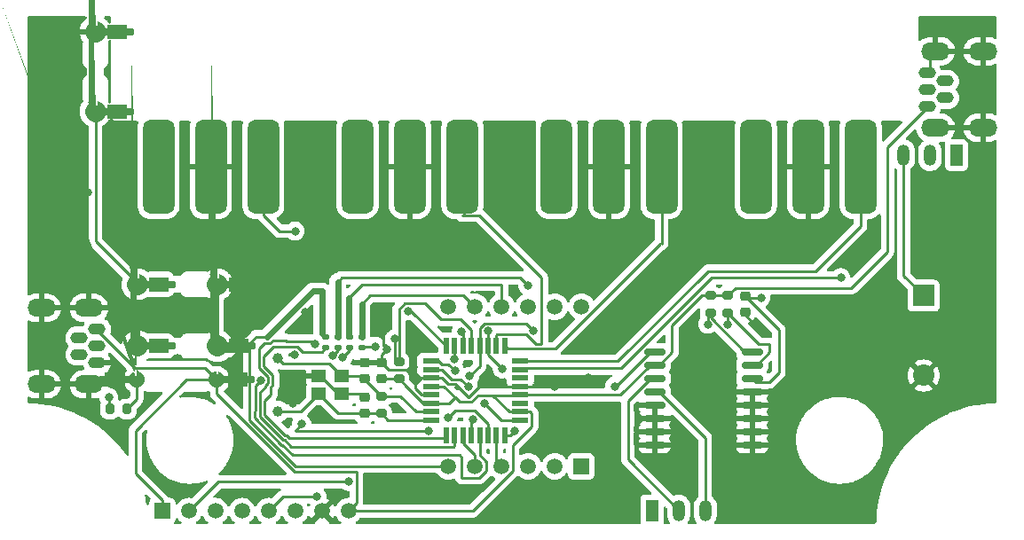
<source format=gbr>
%TF.GenerationSoftware,KiCad,Pcbnew,(6.0.0)*%
%TF.CreationDate,2023-02-05T23:26:26-08:00*%
%TF.ProjectId,digital_clock_v2,64696769-7461-46c5-9f63-6c6f636b5f76,rev?*%
%TF.SameCoordinates,Original*%
%TF.FileFunction,Copper,L1,Top*%
%TF.FilePolarity,Positive*%
%FSLAX46Y46*%
G04 Gerber Fmt 4.6, Leading zero omitted, Abs format (unit mm)*
G04 Created by KiCad (PCBNEW (6.0.0)) date 2023-02-05 23:26:26*
%MOMM*%
%LPD*%
G01*
G04 APERTURE LIST*
G04 Aperture macros list*
%AMRoundRect*
0 Rectangle with rounded corners*
0 $1 Rounding radius*
0 $2 $3 $4 $5 $6 $7 $8 $9 X,Y pos of 4 corners*
0 Add a 4 corners polygon primitive as box body*
4,1,4,$2,$3,$4,$5,$6,$7,$8,$9,$2,$3,0*
0 Add four circle primitives for the rounded corners*
1,1,$1+$1,$2,$3*
1,1,$1+$1,$4,$5*
1,1,$1+$1,$6,$7*
1,1,$1+$1,$8,$9*
0 Add four rect primitives between the rounded corners*
20,1,$1+$1,$2,$3,$4,$5,0*
20,1,$1+$1,$4,$5,$6,$7,0*
20,1,$1+$1,$6,$7,$8,$9,0*
20,1,$1+$1,$8,$9,$2,$3,0*%
%AMFreePoly0*
4,1,54,0.201078,0.979575,0.387516,0.921863,0.559193,0.829038,0.709571,0.704634,0.832921,0.553392,0.924546,0.381070,0.947815,0.304000,1.093000,0.304000,1.093000,0.635000,1.107645,0.670355,1.143000,0.685000,2.921000,0.685000,2.956355,0.670355,2.971000,0.635000,2.971000,0.304000,3.556000,0.304000,3.591355,0.289355,3.606000,0.254000,3.606000,-0.254000,3.591355,-0.289355,
3.556000,-0.304000,2.971000,-0.304000,2.971000,-0.635000,2.956355,-0.670355,2.921000,-0.685000,1.143000,-0.685000,1.107645,-0.670355,1.093000,-0.635000,1.093000,-0.304000,0.947721,-0.304000,0.913545,-0.406737,0.817145,-0.576432,0.689620,-0.724172,0.535827,-0.844328,0.361625,-0.932324,0.173648,-0.984808,-0.020942,-0.999781,-0.214735,-0.976672,-0.400349,-0.916363,-0.570714,-0.821149,
-0.719340,-0.694658,-0.840567,-0.541708,-0.929776,-0.368125,-0.983571,-0.180519,-0.999903,0.013962,-0.978148,0.207912,-0.919135,0.393942,-0.825113,0.564967,-0.699663,0.714473,-0.547563,0.836764,-0.374607,0.927184,-0.187381,0.982287,0.006981,0.999976,0.201078,0.979575,0.201078,0.979575,$1*%
%AMFreePoly1*
4,1,51,0.174003,0.741867,0.334039,0.684881,0.477472,0.593856,0.597174,0.473315,0.687196,0.329249,0.743064,0.168820,0.762000,0.000000,0.761703,-0.021276,0.738060,-0.189502,0.677735,-0.348309,0.583726,-0.489804,0.460705,-0.606956,0.314786,-0.693941,0.153221,-0.746436,-0.015958,-0.761833,-0.184344,-0.739365,-0.343569,-0.680150,-0.485717,-0.587131,-0.603725,-0.464931,-0.691726,-0.319622,
-0.696923,-0.304000,-1.093000,-0.304000,-1.093000,-0.635000,-1.107645,-0.670355,-1.143000,-0.685000,-2.921000,-0.685000,-2.956355,-0.670355,-2.971000,-0.635000,-2.971000,-0.304000,-3.556000,-0.304000,-3.591355,-0.289355,-3.606000,-0.254000,-3.606000,0.254000,-3.591355,0.289355,-3.556000,0.304000,-2.971000,0.304000,-2.971000,0.635000,-2.956355,0.670355,-2.921000,0.685000,-1.143000,0.685000,
-1.107645,0.670355,-1.093000,0.635000,-1.093000,0.304000,-0.695203,0.304000,-0.682532,0.338812,-0.590508,0.481606,-0.469134,0.600464,-0.324444,0.689478,-0.163628,0.744224,0.005320,0.761981,0.174003,0.741867,0.174003,0.741867,$1*%
%AMFreePoly2*
4,1,50,0.174003,0.741867,0.334039,0.684881,0.477472,0.593856,0.597174,0.473315,0.687196,0.329249,0.695989,0.304000,1.093000,0.304000,1.093000,0.635000,1.107645,0.670355,1.143000,0.685000,2.921000,0.685000,2.956355,0.670355,2.971000,0.635000,2.971000,0.304000,3.556000,0.304000,3.591355,0.289355,3.606000,0.254000,3.606000,-0.254000,3.591355,-0.289355,3.556000,-0.304000,
2.971000,-0.304000,2.971000,-0.635000,2.956355,-0.670355,2.921000,-0.685000,1.143000,-0.685000,1.107645,-0.670355,1.093000,-0.635000,1.093000,-0.304000,0.694566,-0.304000,0.677735,-0.348309,0.583726,-0.489804,0.460705,-0.606956,0.314786,-0.693941,0.153221,-0.746436,-0.015958,-0.761833,-0.184344,-0.739365,-0.343569,-0.680150,-0.485717,-0.587131,-0.603725,-0.464931,-0.691726,-0.319622,
-0.745348,-0.158429,-0.761926,0.010639,-0.740634,0.179178,-0.682532,0.338812,-0.590508,0.481606,-0.469134,0.600464,-0.324444,0.689478,-0.163628,0.744224,0.005320,0.761981,0.174003,0.741867,0.174003,0.741867,$1*%
G04 Aperture macros list end*
%TA.AperFunction,ComponentPad*%
%ADD10O,1.650000X1.100000*%
%TD*%
%TA.AperFunction,ComponentPad*%
%ADD11O,2.700000X1.700000*%
%TD*%
%TA.AperFunction,SMDPad,CuDef*%
%ADD12RoundRect,0.200000X-0.275000X0.200000X-0.275000X-0.200000X0.275000X-0.200000X0.275000X0.200000X0*%
%TD*%
%TA.AperFunction,SMDPad,CuDef*%
%ADD13RoundRect,0.135000X-0.185000X0.135000X-0.185000X-0.135000X0.185000X-0.135000X0.185000X0.135000X0*%
%TD*%
%TA.AperFunction,ComponentPad*%
%ADD14R,2.032000X2.032000*%
%TD*%
%TA.AperFunction,ComponentPad*%
%ADD15C,2.032000*%
%TD*%
%TA.AperFunction,SMDPad,CuDef*%
%ADD16RoundRect,0.225000X0.250000X-0.225000X0.250000X0.225000X-0.250000X0.225000X-0.250000X-0.225000X0*%
%TD*%
%TA.AperFunction,ComponentPad*%
%ADD17R,1.500000X1.500000*%
%TD*%
%TA.AperFunction,ComponentPad*%
%ADD18C,1.500000*%
%TD*%
%TA.AperFunction,SMDPad,CuDef*%
%ADD19RoundRect,0.750000X-0.750000X-3.750000X0.750000X-3.750000X0.750000X3.750000X-0.750000X3.750000X0*%
%TD*%
%TA.AperFunction,SMDPad,CuDef*%
%ADD20RoundRect,0.150000X-0.875000X-0.150000X0.875000X-0.150000X0.875000X0.150000X-0.875000X0.150000X0*%
%TD*%
%TA.AperFunction,ComponentPad*%
%ADD21R,1.200000X2.000000*%
%TD*%
%TA.AperFunction,ComponentPad*%
%ADD22O,1.200000X2.000000*%
%TD*%
%TA.AperFunction,SMDPad,CuDef*%
%ADD23RoundRect,0.200000X-0.200000X-0.275000X0.200000X-0.275000X0.200000X0.275000X-0.200000X0.275000X0*%
%TD*%
%TA.AperFunction,ComponentPad*%
%ADD24FreePoly0,0.000000*%
%TD*%
%TA.AperFunction,ComponentPad*%
%ADD25FreePoly0,180.000000*%
%TD*%
%TA.AperFunction,SMDPad,CuDef*%
%ADD26RoundRect,0.225000X-0.250000X0.225000X-0.250000X-0.225000X0.250000X-0.225000X0.250000X0.225000X0*%
%TD*%
%TA.AperFunction,SMDPad,CuDef*%
%ADD27R,1.400000X1.200000*%
%TD*%
%TA.AperFunction,ComponentPad*%
%ADD28FreePoly1,180.000000*%
%TD*%
%TA.AperFunction,ComponentPad*%
%ADD29FreePoly2,180.000000*%
%TD*%
%TA.AperFunction,ComponentPad*%
%ADD30C,1.000000*%
%TD*%
%TA.AperFunction,SMDPad,CuDef*%
%ADD31R,1.600000X0.550000*%
%TD*%
%TA.AperFunction,SMDPad,CuDef*%
%ADD32R,0.550000X1.600000*%
%TD*%
%TA.AperFunction,ComponentPad*%
%ADD33FreePoly0,90.000000*%
%TD*%
%TA.AperFunction,ComponentPad*%
%ADD34FreePoly0,270.000000*%
%TD*%
%TA.AperFunction,ViaPad*%
%ADD35C,0.800000*%
%TD*%
%TA.AperFunction,Conductor*%
%ADD36C,0.250000*%
%TD*%
%TA.AperFunction,Conductor*%
%ADD37C,0.600000*%
%TD*%
G04 APERTURE END LIST*
D10*
%TO.P,J1,1,GND*%
%TO.N,GND*%
X86350000Y-17900000D03*
%TO.P,J1,2,ID*%
%TO.N,unconnected-(J1-Pad2)*%
X88050000Y-18700000D03*
%TO.P,J1,3,D+*%
%TO.N,unconnected-(J1-Pad3)*%
X86350000Y-19500000D03*
%TO.P,J1,4,D-*%
%TO.N,unconnected-(J1-Pad4)*%
X88050000Y-20300000D03*
%TO.P,J1,5,VBUS*%
%TO.N,VCC*%
X86350000Y-21100000D03*
D11*
%TO.P,J1,6,Shield*%
%TO.N,GND*%
X91650000Y-23150000D03*
X87139280Y-15850000D03*
X87139280Y-23150000D03*
X91650000Y-15850000D03*
%TD*%
D12*
%TO.P,R4,1*%
%TO.N,VCC*%
X67310000Y-39175000D03*
%TO.P,R4,2*%
%TO.N,/A4(SDA)*%
X67310000Y-40825000D03*
%TD*%
D13*
%TO.P,R9,1*%
%TO.N,Net-(R9-Pad1)*%
X30099000Y-43163000D03*
%TO.P,R9,2*%
%TO.N,/6(PWM)*%
X30099000Y-44183000D03*
%TD*%
D14*
%TO.P,BZ1,1,-*%
%TO.N,/A0*%
X86000000Y-39190000D03*
D15*
%TO.P,BZ1,2,+*%
%TO.N,GND*%
X86000000Y-46810000D03*
%TD*%
D16*
%TO.P,C7,1*%
%TO.N,Net-(C7-Pad1)*%
X32639000Y-50404000D03*
%TO.P,C7,2*%
%TO.N,GND*%
X32639000Y-48854000D03*
%TD*%
D17*
%TO.P,T2,1,1*%
%TO.N,VCC*%
X13360000Y-59750000D03*
D18*
%TO.P,T2,2,2*%
%TO.N,/A5(SCL)*%
X15900000Y-59750000D03*
%TO.P,T2,3,3*%
%TO.N,/A4(SDA)*%
X18440000Y-59750000D03*
%TO.P,T2,4,4*%
%TO.N,Net-(R5-Pad1)*%
X20980000Y-59750000D03*
%TO.P,T2,5,5*%
%TO.N,/0(Rx)*%
X23520000Y-59750000D03*
%TO.P,T2,6,6*%
%TO.N,/1(Tx)*%
X26060000Y-59750000D03*
%TO.P,T2,7,7*%
%TO.N,GND*%
X28600000Y-59750000D03*
%TO.P,T2,8,8*%
%TO.N,VCC*%
X31140000Y-59750000D03*
%TD*%
D19*
%TO.P,S8,3,C*%
%TO.N,/A1*%
X80000000Y-26845000D03*
%TO.P,S8,2,NO*%
%TO.N,GND*%
X75000000Y-26845000D03*
%TO.P,S8,1,NC*%
%TO.N,unconnected-(S8-Pad1)*%
X70000000Y-26845000D03*
%TD*%
D20*
%TO.P,U1,1,32kHz*%
%TO.N,Net-(T1-Pad1)*%
X60350000Y-44555000D03*
%TO.P,U1,2,VCC*%
%TO.N,VCC*%
X60350000Y-45825000D03*
%TO.P,U1,3,!INT/SQW*%
%TO.N,Net-(T1-Pad2)*%
X60350000Y-47095000D03*
%TO.P,U1,4,!RST*%
%TO.N,Net-(T1-Pad3)*%
X60350000Y-48365000D03*
%TO.P,U1,5,GND*%
%TO.N,GND*%
X60350000Y-49635000D03*
%TO.P,U1,6,GND*%
X60350000Y-50905000D03*
%TO.P,U1,7,GND*%
X60350000Y-52175000D03*
%TO.P,U1,8,GND*%
X60350000Y-53445000D03*
%TO.P,U1,9,GND*%
X69650000Y-53445000D03*
%TO.P,U1,10,GND*%
X69650000Y-52175000D03*
%TO.P,U1,11,GND*%
X69650000Y-50905000D03*
%TO.P,U1,12,GND*%
X69650000Y-49635000D03*
%TO.P,U1,13,GND*%
X69650000Y-48365000D03*
%TO.P,U1,14,VBAT*%
%TO.N,Net-(C1-Pad2)*%
X69650000Y-47095000D03*
%TO.P,U1,15,SDA*%
%TO.N,/A4(SDA)*%
X69650000Y-45825000D03*
%TO.P,U1,16,SCL*%
%TO.N,/A5(SCL)*%
X69650000Y-44555000D03*
%TD*%
D10*
%TO.P,J2,1,GND*%
%TO.N,GND*%
X7150000Y-45600000D03*
%TO.P,J2,2,ID*%
%TO.N,unconnected-(J2-Pad2)*%
X5450000Y-44800000D03*
%TO.P,J2,3,D+*%
%TO.N,unconnected-(J2-Pad3)*%
X7150000Y-44000000D03*
%TO.P,J2,4,D-*%
%TO.N,unconnected-(J2-Pad4)*%
X5450000Y-43200000D03*
%TO.P,J2,5,VBUS*%
%TO.N,VCC*%
X7150000Y-42400000D03*
D11*
%TO.P,J2,6,Shield*%
%TO.N,GND*%
X6360720Y-47650000D03*
X1850000Y-40350000D03*
X6360720Y-40350000D03*
X1850000Y-47650000D03*
%TD*%
D12*
%TO.P,R5,1*%
%TO.N,Net-(R5-Pad1)*%
X35941000Y-45502000D03*
%TO.P,R5,2*%
%TO.N,VCC*%
X35941000Y-47152000D03*
%TD*%
D21*
%TO.P,T3,1,1*%
%TO.N,unconnected-(T3-Pad1)*%
X89154000Y-25781000D03*
D22*
%TO.P,T3,2,2*%
%TO.N,unconnected-(T3-Pad2)*%
X86614000Y-25781000D03*
%TO.P,T3,3,3*%
%TO.N,/A0*%
X84074000Y-25781000D03*
%TD*%
D16*
%TO.P,C6,1*%
%TO.N,Net-(C6-Pad1)*%
X32639000Y-47102000D03*
%TO.P,C6,2*%
%TO.N,GND*%
X32639000Y-45552000D03*
%TD*%
D23*
%TO.P,R1,1*%
%TO.N,Net-(C1-Pad2)*%
X8350000Y-50000000D03*
%TO.P,R1,2*%
%TO.N,Net-(D1-Pad1)*%
X10000000Y-50000000D03*
%TD*%
D13*
%TO.P,R8,1*%
%TO.N,Net-(R8-Pad1)*%
X31242000Y-43163000D03*
%TO.P,R8,2*%
%TO.N,/9(PWM)*%
X31242000Y-44183000D03*
%TD*%
D19*
%TO.P,S5,3,C*%
%TO.N,/2*%
X23000000Y-26845000D03*
%TO.P,S5,2,NO*%
%TO.N,GND*%
X18000000Y-26845000D03*
%TO.P,S5,1,NC*%
%TO.N,unconnected-(S5-Pad1)*%
X13000000Y-26845000D03*
%TD*%
D13*
%TO.P,R7,1*%
%TO.N,Net-(R7-Pad1)*%
X32385000Y-43163000D03*
%TO.P,R7,2*%
%TO.N,/10(PWM-SS)*%
X32385000Y-44183000D03*
%TD*%
D12*
%TO.P,R2,1*%
%TO.N,Net-(C6-Pad1)*%
X34290000Y-48804000D03*
%TO.P,R2,2*%
%TO.N,Net-(C7-Pad1)*%
X34290000Y-50454000D03*
%TD*%
D24*
%TO.P,C3,1,+*%
%TO.N,Net-(C1-Pad2)*%
X11000000Y-38100000D03*
D25*
%TO.P,C3,2,-*%
%TO.N,Net-(C3-Pad2)*%
X18620000Y-38100000D03*
%TD*%
D19*
%TO.P,S7,1,NC*%
%TO.N,unconnected-(S7-Pad1)*%
X51000000Y-26845000D03*
%TO.P,S7,2,NO*%
%TO.N,GND*%
X56000000Y-26845000D03*
%TO.P,S7,3,C*%
%TO.N,/A2*%
X61000000Y-26845000D03*
%TD*%
D26*
%TO.P,C5,1*%
%TO.N,GND*%
X34290000Y-45552000D03*
%TO.P,C5,2*%
%TO.N,VCC*%
X34290000Y-47102000D03*
%TD*%
D27*
%TO.P,Y1,1,OSC1*%
%TO.N,Net-(C7-Pad1)*%
X28307200Y-48546000D03*
%TO.P,Y1,2,GND*%
%TO.N,GND*%
X30507200Y-48546000D03*
%TO.P,Y1,3,OSC2*%
%TO.N,Net-(C6-Pad1)*%
X30507200Y-46846000D03*
%TO.P,Y1,4,GND*%
%TO.N,GND*%
X28307200Y-46846000D03*
%TD*%
D25*
%TO.P,C4,1,+*%
%TO.N,Net-(C3-Pad2)*%
X18620000Y-44000000D03*
D24*
%TO.P,C4,2,-*%
%TO.N,GND*%
X11000000Y-44000000D03*
%TD*%
D28*
%TO.P,D1,1,K*%
%TO.N,Net-(D1-Pad1)*%
X10922400Y-47175000D03*
D29*
%TO.P,D1,2,A*%
%TO.N,VCC*%
X18542400Y-47175000D03*
%TD*%
D12*
%TO.P,R3,1*%
%TO.N,VCC*%
X65659000Y-39175000D03*
%TO.P,R3,2*%
%TO.N,/A5(SCL)*%
X65659000Y-40825000D03*
%TD*%
D19*
%TO.P,S6,1,NC*%
%TO.N,unconnected-(S6-Pad1)*%
X32000000Y-26845000D03*
%TO.P,S6,2,NO*%
%TO.N,GND*%
X37000000Y-26845000D03*
%TO.P,S6,3,C*%
%TO.N,/A3*%
X42000000Y-26845000D03*
%TD*%
D30*
%TO.P,Y2,1,1*%
%TO.N,Net-(C6-Pad1)*%
X24407200Y-45156000D03*
%TO.P,Y2,2,2*%
%TO.N,Net-(C7-Pad1)*%
X24407200Y-50236000D03*
%TD*%
D31*
%TO.P,U4,1,PD3*%
%TO.N,/3(PWM)*%
X39000000Y-45450000D03*
%TO.P,U4,2,PD4*%
%TO.N,/4*%
X39000000Y-46250000D03*
%TO.P,U4,3,GND*%
%TO.N,GND*%
X39000000Y-47050000D03*
%TO.P,U4,4,VCC*%
%TO.N,VCC*%
X39000000Y-47850000D03*
%TO.P,U4,5,GND*%
%TO.N,GND*%
X39000000Y-48650000D03*
%TO.P,U4,6,VCC*%
%TO.N,VCC*%
X39000000Y-49450000D03*
%TO.P,U4,7,XTAL1/PB6*%
%TO.N,Net-(C6-Pad1)*%
X39000000Y-50250000D03*
%TO.P,U4,8,XTAL2/PB7*%
%TO.N,Net-(C7-Pad1)*%
X39000000Y-51050000D03*
D32*
%TO.P,U4,9,PD5*%
%TO.N,/5(PWM)*%
X40450000Y-52500000D03*
%TO.P,U4,10,PD6*%
%TO.N,/6(PWM)*%
X41250000Y-52500000D03*
%TO.P,U4,11,PD7*%
%TO.N,/7*%
X42050000Y-52500000D03*
%TO.P,U4,12,PB0*%
%TO.N,/8*%
X42850000Y-52500000D03*
%TO.P,U4,13,PB1*%
%TO.N,/9(PWM)*%
X43650000Y-52500000D03*
%TO.P,U4,14,PB2*%
%TO.N,/10(PWM-SS)*%
X44450000Y-52500000D03*
%TO.P,U4,15,PB3*%
%TO.N,/11(PWM-MOSI)*%
X45250000Y-52500000D03*
%TO.P,U4,16,PB4*%
%TO.N,/12(MISO)*%
X46050000Y-52500000D03*
D31*
%TO.P,U4,17,PB5*%
%TO.N,/13(SCK)*%
X47500000Y-51050000D03*
%TO.P,U4,18,AVCC*%
%TO.N,VCC*%
X47500000Y-50250000D03*
%TO.P,U4,19,ADC6*%
%TO.N,unconnected-(U4-Pad19)*%
X47500000Y-49450000D03*
%TO.P,U4,20,AREF*%
%TO.N,VCC*%
X47500000Y-48650000D03*
%TO.P,U4,21,GND*%
%TO.N,GND*%
X47500000Y-47850000D03*
%TO.P,U4,22,ADC7*%
%TO.N,unconnected-(U4-Pad22)*%
X47500000Y-47050000D03*
%TO.P,U4,23,PC0*%
%TO.N,/A0*%
X47500000Y-46250000D03*
%TO.P,U4,24,PC1*%
%TO.N,/A1*%
X47500000Y-45450000D03*
D32*
%TO.P,U4,25,PC2*%
%TO.N,/A2*%
X46050000Y-44000000D03*
%TO.P,U4,26,PC3*%
%TO.N,/A3*%
X45250000Y-44000000D03*
%TO.P,U4,27,PC4*%
%TO.N,/A4(SDA)*%
X44450000Y-44000000D03*
%TO.P,U4,28,PC5*%
%TO.N,/A5(SCL)*%
X43650000Y-44000000D03*
%TO.P,U4,29,~{RESET}/PC6*%
%TO.N,Net-(R5-Pad1)*%
X42850000Y-44000000D03*
%TO.P,U4,30,PD0*%
%TO.N,/0(Rx)*%
X42050000Y-44000000D03*
%TO.P,U4,31,PD1*%
%TO.N,/1(Tx)*%
X41250000Y-44000000D03*
%TO.P,U4,32,PD2*%
%TO.N,/2*%
X40450000Y-44000000D03*
%TD*%
D16*
%TO.P,C1,1*%
%TO.N,GND*%
X68961000Y-40775000D03*
%TO.P,C1,2*%
%TO.N,Net-(C1-Pad2)*%
X68961000Y-39225000D03*
%TD*%
D13*
%TO.P,R6,1*%
%TO.N,Net-(R6-Pad1)*%
X28956000Y-43163000D03*
%TO.P,R6,2*%
%TO.N,/5(PWM)*%
X28956000Y-44183000D03*
%TD*%
D21*
%TO.P,T1,1,1*%
%TO.N,Net-(T1-Pad1)*%
X60097500Y-59690000D03*
D22*
%TO.P,T1,2,2*%
%TO.N,Net-(T1-Pad2)*%
X62637500Y-59690000D03*
%TO.P,T1,3,3*%
%TO.N,Net-(T1-Pad3)*%
X65177500Y-59690000D03*
%TD*%
D33*
%TO.P,C2,1,+*%
%TO.N,Net-(C1-Pad2)*%
X6985000Y-21590000D03*
D34*
%TO.P,C2,2,-*%
%TO.N,GND*%
X6985000Y-13970000D03*
%TD*%
D17*
%TO.P,U3,1,e*%
%TO.N,/0(Rx)*%
X53350000Y-55477500D03*
D18*
%TO.P,U3,2,d*%
%TO.N,/3(PWM)*%
X50810000Y-55477500D03*
%TO.P,U3,3,DPX*%
%TO.N,/4*%
X48270000Y-55477500D03*
%TO.P,U3,4,c*%
%TO.N,/11(PWM-MOSI)*%
X45730000Y-55477500D03*
%TO.P,U3,5,g*%
%TO.N,/7*%
X43190000Y-55477500D03*
%TO.P,U3,6,CA4*%
%TO.N,Net-(R6-Pad1)*%
X40650000Y-55477500D03*
%TO.P,U3,7,b*%
%TO.N,/8*%
X40650000Y-40237500D03*
%TO.P,U3,8,CA3*%
%TO.N,Net-(R7-Pad1)*%
X43190000Y-40237500D03*
%TO.P,U3,9,CA2*%
%TO.N,Net-(R8-Pad1)*%
X45730000Y-40237500D03*
%TO.P,U3,10,f*%
%TO.N,/13(SCK)*%
X48270000Y-40237500D03*
%TO.P,U3,11,a*%
%TO.N,/12(MISO)*%
X50810000Y-40237500D03*
%TO.P,U3,12,CA1*%
%TO.N,Net-(R9-Pad1)*%
X53350000Y-40237500D03*
%TD*%
D35*
%TO.N,GND*%
X65405000Y-27940000D03*
X50800000Y-47841500D03*
X6260500Y-29301885D03*
X25956211Y-44831000D03*
X18000000Y-29845000D03*
X37338000Y-43307000D03*
X77089000Y-59944000D03*
X90932000Y-28448000D03*
X18000000Y-23495000D03*
X89535000Y-44196000D03*
X53975000Y-46990000D03*
X34798000Y-56642000D03*
X63627000Y-47498000D03*
X53721000Y-44323000D03*
X70358000Y-42418000D03*
X28067000Y-27559000D03*
X47244000Y-59944000D03*
X47625000Y-26797000D03*
X89535000Y-32385000D03*
X37338000Y-45974000D03*
X56000000Y-29845000D03*
X23749000Y-38608000D03*
X63373000Y-55753000D03*
X56000000Y-23495000D03*
X37000000Y-23495000D03*
X75692000Y-46355000D03*
X34798867Y-44323286D03*
X37000000Y-29845000D03*
X25840715Y-49478883D03*
X71247000Y-59182000D03*
X33909000Y-41402000D03*
X75000000Y-23495000D03*
X75000000Y-29644500D03*
X51181000Y-50800000D03*
X70866000Y-55626000D03*
X2159000Y-35179000D03*
X20320000Y-40640000D03*
X13970000Y-41275000D03*
X76581000Y-41148000D03*
X4191000Y-26035000D03*
X27023069Y-40739069D03*
X55626000Y-58801000D03*
%TO.N,/A0*%
X78105000Y-37465000D03*
%TO.N,Net-(C1-Pad2)*%
X70485000Y-39370000D03*
X8255000Y-48895000D03*
%TO.N,/10(PWM-SS)*%
X38735000Y-52070000D03*
X40640000Y-50800000D03*
X26670000Y-51435000D03*
X33696884Y-44021009D03*
%TO.N,Net-(R5-Pad1)*%
X35560000Y-43269500D03*
%TO.N,/9(PWM)*%
X22732295Y-47253303D03*
X30575952Y-45107450D03*
%TO.N,/6(PWM)*%
X27940000Y-43815000D03*
X29593665Y-44922738D03*
%TO.N,/A1*%
X80000000Y-23495000D03*
X80000000Y-29644500D03*
%TO.N,/A3*%
X42000000Y-23495000D03*
X42000000Y-29845000D03*
%TO.N,/2*%
X23000000Y-29845000D03*
X23000000Y-23495000D03*
X26035000Y-33020000D03*
X36829998Y-40640000D03*
%TO.N,/A2*%
X61000000Y-29845000D03*
X61000000Y-23495000D03*
%TO.N,/0(Rx)*%
X28117299Y-58382500D03*
X41910000Y-42634500D03*
%TO.N,/1(Tx)*%
X41221895Y-45277297D03*
%TO.N,/A4(SDA)*%
X45809500Y-46185691D03*
X67310000Y-41910000D03*
X44450000Y-42545000D03*
%TO.N,/A5(SCL)*%
X65405000Y-41910000D03*
X31133356Y-56933500D03*
X48805500Y-42535007D03*
X42704050Y-46883635D03*
%TO.N,Net-(T1-Pad1)*%
X56515000Y-47841500D03*
%TO.N,/3(PWM)*%
X41275000Y-46355000D03*
%TO.N,/4*%
X42545000Y-47870402D03*
%TO.N,/8*%
X42985201Y-50994799D03*
%TO.N,/13(SCK)*%
X44136037Y-49454363D03*
%TO.N,/12(MISO)*%
X46990000Y-52070000D03*
%TO.N,Net-(R9-Pad1)*%
X48260000Y-38189500D03*
%TO.N,unconnected-(S5-Pad1)*%
X13000000Y-23495000D03*
X13000049Y-29844951D03*
%TO.N,unconnected-(S6-Pad1)*%
X32000000Y-23495000D03*
X32000000Y-29845000D03*
%TO.N,unconnected-(S7-Pad1)*%
X51000000Y-29845000D03*
X51000000Y-23495000D03*
%TO.N,unconnected-(S8-Pad1)*%
X70000000Y-23495000D03*
X70000000Y-29644500D03*
%TD*%
D36*
%TO.N,/2*%
X23000000Y-31500000D02*
X23000000Y-26845000D01*
%TO.N,/A1*%
X80000000Y-32519600D02*
X80000000Y-26845000D01*
X56850000Y-45450000D02*
X65470000Y-36830000D01*
X65470000Y-36830000D02*
X75689600Y-36830000D01*
X75689600Y-36830000D02*
X80000000Y-32519600D01*
X47500000Y-45450000D02*
X56850000Y-45450000D01*
%TO.N,/A2*%
X61000000Y-34200500D02*
X61000000Y-26845000D01*
%TO.N,/A3*%
X42160000Y-27005000D02*
X42000000Y-26845000D01*
X42160000Y-31500000D02*
X42160000Y-27005000D01*
X42160000Y-31500000D02*
X42000000Y-31500000D01*
X43565000Y-31500000D02*
X42160000Y-31500000D01*
%TO.N,Net-(R9-Pad1)*%
X47535500Y-37465000D02*
X48260000Y-38189500D01*
X30480000Y-37465000D02*
X47535500Y-37465000D01*
X30099000Y-37846000D02*
X30480000Y-37465000D01*
%TO.N,Net-(R5-Pad1)*%
X42850000Y-42460400D02*
X42850000Y-44000000D01*
X41850089Y-41460489D02*
X42850000Y-42460400D01*
X39945089Y-41460489D02*
X41850089Y-41460489D01*
X38400099Y-39915499D02*
X39945089Y-41460489D01*
X36529899Y-39915499D02*
X38400099Y-39915499D01*
X35941000Y-40504398D02*
X36529899Y-39915499D01*
X35941000Y-45502000D02*
X35941000Y-40504398D01*
%TO.N,/2*%
X40450000Y-44000000D02*
X37090000Y-40640000D01*
X37090000Y-40640000D02*
X36829998Y-40640000D01*
X24520000Y-33020000D02*
X26035000Y-33020000D01*
X23000000Y-31500000D02*
X24520000Y-33020000D01*
%TO.N,/A2*%
X60906589Y-29845000D02*
X61000000Y-29845000D01*
X50842579Y-44264510D02*
X60906589Y-34200500D01*
X46314510Y-44264510D02*
X50842579Y-44264510D01*
X46050000Y-44000000D02*
X46314510Y-44264510D01*
%TO.N,GND*%
X39000000Y-48650000D02*
X38075978Y-48650000D01*
X40640000Y-47625000D02*
X40065000Y-47050000D01*
X58420000Y-51645000D02*
X58420000Y-52070000D01*
X58525000Y-53445000D02*
X58420000Y-53340000D01*
X43590000Y-47850000D02*
X42545000Y-48895000D01*
X30507200Y-48546000D02*
X32331000Y-48546000D01*
X50791500Y-47850000D02*
X50800000Y-47841500D01*
X69650000Y-48365000D02*
X71225000Y-48365000D01*
X37126520Y-46226520D02*
X37126520Y-43518480D01*
X59160000Y-50905000D02*
X58420000Y-51645000D01*
X59160000Y-50905000D02*
X60350000Y-50905000D01*
X86600000Y-17900000D02*
X86600000Y-16389280D01*
X34290000Y-45552000D02*
X32639000Y-45552000D01*
X71650000Y-52175000D02*
X69650000Y-52175000D01*
X37338000Y-46015040D02*
X37338000Y-45974000D01*
X91650000Y-23150000D02*
X91650000Y-41160000D01*
X87139280Y-15850000D02*
X91650000Y-15850000D01*
X69650000Y-50905000D02*
X71650000Y-50905000D01*
X28407200Y-46846000D02*
X30107200Y-48546000D01*
X71755000Y-50800000D02*
X71755000Y-52070000D01*
X41275000Y-47625000D02*
X40640000Y-47625000D01*
X58525000Y-52175000D02*
X60350000Y-52175000D01*
X34417000Y-43941419D02*
X34417000Y-41402000D01*
X71755000Y-53340000D02*
X71650000Y-53445000D01*
X58420000Y-53340000D02*
X58420000Y-52280000D01*
X71225000Y-48365000D02*
X71755000Y-48895000D01*
X32331000Y-48546000D02*
X32639000Y-48854000D01*
X38940000Y-46990000D02*
X39000000Y-47050000D01*
X71755000Y-48895000D02*
X71015000Y-49635000D01*
X42545000Y-48895000D02*
X41275000Y-47625000D01*
X60350000Y-53445000D02*
X58525000Y-53445000D01*
X86600000Y-16389280D02*
X87139280Y-15850000D01*
X71755000Y-52280000D02*
X71755000Y-53340000D01*
X58420000Y-52280000D02*
X58525000Y-52175000D01*
X37950000Y-47050000D02*
X37126520Y-46226520D01*
X68961000Y-41021000D02*
X70358000Y-42418000D01*
X71650000Y-53445000D02*
X69650000Y-53445000D01*
X71755000Y-50800000D02*
X71755000Y-48895000D01*
X38100000Y-46990000D02*
X38940000Y-46990000D01*
X47500000Y-47850000D02*
X50791500Y-47850000D01*
X34964520Y-46226520D02*
X34290000Y-45552000D01*
X34798867Y-44323286D02*
X34417000Y-43941419D01*
X71650000Y-50905000D02*
X71755000Y-50800000D01*
X47500000Y-47850000D02*
X43590000Y-47850000D01*
X71015000Y-49635000D02*
X69650000Y-49635000D01*
X91650000Y-41160000D02*
X86000000Y-46810000D01*
X68961000Y-40775000D02*
X68961000Y-41021000D01*
X58420000Y-52070000D02*
X58525000Y-52175000D01*
X37126520Y-43518480D02*
X37338000Y-43307000D01*
X71650000Y-52175000D02*
X71755000Y-52280000D01*
X37126520Y-46226520D02*
X34964520Y-46226520D01*
X60350000Y-49635000D02*
X58525000Y-49635000D01*
X37465000Y-48039022D02*
X37465000Y-47625000D01*
X38075978Y-48650000D02*
X37465000Y-48039022D01*
X58420000Y-49530000D02*
X58420000Y-50165000D01*
X28307200Y-46846000D02*
X28407200Y-46846000D01*
X58525000Y-49635000D02*
X58420000Y-49530000D01*
X37465000Y-47625000D02*
X38100000Y-46990000D01*
X71755000Y-52070000D02*
X71650000Y-52175000D01*
X37126520Y-46226520D02*
X37338000Y-46015040D01*
X34417000Y-41402000D02*
X33909000Y-41402000D01*
X30107200Y-48546000D02*
X30507200Y-48546000D01*
X34290000Y-44832153D02*
X34798867Y-44323286D01*
X91650000Y-15850000D02*
X91650000Y-23150000D01*
X34290000Y-45552000D02*
X34290000Y-44832153D01*
X40065000Y-47050000D02*
X39000000Y-47050000D01*
X58420000Y-50165000D02*
X59160000Y-50905000D01*
X39000000Y-47050000D02*
X37950000Y-47050000D01*
%TO.N,/A0*%
X84074000Y-37264000D02*
X86000000Y-39190000D01*
X65743928Y-37465000D02*
X78105000Y-37465000D01*
X84074000Y-25781000D02*
X84074000Y-37264000D01*
X57107928Y-46101000D02*
X65743928Y-37465000D01*
X47500000Y-46250000D02*
X47649000Y-46101000D01*
X47649000Y-46101000D02*
X57107928Y-46101000D01*
%TO.N,VCC*%
X41364501Y-48985205D02*
X41364501Y-48984501D01*
X86450000Y-21100000D02*
X82550000Y-25000000D01*
X31890000Y-56020000D02*
X31890000Y-59000000D01*
X42977089Y-59750000D02*
X46804511Y-55922578D01*
X31140000Y-59750000D02*
X42977089Y-59750000D01*
X46439296Y-50250000D02*
X44898806Y-48709510D01*
X68034520Y-38450480D02*
X67310000Y-39175000D01*
X47500000Y-50250000D02*
X46439296Y-50250000D01*
X36639000Y-47850000D02*
X35941000Y-47152000D01*
X39000000Y-49450000D02*
X40720000Y-49450000D01*
X40229296Y-47850000D02*
X39000000Y-47850000D01*
X41723807Y-49344511D02*
X41364501Y-48985205D01*
X41275000Y-48895000D02*
X41364501Y-48984501D01*
X60776072Y-45825000D02*
X62000000Y-44601072D01*
X35941000Y-47152000D02*
X34340000Y-47152000D01*
X47440490Y-48709510D02*
X43484510Y-48709510D01*
X6900000Y-42400000D02*
X7061758Y-42400000D01*
X60350000Y-45825000D02*
X60776072Y-45825000D01*
X48424022Y-50250000D02*
X48624511Y-50450489D01*
X15690000Y-47175000D02*
X18542400Y-47175000D01*
X26020000Y-56020000D02*
X31890000Y-56020000D01*
X42849510Y-49344510D02*
X41723807Y-49344511D01*
X10750247Y-46088489D02*
X17455889Y-46088489D01*
X41363797Y-48984501D02*
X40229296Y-47850000D01*
X57098928Y-48650000D02*
X59923928Y-45825000D01*
X48624511Y-51649511D02*
X48624511Y-50450489D01*
X43484510Y-48709510D02*
X42849510Y-49344510D01*
X44898806Y-48709510D02*
X43484510Y-48709510D01*
X31890000Y-59000000D02*
X31140000Y-59750000D01*
X18542400Y-47175000D02*
X18542400Y-48542400D01*
X10795000Y-56185000D02*
X10795000Y-52070000D01*
X62000000Y-44601072D02*
X62000000Y-42000000D01*
X82550000Y-25000000D02*
X82550000Y-34969600D01*
X86600000Y-21100000D02*
X86450000Y-21100000D01*
X46804511Y-55922578D02*
X46804511Y-53469511D01*
X41364501Y-48984501D02*
X41363797Y-48984501D01*
X59923928Y-45825000D02*
X60350000Y-45825000D01*
X47500000Y-48650000D02*
X47440490Y-48709510D01*
X64825000Y-39175000D02*
X65659000Y-39175000D01*
X67310000Y-39175000D02*
X65659000Y-39175000D01*
X46804511Y-53469511D02*
X48624511Y-51649511D01*
X18542400Y-48542400D02*
X26020000Y-56020000D01*
X13360000Y-58750000D02*
X10795000Y-56185000D01*
X39000000Y-49450000D02*
X38239000Y-49450000D01*
X82550000Y-34969600D02*
X79069120Y-38450480D01*
X38239000Y-49450000D02*
X36639000Y-47850000D01*
X34340000Y-47152000D02*
X34290000Y-47102000D01*
X79069120Y-38450480D02*
X68034520Y-38450480D01*
X7061758Y-42400000D02*
X10750247Y-46088489D01*
X17455889Y-46088489D02*
X18542400Y-47175000D01*
X47500000Y-48650000D02*
X57098928Y-48650000D01*
X10795000Y-52070000D02*
X15690000Y-47175000D01*
X62000000Y-42000000D02*
X64825000Y-39175000D01*
X40720000Y-49450000D02*
X41275000Y-48895000D01*
X13360000Y-59750000D02*
X13360000Y-58750000D01*
X47500000Y-50250000D02*
X48424022Y-50250000D01*
%TO.N,Net-(C1-Pad2)*%
X71306194Y-47439510D02*
X69994510Y-47439510D01*
X68961000Y-39225000D02*
X72204511Y-42468511D01*
X69994510Y-47439510D02*
X69650000Y-47095000D01*
X11000000Y-38100000D02*
X11000000Y-38000000D01*
X6985000Y-33985000D02*
X6985000Y-21590000D01*
X8255000Y-48895000D02*
X8255000Y-49905000D01*
X72204511Y-42468511D02*
X72204510Y-46541194D01*
X11000000Y-38000000D02*
X6985000Y-33985000D01*
X69106000Y-39370000D02*
X68961000Y-39225000D01*
X8255000Y-49905000D02*
X8350000Y-50000000D01*
X72204510Y-46541194D02*
X71306194Y-47439510D01*
X70485000Y-39370000D02*
X69106000Y-39370000D01*
%TO.N,Net-(C3-Pad2)*%
X19685000Y-44450000D02*
X19070000Y-44450000D01*
X18620000Y-43385000D02*
X19685000Y-44450000D01*
X19070000Y-44450000D02*
X18620000Y-44000000D01*
X18620000Y-38100000D02*
X18620000Y-43385000D01*
%TO.N,Net-(C6-Pad1)*%
X29317199Y-45655999D02*
X30507200Y-46846000D01*
X32639000Y-47102000D02*
X32639000Y-47153000D01*
X30507200Y-46846000D02*
X32383000Y-46846000D01*
X32383000Y-46846000D02*
X32639000Y-47102000D01*
X24407200Y-45156000D02*
X24907199Y-45655999D01*
X37550000Y-50250000D02*
X39000000Y-50250000D01*
X34290000Y-48804000D02*
X36104000Y-48804000D01*
X24907199Y-45655999D02*
X29317199Y-45655999D01*
X36104000Y-48804000D02*
X37550000Y-50250000D01*
X32639000Y-47153000D02*
X34290000Y-48804000D01*
%TO.N,Net-(C7-Pad1)*%
X34290000Y-50454000D02*
X34886000Y-51050000D01*
X30165200Y-50404000D02*
X32639000Y-50404000D01*
X34886000Y-51050000D02*
X39000000Y-51050000D01*
X28307200Y-48546000D02*
X30165200Y-50404000D01*
X32689000Y-50454000D02*
X32639000Y-50404000D01*
X32639000Y-50404000D02*
X32639000Y-50419000D01*
X24407200Y-50236000D02*
X26617200Y-50236000D01*
X34290000Y-50454000D02*
X32689000Y-50454000D01*
X26617200Y-50236000D02*
X28307200Y-48546000D01*
%TO.N,/5(PWM)*%
X28599499Y-44539501D02*
X26760205Y-44539501D01*
X25488797Y-52794501D02*
X40155499Y-52794501D01*
X23951971Y-44056977D02*
X23045490Y-44963458D01*
X23045490Y-45906188D02*
X23715805Y-46576503D01*
X26760205Y-44539501D02*
X26277681Y-44056977D01*
X25062328Y-52519512D02*
X25213808Y-52519512D01*
X23715805Y-48673491D02*
X23133179Y-49256117D01*
X40155499Y-52794501D02*
X40450000Y-52500000D01*
X23906307Y-46767011D02*
X23906306Y-47739596D01*
X23133179Y-50590363D02*
X25062328Y-52519512D01*
X23715805Y-46576509D02*
X23906307Y-46767011D01*
X23715805Y-46576503D02*
X23715805Y-46576509D01*
X23133179Y-49256117D02*
X23133179Y-50590363D01*
X23045490Y-44963458D02*
X23045490Y-45906188D01*
X23906306Y-47739596D02*
X23715805Y-47930097D01*
X23715805Y-47930097D02*
X23715805Y-48673491D01*
X28956000Y-44183000D02*
X28599499Y-44539501D01*
X25213808Y-52519512D02*
X25488797Y-52794501D01*
X26277681Y-44056977D02*
X23951971Y-44056977D01*
%TO.N,/10(PWM-SS)*%
X44450000Y-52500000D02*
X44450000Y-51435000D01*
X44450000Y-51435000D02*
X43180000Y-50165000D01*
X32546991Y-44021009D02*
X33696884Y-44021009D01*
X32385000Y-44183000D02*
X32546991Y-44021009D01*
X26035000Y-52070000D02*
X26670000Y-51435000D01*
X41275000Y-50165000D02*
X40640000Y-50800000D01*
X38735000Y-52070000D02*
X26035000Y-52070000D01*
X43180000Y-50165000D02*
X41275000Y-50165000D01*
%TO.N,Net-(R5-Pad1)*%
X35560000Y-45121000D02*
X35560000Y-43269500D01*
X35941000Y-45502000D02*
X35560000Y-45121000D01*
%TO.N,/9(PWM)*%
X22146469Y-50875061D02*
X22146469Y-50241419D01*
X22225000Y-50162888D02*
X22225000Y-47760598D01*
X24689941Y-53418533D02*
X22146469Y-50875061D01*
X44264511Y-55922578D02*
X43635078Y-56552011D01*
X25825877Y-54402989D02*
X24841421Y-53418533D01*
X24841421Y-53418533D02*
X24689941Y-53418533D01*
X41947011Y-56552011D02*
X41910000Y-56515000D01*
X44264511Y-55032422D02*
X44264511Y-55922578D01*
X41910000Y-56515000D02*
X41910000Y-54610000D01*
X22225000Y-47760598D02*
X22732295Y-47253303D01*
X30575952Y-45107450D02*
X31242000Y-44441402D01*
X43650000Y-52500000D02*
X43650000Y-54417911D01*
X22146469Y-50241419D02*
X22225000Y-50162888D01*
X31242000Y-44441402D02*
X31242000Y-44183000D01*
X43635078Y-56552011D02*
X41947011Y-56552011D01*
X41910000Y-54610000D02*
X41702989Y-54402989D01*
X41702989Y-54402989D02*
X25825877Y-54402989D01*
X43650000Y-54417911D02*
X44264511Y-55032422D01*
%TO.N,Net-(R6-Pad1)*%
X40650000Y-55477500D02*
X26113204Y-55477500D01*
D37*
X27755052Y-38735000D02*
X23399553Y-43090499D01*
D36*
X26113204Y-55477500D02*
X21696958Y-51061254D01*
X22313797Y-43090499D02*
X23399553Y-43090499D01*
D37*
X28575000Y-38735000D02*
X27755052Y-38735000D01*
D36*
X21696958Y-51061254D02*
X21696958Y-43707338D01*
D37*
X28575000Y-42782000D02*
X28575000Y-38735000D01*
D36*
X28775957Y-42982957D02*
X28956000Y-43163000D01*
X28956000Y-43163000D02*
X28575000Y-42782000D01*
X21696958Y-43707338D02*
X22313797Y-43090499D01*
%TO.N,/6(PWM)*%
X25027614Y-52969022D02*
X24876134Y-52969022D01*
X41175489Y-53624511D02*
X25683103Y-53624511D01*
X23230978Y-47779220D02*
X23456796Y-47553402D01*
X25683103Y-53624511D02*
X25027614Y-52969022D01*
X24876134Y-52969022D02*
X22683667Y-50776555D01*
X30099000Y-44183000D02*
X30099000Y-44417403D01*
X22683668Y-48437036D02*
X23230978Y-47889726D01*
X22595979Y-46092387D02*
X22595979Y-44259901D01*
X23658235Y-43715009D02*
X23940776Y-43432468D01*
X23940776Y-43432468D02*
X25121112Y-43432468D01*
X41250000Y-52500000D02*
X41250000Y-53550000D01*
X23456796Y-46953204D02*
X22595979Y-46092387D01*
X25239622Y-43550978D02*
X27675978Y-43550978D01*
X30099000Y-44417403D02*
X29593665Y-44922738D01*
X23456796Y-47553402D02*
X23456796Y-46953204D01*
X25121112Y-43432468D02*
X25239622Y-43550978D01*
X41250000Y-53550000D02*
X41175489Y-53624511D01*
X22683667Y-50776555D02*
X22683668Y-48437036D01*
X22595979Y-44259901D02*
X23140871Y-43715009D01*
X27675978Y-43550978D02*
X27940000Y-43815000D01*
X23230978Y-47889726D02*
X23230978Y-47779220D01*
X23140871Y-43715009D02*
X23658235Y-43715009D01*
%TO.N,/A3*%
X45324511Y-42875489D02*
X48121382Y-42875489D01*
X49530000Y-37465000D02*
X43565000Y-31500000D01*
X45250000Y-42950000D02*
X45324511Y-42875489D01*
X48121382Y-42875489D02*
X49060893Y-43815000D01*
X49060893Y-43815000D02*
X49530000Y-43815000D01*
X45250000Y-44000000D02*
X45250000Y-42950000D01*
X49530000Y-43815000D02*
X49530000Y-37465000D01*
%TO.N,Net-(D1-Pad1)*%
X10922400Y-49077600D02*
X10000000Y-50000000D01*
X10922400Y-47175000D02*
X10922400Y-49077600D01*
%TO.N,/0(Rx)*%
X24887500Y-58382500D02*
X28117299Y-58382500D01*
X42050000Y-44000000D02*
X42050000Y-42774500D01*
X23520000Y-59750000D02*
X24887500Y-58382500D01*
X42050000Y-42774500D02*
X41910000Y-42634500D01*
%TO.N,/1(Tx)*%
X41250000Y-45249192D02*
X41221895Y-45277297D01*
X41250000Y-44000000D02*
X41250000Y-45249192D01*
%TO.N,/A4(SDA)*%
X69650000Y-45825000D02*
X70076072Y-45825000D01*
X44450000Y-44826191D02*
X45809500Y-46185691D01*
X71305489Y-43815000D02*
X70300000Y-43815000D01*
X44450000Y-42545000D02*
X44450000Y-44000000D01*
X71305489Y-44595583D02*
X71305489Y-43815000D01*
X70300000Y-43815000D02*
X67310000Y-40825000D01*
X44450000Y-44000000D02*
X44450000Y-44826191D01*
X67310000Y-40825000D02*
X67310000Y-41910000D01*
X70076072Y-45825000D02*
X71305489Y-44595583D01*
%TO.N,/A5(SCL)*%
X43650000Y-44000000D02*
X43650000Y-42320400D01*
X68930400Y-44555000D02*
X65659000Y-41283600D01*
X65659000Y-41283600D02*
X65659000Y-40825000D01*
X48090992Y-41820499D02*
X48805500Y-42535007D01*
X18716500Y-56933500D02*
X31133356Y-56933500D01*
X43650000Y-42320400D02*
X44149901Y-41820499D01*
X43650000Y-44000000D02*
X43650000Y-45937685D01*
X43650000Y-45937685D02*
X42704050Y-46883635D01*
X44149901Y-41820499D02*
X48090992Y-41820499D01*
X65405000Y-41079000D02*
X65659000Y-40825000D01*
X15900000Y-59750000D02*
X18716500Y-56933500D01*
X65405000Y-41910000D02*
X65405000Y-41079000D01*
X69650000Y-44555000D02*
X68930400Y-44555000D01*
%TO.N,Net-(R7-Pad1)*%
X42115489Y-39162989D02*
X33227011Y-39162989D01*
X33227011Y-39162989D02*
X32385000Y-40005000D01*
X43190000Y-40237500D02*
X42115489Y-39162989D01*
D37*
X32385000Y-40005000D02*
X32385000Y-43163000D01*
D36*
%TO.N,Net-(T1-Pad1)*%
X60350000Y-44555000D02*
X59923928Y-44555000D01*
X59923928Y-44555000D02*
X56637428Y-47841500D01*
X56637428Y-47841500D02*
X56515000Y-47841500D01*
%TO.N,/3(PWM)*%
X39000000Y-45450000D02*
X39735000Y-45450000D01*
X39735000Y-45450000D02*
X40005000Y-45720000D01*
X41275000Y-46355000D02*
X40640000Y-45720000D01*
X40640000Y-45720000D02*
X40005000Y-45720000D01*
%TO.N,/4*%
X39000000Y-46250000D02*
X40050000Y-46250000D01*
X41850087Y-47175489D02*
X42545000Y-47870402D01*
X40975489Y-47175489D02*
X41850087Y-47175489D01*
X40050000Y-46250000D02*
X40975489Y-47175489D01*
%TO.N,/11(PWM-MOSI)*%
X45250000Y-52500000D02*
X45250000Y-54997500D01*
X45250000Y-54997500D02*
X45730000Y-55477500D01*
%TO.N,/7*%
X42050000Y-53276840D02*
X42050000Y-52500000D01*
X43190000Y-54416840D02*
X42050000Y-53276840D01*
X43190000Y-55477500D02*
X43190000Y-54416840D01*
%TO.N,/8*%
X42850000Y-52500000D02*
X42850000Y-51130000D01*
X42850000Y-51130000D02*
X42985201Y-50994799D01*
%TO.N,/13(SCK)*%
X45731674Y-51050000D02*
X44136037Y-49454363D01*
X47500000Y-51050000D02*
X45731674Y-51050000D01*
%TO.N,/12(MISO)*%
X46050000Y-52500000D02*
X46560000Y-52500000D01*
X46560000Y-52500000D02*
X46990000Y-52070000D01*
%TO.N,Net-(T1-Pad2)*%
X59923928Y-47095000D02*
X60350000Y-47095000D01*
X57785000Y-49233928D02*
X59923928Y-47095000D01*
X62637500Y-59690000D02*
X57785000Y-54837500D01*
X57785000Y-54837500D02*
X57785000Y-49233928D01*
%TO.N,Net-(T1-Pad3)*%
X60776072Y-48365000D02*
X60350000Y-48365000D01*
X65177500Y-52766428D02*
X60776072Y-48365000D01*
X65177500Y-59690000D02*
X65177500Y-52766428D01*
%TO.N,Net-(R8-Pad1)*%
X45730000Y-38110000D02*
X45730000Y-40237500D01*
X31242000Y-43163000D02*
X31115000Y-43036000D01*
X45720000Y-38100000D02*
X45730000Y-38110000D01*
X32385000Y-38100000D02*
X45720000Y-38100000D01*
D37*
X31115000Y-43036000D02*
X31115000Y-39370000D01*
D36*
X31115000Y-39370000D02*
X32385000Y-38100000D01*
D37*
%TO.N,Net-(R9-Pad1)*%
X30099000Y-43163000D02*
X30099000Y-37846000D01*
%TD*%
%TA.AperFunction,Conductor*%
%TO.N,GND*%
G36*
X30493277Y-57587002D02*
G01*
X30512503Y-57603343D01*
X30512776Y-57603040D01*
X30517688Y-57607463D01*
X30522103Y-57612366D01*
X30676604Y-57724618D01*
X30682632Y-57727302D01*
X30682634Y-57727303D01*
X30806587Y-57782490D01*
X30851068Y-57802294D01*
X30934514Y-57820031D01*
X31031412Y-57840628D01*
X31031417Y-57840628D01*
X31037869Y-57842000D01*
X31130500Y-57842000D01*
X31198621Y-57862002D01*
X31245114Y-57915658D01*
X31256500Y-57968000D01*
X31256500Y-58361172D01*
X31236498Y-58429293D01*
X31182842Y-58475786D01*
X31139864Y-58485135D01*
X31140000Y-58486693D01*
X30920629Y-58505885D01*
X30707924Y-58562880D01*
X30645165Y-58592145D01*
X30513334Y-58653618D01*
X30513329Y-58653621D01*
X30508347Y-58655944D01*
X30503840Y-58659100D01*
X30503838Y-58659101D01*
X30332473Y-58779092D01*
X30332470Y-58779094D01*
X30327962Y-58782251D01*
X30172251Y-58937962D01*
X30169094Y-58942470D01*
X30169092Y-58942473D01*
X30073191Y-59079434D01*
X30045944Y-59118347D01*
X30043621Y-59123329D01*
X30043618Y-59123334D01*
X29983919Y-59251360D01*
X29937002Y-59304645D01*
X29868724Y-59324106D01*
X29800764Y-59303564D01*
X29755529Y-59251360D01*
X29695946Y-59123583D01*
X29690466Y-59114093D01*
X29661589Y-59072851D01*
X29651113Y-59064477D01*
X29637666Y-59071545D01*
X28972021Y-59737189D01*
X28964408Y-59751132D01*
X28964539Y-59752966D01*
X28968790Y-59759580D01*
X29638391Y-60429180D01*
X29650161Y-60435607D01*
X29662176Y-60426311D01*
X29690466Y-60385907D01*
X29695946Y-60376417D01*
X29755529Y-60248640D01*
X29802446Y-60195355D01*
X29870724Y-60175894D01*
X29938684Y-60196436D01*
X29983919Y-60248640D01*
X30043618Y-60376666D01*
X30043621Y-60376671D01*
X30045944Y-60381653D01*
X30049100Y-60386160D01*
X30049101Y-60386162D01*
X30160123Y-60544717D01*
X30172251Y-60562038D01*
X30327962Y-60717749D01*
X30332471Y-60720906D01*
X30332473Y-60720908D01*
X30392283Y-60762787D01*
X30436611Y-60818244D01*
X30443920Y-60888863D01*
X30411889Y-60952224D01*
X30350688Y-60988209D01*
X30320012Y-60992000D01*
X29394963Y-60992000D01*
X29326842Y-60971998D01*
X29280349Y-60918342D01*
X29270245Y-60848068D01*
X29285700Y-60812370D01*
X29286644Y-60803245D01*
X29278457Y-60787668D01*
X28612811Y-60122021D01*
X28598868Y-60114408D01*
X28597034Y-60114539D01*
X28590420Y-60118790D01*
X27920820Y-60788391D01*
X27913209Y-60802329D01*
X27913719Y-60809449D01*
X27931544Y-60855019D01*
X27917554Y-60924624D01*
X27868155Y-60975616D01*
X27806023Y-60992000D01*
X26879988Y-60992000D01*
X26811867Y-60971998D01*
X26765374Y-60918342D01*
X26755270Y-60848068D01*
X26784764Y-60783488D01*
X26807717Y-60762787D01*
X26867527Y-60720908D01*
X26867529Y-60720906D01*
X26872038Y-60717749D01*
X27027749Y-60562038D01*
X27039878Y-60544717D01*
X27150899Y-60386162D01*
X27150900Y-60386160D01*
X27154056Y-60381653D01*
X27156379Y-60376671D01*
X27156382Y-60376666D01*
X27216081Y-60248640D01*
X27262998Y-60195355D01*
X27331276Y-60175894D01*
X27399236Y-60196436D01*
X27444471Y-60248640D01*
X27504054Y-60376417D01*
X27509534Y-60385907D01*
X27538411Y-60427149D01*
X27548886Y-60435523D01*
X27562335Y-60428454D01*
X28600000Y-59390790D01*
X29279178Y-58711611D01*
X29285606Y-58699839D01*
X29276310Y-58687824D01*
X29235912Y-58659536D01*
X29226416Y-58654053D01*
X29094189Y-58592395D01*
X29040904Y-58545478D01*
X29021443Y-58477200D01*
X29022129Y-58465030D01*
X29030113Y-58389065D01*
X29030803Y-58382500D01*
X29010841Y-58192572D01*
X28951826Y-58010944D01*
X28856339Y-57845556D01*
X28825435Y-57811233D01*
X28794890Y-57777310D01*
X28764173Y-57713303D01*
X28772937Y-57642849D01*
X28818400Y-57588318D01*
X28888526Y-57567000D01*
X30425156Y-57567000D01*
X30493277Y-57587002D01*
G37*
%TD.AperFunction*%
%TA.AperFunction,Conductor*%
G36*
X58743179Y-49275819D02*
G01*
X58800015Y-49318366D01*
X58819685Y-49371103D01*
X58823480Y-49376971D01*
X58832370Y-49381000D01*
X60478000Y-49381000D01*
X60546121Y-49401002D01*
X60592614Y-49454658D01*
X60604000Y-49507000D01*
X60604000Y-50632885D01*
X60608475Y-50648124D01*
X60609865Y-50649329D01*
X60617548Y-50651000D01*
X61861878Y-50651000D01*
X61875408Y-50647027D01*
X61875635Y-50645445D01*
X61905128Y-50580863D01*
X61964854Y-50542479D01*
X62035850Y-50542479D01*
X62089448Y-50574280D01*
X64507095Y-52991927D01*
X64541121Y-53054239D01*
X64544000Y-53081022D01*
X64544000Y-58315193D01*
X64523998Y-58383314D01*
X64490899Y-58417963D01*
X64454780Y-58443584D01*
X64454776Y-58443587D01*
X64449889Y-58447054D01*
X64303619Y-58599850D01*
X64188880Y-58777548D01*
X64186637Y-58783114D01*
X64122414Y-58942473D01*
X64109814Y-58973737D01*
X64069272Y-59181337D01*
X64069000Y-59186899D01*
X64069000Y-60142846D01*
X64084048Y-60300566D01*
X64143592Y-60503534D01*
X64146336Y-60508861D01*
X64146336Y-60508862D01*
X64175731Y-60565935D01*
X64240442Y-60691580D01*
X64274327Y-60734717D01*
X64316312Y-60788167D01*
X64342662Y-60854093D01*
X64329187Y-60923799D01*
X64280165Y-60975154D01*
X64217226Y-60992000D01*
X63603411Y-60992000D01*
X63535290Y-60971998D01*
X63488797Y-60918342D01*
X63478693Y-60848068D01*
X63504528Y-60787909D01*
X63507237Y-60784479D01*
X63511381Y-60780150D01*
X63528337Y-60753891D01*
X63568570Y-60691580D01*
X63626120Y-60602452D01*
X63668301Y-60497786D01*
X63702942Y-60411832D01*
X63702943Y-60411829D01*
X63705186Y-60406263D01*
X63745728Y-60198663D01*
X63746000Y-60193101D01*
X63746000Y-59237154D01*
X63730952Y-59079434D01*
X63671408Y-58876466D01*
X63586502Y-58711611D01*
X63577304Y-58693751D01*
X63577302Y-58693748D01*
X63574558Y-58688420D01*
X63443896Y-58522080D01*
X63439365Y-58518148D01*
X63439362Y-58518145D01*
X63288667Y-58387379D01*
X63284137Y-58383448D01*
X63278951Y-58380448D01*
X63278947Y-58380445D01*
X63106242Y-58280533D01*
X63101046Y-58277527D01*
X62901229Y-58208139D01*
X62895294Y-58207278D01*
X62895292Y-58207278D01*
X62697836Y-58178648D01*
X62697833Y-58178648D01*
X62691896Y-58177787D01*
X62480601Y-58187567D01*
X62349423Y-58219181D01*
X62280799Y-58235719D01*
X62280797Y-58235720D01*
X62274966Y-58237125D01*
X62269508Y-58239607D01*
X62269504Y-58239608D01*
X62249671Y-58248626D01*
X62220799Y-58261753D01*
X62150510Y-58271741D01*
X62085978Y-58242141D01*
X62079553Y-58236148D01*
X58455405Y-54612000D01*
X58421379Y-54549688D01*
X58418500Y-54522905D01*
X58418500Y-53710871D01*
X58823456Y-53710871D01*
X58864107Y-53850790D01*
X58870352Y-53865221D01*
X58946911Y-53994678D01*
X58956551Y-54007104D01*
X59062896Y-54113449D01*
X59075322Y-54123089D01*
X59204779Y-54199648D01*
X59219210Y-54205893D01*
X59365065Y-54248269D01*
X59377667Y-54250570D01*
X59406084Y-54252807D01*
X59411014Y-54253000D01*
X60077885Y-54253000D01*
X60093124Y-54248525D01*
X60094329Y-54247135D01*
X60096000Y-54239452D01*
X60096000Y-54234884D01*
X60604000Y-54234884D01*
X60608475Y-54250123D01*
X60609865Y-54251328D01*
X60617548Y-54252999D01*
X61288984Y-54252999D01*
X61293920Y-54252805D01*
X61322336Y-54250570D01*
X61334931Y-54248270D01*
X61480790Y-54205893D01*
X61495221Y-54199648D01*
X61624678Y-54123089D01*
X61637104Y-54113449D01*
X61743449Y-54007104D01*
X61753089Y-53994678D01*
X61829648Y-53865221D01*
X61835893Y-53850790D01*
X61874939Y-53716395D01*
X61874899Y-53702294D01*
X61867630Y-53699000D01*
X60622115Y-53699000D01*
X60606876Y-53703475D01*
X60605671Y-53704865D01*
X60604000Y-53712548D01*
X60604000Y-54234884D01*
X60096000Y-54234884D01*
X60096000Y-53717115D01*
X60091525Y-53701876D01*
X60090135Y-53700671D01*
X60082452Y-53699000D01*
X58838122Y-53699000D01*
X58824591Y-53702973D01*
X58823456Y-53710871D01*
X58418500Y-53710871D01*
X58418500Y-52440871D01*
X58823456Y-52440871D01*
X58864107Y-52580790D01*
X58870352Y-52595221D01*
X58946912Y-52724678D01*
X58953189Y-52732770D01*
X58979139Y-52798854D01*
X58965241Y-52868477D01*
X58953189Y-52887230D01*
X58946912Y-52895322D01*
X58870352Y-53024779D01*
X58864107Y-53039210D01*
X58825061Y-53173605D01*
X58825101Y-53187706D01*
X58832370Y-53191000D01*
X60077885Y-53191000D01*
X60093124Y-53186525D01*
X60094329Y-53185135D01*
X60096000Y-53177452D01*
X60096000Y-53172885D01*
X60604000Y-53172885D01*
X60608475Y-53188124D01*
X60609865Y-53189329D01*
X60617548Y-53191000D01*
X61861878Y-53191000D01*
X61875409Y-53187027D01*
X61876544Y-53179129D01*
X61835893Y-53039210D01*
X61829648Y-53024779D01*
X61753088Y-52895322D01*
X61746811Y-52887230D01*
X61720861Y-52821146D01*
X61734759Y-52751523D01*
X61746811Y-52732770D01*
X61753088Y-52724678D01*
X61829648Y-52595221D01*
X61835893Y-52580790D01*
X61874939Y-52446395D01*
X61874899Y-52432294D01*
X61867630Y-52429000D01*
X60622115Y-52429000D01*
X60606876Y-52433475D01*
X60605671Y-52434865D01*
X60604000Y-52442548D01*
X60604000Y-53172885D01*
X60096000Y-53172885D01*
X60096000Y-52447115D01*
X60091525Y-52431876D01*
X60090135Y-52430671D01*
X60082452Y-52429000D01*
X58838122Y-52429000D01*
X58824591Y-52432973D01*
X58823456Y-52440871D01*
X58418500Y-52440871D01*
X58418500Y-51170871D01*
X58823456Y-51170871D01*
X58864107Y-51310790D01*
X58870352Y-51325221D01*
X58946912Y-51454678D01*
X58953189Y-51462770D01*
X58979139Y-51528854D01*
X58965241Y-51598477D01*
X58953189Y-51617230D01*
X58946912Y-51625322D01*
X58870352Y-51754779D01*
X58864107Y-51769210D01*
X58825061Y-51903605D01*
X58825101Y-51917706D01*
X58832370Y-51921000D01*
X60077885Y-51921000D01*
X60093124Y-51916525D01*
X60094329Y-51915135D01*
X60096000Y-51907452D01*
X60096000Y-51902885D01*
X60604000Y-51902885D01*
X60608475Y-51918124D01*
X60609865Y-51919329D01*
X60617548Y-51921000D01*
X61861878Y-51921000D01*
X61875409Y-51917027D01*
X61876544Y-51909129D01*
X61835893Y-51769210D01*
X61829648Y-51754779D01*
X61753088Y-51625322D01*
X61746811Y-51617230D01*
X61720861Y-51551146D01*
X61734759Y-51481523D01*
X61746811Y-51462770D01*
X61753088Y-51454678D01*
X61829648Y-51325221D01*
X61835893Y-51310790D01*
X61874939Y-51176395D01*
X61874899Y-51162294D01*
X61867630Y-51159000D01*
X60622115Y-51159000D01*
X60606876Y-51163475D01*
X60605671Y-51164865D01*
X60604000Y-51172548D01*
X60604000Y-51902885D01*
X60096000Y-51902885D01*
X60096000Y-51177115D01*
X60091525Y-51161876D01*
X60090135Y-51160671D01*
X60082452Y-51159000D01*
X58838122Y-51159000D01*
X58824591Y-51162973D01*
X58823456Y-51170871D01*
X58418500Y-51170871D01*
X58418500Y-49900871D01*
X58823456Y-49900871D01*
X58864107Y-50040790D01*
X58870352Y-50055221D01*
X58946912Y-50184678D01*
X58953189Y-50192770D01*
X58979139Y-50258854D01*
X58965241Y-50328477D01*
X58953189Y-50347230D01*
X58946912Y-50355322D01*
X58870352Y-50484779D01*
X58864107Y-50499210D01*
X58825061Y-50633605D01*
X58825101Y-50647706D01*
X58832370Y-50651000D01*
X60077885Y-50651000D01*
X60093124Y-50646525D01*
X60094329Y-50645135D01*
X60096000Y-50637452D01*
X60096000Y-49907115D01*
X60091525Y-49891876D01*
X60090135Y-49890671D01*
X60082452Y-49889000D01*
X58838122Y-49889000D01*
X58824591Y-49892973D01*
X58823456Y-49900871D01*
X58418500Y-49900871D01*
X58418500Y-49548522D01*
X58438502Y-49480401D01*
X58455405Y-49459427D01*
X58610052Y-49304780D01*
X58672364Y-49270754D01*
X58743179Y-49275819D01*
G37*
%TD.AperFunction*%
%TA.AperFunction,Conductor*%
G36*
X92934121Y-12528002D02*
G01*
X92980614Y-12581658D01*
X92992000Y-12634000D01*
X92992000Y-14549952D01*
X92971998Y-14618073D01*
X92918342Y-14664566D01*
X92848068Y-14674670D01*
X92803668Y-14659454D01*
X92726318Y-14615424D01*
X92716654Y-14610959D01*
X92510059Y-14535969D01*
X92499792Y-14533198D01*
X92282345Y-14493877D01*
X92274116Y-14492944D01*
X92255598Y-14492070D01*
X92252623Y-14492000D01*
X91922115Y-14492000D01*
X91906876Y-14496475D01*
X91905671Y-14497865D01*
X91904000Y-14505548D01*
X91904000Y-17189885D01*
X91908475Y-17205124D01*
X91909865Y-17206329D01*
X91917548Y-17208000D01*
X92205206Y-17208000D01*
X92210515Y-17207775D01*
X92374325Y-17193876D01*
X92384797Y-17192086D01*
X92597535Y-17136870D01*
X92607575Y-17133335D01*
X92812831Y-17040873D01*
X92813714Y-17042834D01*
X92873988Y-17029219D01*
X92940704Y-17053500D01*
X92983702Y-17109995D01*
X92992000Y-17154966D01*
X92992000Y-21849952D01*
X92971998Y-21918073D01*
X92918342Y-21964566D01*
X92848068Y-21974670D01*
X92803668Y-21959454D01*
X92726318Y-21915424D01*
X92716654Y-21910959D01*
X92510059Y-21835969D01*
X92499792Y-21833198D01*
X92282345Y-21793877D01*
X92274116Y-21792944D01*
X92255598Y-21792070D01*
X92252623Y-21792000D01*
X91922115Y-21792000D01*
X91906876Y-21796475D01*
X91905671Y-21797865D01*
X91904000Y-21805548D01*
X91904000Y-24489885D01*
X91908475Y-24505124D01*
X91909865Y-24506329D01*
X91917548Y-24508000D01*
X92205206Y-24508000D01*
X92210515Y-24507775D01*
X92374325Y-24493876D01*
X92384797Y-24492086D01*
X92597535Y-24436870D01*
X92607575Y-24433335D01*
X92812831Y-24340873D01*
X92813714Y-24342834D01*
X92873988Y-24329219D01*
X92940704Y-24353500D01*
X92983702Y-24409995D01*
X92992000Y-24454966D01*
X92992000Y-49237388D01*
X92971998Y-49305509D01*
X92955096Y-49326483D01*
X92823615Y-49457965D01*
X92761303Y-49491990D01*
X92738053Y-49494820D01*
X92356265Y-49505532D01*
X92356261Y-49505532D01*
X92354487Y-49505582D01*
X92352722Y-49505731D01*
X92352720Y-49505731D01*
X92160578Y-49521938D01*
X91711006Y-49559859D01*
X91709262Y-49560105D01*
X91709246Y-49560107D01*
X91073322Y-49649885D01*
X91071580Y-49650131D01*
X91069854Y-49650474D01*
X91069850Y-49650475D01*
X90965342Y-49671263D01*
X90438221Y-49776114D01*
X89812923Y-49937411D01*
X89197653Y-50133516D01*
X89196001Y-50134147D01*
X89195997Y-50134148D01*
X88596011Y-50363174D01*
X88595998Y-50363180D01*
X88594346Y-50363810D01*
X88195059Y-50542479D01*
X88123991Y-50574280D01*
X88004901Y-50627569D01*
X88003346Y-50628372D01*
X88003328Y-50628381D01*
X87592587Y-50840576D01*
X87431172Y-50923965D01*
X87011444Y-51171556D01*
X86935796Y-51216180D01*
X86874965Y-51252063D01*
X86873497Y-51253044D01*
X86339503Y-51609847D01*
X86339485Y-51609860D01*
X86338030Y-51610832D01*
X86313784Y-51629079D01*
X85823707Y-51997899D01*
X85822055Y-51999142D01*
X85820709Y-52000279D01*
X85820706Y-52000281D01*
X85754958Y-52055800D01*
X85328665Y-52415773D01*
X84859412Y-52859412D01*
X84415773Y-53328665D01*
X84106422Y-53695010D01*
X84000974Y-53819886D01*
X83999142Y-53822055D01*
X83998079Y-53823467D01*
X83998073Y-53823475D01*
X83732637Y-54176179D01*
X83610832Y-54338030D01*
X83609860Y-54339485D01*
X83609847Y-54339503D01*
X83389034Y-54669973D01*
X83252063Y-54874965D01*
X82923965Y-55431172D01*
X82923151Y-55432748D01*
X82628381Y-56003328D01*
X82628372Y-56003346D01*
X82627569Y-56004901D01*
X82626850Y-56006508D01*
X82626848Y-56006512D01*
X82591770Y-56084905D01*
X82363810Y-56594346D01*
X82363180Y-56595998D01*
X82363174Y-56596011D01*
X82134148Y-57195997D01*
X82133516Y-57197653D01*
X81937411Y-57812923D01*
X81776114Y-58438221D01*
X81706907Y-58786148D01*
X81660380Y-59020057D01*
X81650131Y-59071580D01*
X81649886Y-59073318D01*
X81649885Y-59073322D01*
X81595494Y-59458594D01*
X81559859Y-59711006D01*
X81505582Y-60354487D01*
X81505532Y-60356259D01*
X81505532Y-60356264D01*
X81503306Y-60435607D01*
X81495993Y-60696295D01*
X81494821Y-60738053D01*
X81472917Y-60805586D01*
X81457966Y-60823614D01*
X81326485Y-60955095D01*
X81264173Y-60989121D01*
X81237390Y-60992000D01*
X66143411Y-60992000D01*
X66075290Y-60971998D01*
X66028797Y-60918342D01*
X66018693Y-60848068D01*
X66044528Y-60787909D01*
X66047237Y-60784479D01*
X66051381Y-60780150D01*
X66068337Y-60753891D01*
X66108570Y-60691580D01*
X66166120Y-60602452D01*
X66208301Y-60497786D01*
X66242942Y-60411832D01*
X66242943Y-60411829D01*
X66245186Y-60406263D01*
X66285728Y-60198663D01*
X66286000Y-60193101D01*
X66286000Y-59237154D01*
X66270952Y-59079434D01*
X66211408Y-58876466D01*
X66126502Y-58711611D01*
X66117304Y-58693751D01*
X66117302Y-58693748D01*
X66114558Y-58688420D01*
X65983896Y-58522080D01*
X65854418Y-58409725D01*
X65816079Y-58349973D01*
X65811000Y-58314561D01*
X65811000Y-53710871D01*
X68123456Y-53710871D01*
X68164107Y-53850790D01*
X68170352Y-53865221D01*
X68246911Y-53994678D01*
X68256551Y-54007104D01*
X68362896Y-54113449D01*
X68375322Y-54123089D01*
X68504779Y-54199648D01*
X68519210Y-54205893D01*
X68665065Y-54248269D01*
X68677667Y-54250570D01*
X68706084Y-54252807D01*
X68711014Y-54253000D01*
X69377885Y-54253000D01*
X69393124Y-54248525D01*
X69394329Y-54247135D01*
X69396000Y-54239452D01*
X69396000Y-54234884D01*
X69904000Y-54234884D01*
X69908475Y-54250123D01*
X69909865Y-54251328D01*
X69917548Y-54252999D01*
X70588984Y-54252999D01*
X70593920Y-54252805D01*
X70622336Y-54250570D01*
X70634931Y-54248270D01*
X70780790Y-54205893D01*
X70795221Y-54199648D01*
X70924678Y-54123089D01*
X70937104Y-54113449D01*
X71043449Y-54007104D01*
X71053089Y-53994678D01*
X71129648Y-53865221D01*
X71135893Y-53850790D01*
X71174939Y-53716395D01*
X71174899Y-53702294D01*
X71167630Y-53699000D01*
X69922115Y-53699000D01*
X69906876Y-53703475D01*
X69905671Y-53704865D01*
X69904000Y-53712548D01*
X69904000Y-54234884D01*
X69396000Y-54234884D01*
X69396000Y-53717115D01*
X69391525Y-53701876D01*
X69390135Y-53700671D01*
X69382452Y-53699000D01*
X68138122Y-53699000D01*
X68124591Y-53702973D01*
X68123456Y-53710871D01*
X65811000Y-53710871D01*
X65811000Y-52845195D01*
X65811527Y-52834012D01*
X65813202Y-52826519D01*
X65811062Y-52758442D01*
X65811000Y-52754483D01*
X65811000Y-52726572D01*
X65810495Y-52722572D01*
X65809562Y-52710729D01*
X65808422Y-52674457D01*
X65808173Y-52666538D01*
X65802522Y-52647086D01*
X65798514Y-52627734D01*
X65796967Y-52615491D01*
X65795974Y-52607631D01*
X65791061Y-52595221D01*
X65779700Y-52566525D01*
X65775855Y-52555298D01*
X65775221Y-52553115D01*
X65763518Y-52512835D01*
X65759484Y-52506013D01*
X65759481Y-52506007D01*
X65753206Y-52495396D01*
X65744510Y-52477646D01*
X65739972Y-52466184D01*
X65739969Y-52466179D01*
X65737052Y-52458811D01*
X65724018Y-52440871D01*
X68123456Y-52440871D01*
X68164107Y-52580790D01*
X68170352Y-52595221D01*
X68246912Y-52724678D01*
X68253189Y-52732770D01*
X68279139Y-52798854D01*
X68265241Y-52868477D01*
X68253189Y-52887230D01*
X68246912Y-52895322D01*
X68170352Y-53024779D01*
X68164107Y-53039210D01*
X68125061Y-53173605D01*
X68125101Y-53187706D01*
X68132370Y-53191000D01*
X69377885Y-53191000D01*
X69393124Y-53186525D01*
X69394329Y-53185135D01*
X69396000Y-53177452D01*
X69396000Y-53172885D01*
X69904000Y-53172885D01*
X69908475Y-53188124D01*
X69909865Y-53189329D01*
X69917548Y-53191000D01*
X71161878Y-53191000D01*
X71175409Y-53187027D01*
X71176544Y-53179129D01*
X71135893Y-53039210D01*
X71129648Y-53024779D01*
X71097837Y-52970989D01*
X73844596Y-52970989D01*
X73844725Y-52974067D01*
X73844725Y-52974071D01*
X73846850Y-53024779D01*
X73861597Y-53376624D01*
X73862025Y-53379668D01*
X73862025Y-53379670D01*
X73870138Y-53437398D01*
X73918100Y-53778664D01*
X74013566Y-54173271D01*
X74147083Y-54556680D01*
X74173150Y-54613095D01*
X74316084Y-54922432D01*
X74316089Y-54922442D01*
X74317377Y-54925229D01*
X74522822Y-55275402D01*
X74761457Y-55603855D01*
X75031005Y-55907455D01*
X75033250Y-55909534D01*
X75033257Y-55909541D01*
X75326640Y-56181216D01*
X75328893Y-56183302D01*
X75331341Y-56185160D01*
X75331342Y-56185161D01*
X75566295Y-56363499D01*
X75652277Y-56428763D01*
X75654899Y-56430376D01*
X75995444Y-56639882D01*
X75995452Y-56639886D01*
X75998070Y-56641497D01*
X76362972Y-56819471D01*
X76365856Y-56820543D01*
X76365857Y-56820544D01*
X76733199Y-56957158D01*
X76743500Y-56960989D01*
X77136022Y-57064697D01*
X77536790Y-57129608D01*
X77539863Y-57129801D01*
X77539869Y-57129802D01*
X77670640Y-57138029D01*
X77868864Y-57150500D01*
X78102332Y-57150500D01*
X78103858Y-57150425D01*
X78103873Y-57150425D01*
X78269063Y-57142345D01*
X78405506Y-57135672D01*
X78807142Y-57076364D01*
X78810138Y-57075617D01*
X78810143Y-57075616D01*
X78959692Y-57038329D01*
X79201073Y-56978146D01*
X79203981Y-56977110D01*
X79203986Y-56977109D01*
X79480249Y-56878736D01*
X79583540Y-56841956D01*
X79950891Y-56669093D01*
X79953532Y-56667519D01*
X79953537Y-56667516D01*
X80223363Y-56506667D01*
X80299621Y-56461208D01*
X80626401Y-56220286D01*
X80628684Y-56218230D01*
X80628693Y-56218223D01*
X80925814Y-55950694D01*
X80925822Y-55950686D01*
X80928111Y-55948625D01*
X81201872Y-55648819D01*
X81445070Y-55323729D01*
X81478703Y-55268194D01*
X81653793Y-54979087D01*
X81653798Y-54979078D01*
X81655384Y-54976459D01*
X81830807Y-54610323D01*
X81850332Y-54556680D01*
X81968609Y-54231715D01*
X81968610Y-54231712D01*
X81969664Y-54228816D01*
X82062722Y-53866379D01*
X82069864Y-53838564D01*
X82069865Y-53838561D01*
X82070630Y-53835580D01*
X82132741Y-53434369D01*
X82155404Y-53029011D01*
X82138403Y-52623376D01*
X82130288Y-52565631D01*
X82082329Y-52224389D01*
X82081900Y-52221336D01*
X81986434Y-51826729D01*
X81852917Y-51443320D01*
X81805193Y-51340036D01*
X81683916Y-51077568D01*
X81683911Y-51077558D01*
X81682623Y-51074771D01*
X81477178Y-50724598D01*
X81338268Y-50533405D01*
X81240346Y-50398626D01*
X81240341Y-50398620D01*
X81238543Y-50396145D01*
X81198106Y-50350599D01*
X81152784Y-50299552D01*
X80968995Y-50092545D01*
X80966750Y-50090466D01*
X80966743Y-50090459D01*
X80673360Y-49818784D01*
X80673357Y-49818781D01*
X80671107Y-49816698D01*
X80618161Y-49776510D01*
X80350171Y-49573095D01*
X80350169Y-49573094D01*
X80347723Y-49571237D01*
X80262009Y-49518505D01*
X80004556Y-49360118D01*
X80004548Y-49360114D01*
X80001930Y-49358503D01*
X79637028Y-49180529D01*
X79604503Y-49168433D01*
X79259399Y-49040089D01*
X79259397Y-49040088D01*
X79256500Y-49039011D01*
X78863978Y-48935303D01*
X78463210Y-48870392D01*
X78460137Y-48870199D01*
X78460131Y-48870198D01*
X78314893Y-48861061D01*
X78131136Y-48849500D01*
X77897668Y-48849500D01*
X77896142Y-48849575D01*
X77896127Y-48849575D01*
X77730937Y-48857655D01*
X77594494Y-48864328D01*
X77192858Y-48923636D01*
X77189862Y-48924383D01*
X77189857Y-48924384D01*
X77097935Y-48947303D01*
X76798927Y-49021854D01*
X76796019Y-49022890D01*
X76796014Y-49022891D01*
X76657381Y-49072256D01*
X76416460Y-49158044D01*
X76049109Y-49330907D01*
X76046468Y-49332481D01*
X76046463Y-49332484D01*
X75928776Y-49402640D01*
X75700379Y-49538792D01*
X75373599Y-49779714D01*
X75371316Y-49781770D01*
X75371307Y-49781777D01*
X75074186Y-50049306D01*
X75074178Y-50049314D01*
X75071889Y-50051375D01*
X74798128Y-50351181D01*
X74554930Y-50676271D01*
X74553333Y-50678908D01*
X74346207Y-51020913D01*
X74346202Y-51020922D01*
X74344616Y-51023541D01*
X74310664Y-51094404D01*
X74182215Y-51362499D01*
X74169193Y-51389677D01*
X74168141Y-51392567D01*
X74168139Y-51392572D01*
X74036307Y-51754779D01*
X74030336Y-51771184D01*
X73929370Y-52164420D01*
X73867259Y-52565631D01*
X73844596Y-52970989D01*
X71097837Y-52970989D01*
X71053088Y-52895322D01*
X71046811Y-52887230D01*
X71020861Y-52821146D01*
X71034759Y-52751523D01*
X71046811Y-52732770D01*
X71053088Y-52724678D01*
X71129648Y-52595221D01*
X71135893Y-52580790D01*
X71174939Y-52446395D01*
X71174899Y-52432294D01*
X71167630Y-52429000D01*
X69922115Y-52429000D01*
X69906876Y-52433475D01*
X69905671Y-52434865D01*
X69904000Y-52442548D01*
X69904000Y-53172885D01*
X69396000Y-53172885D01*
X69396000Y-52447115D01*
X69391525Y-52431876D01*
X69390135Y-52430671D01*
X69382452Y-52429000D01*
X68138122Y-52429000D01*
X68124591Y-52432973D01*
X68123456Y-52440871D01*
X65724018Y-52440871D01*
X65711073Y-52423053D01*
X65704557Y-52413135D01*
X65686075Y-52381885D01*
X65682042Y-52375065D01*
X65667718Y-52360741D01*
X65654876Y-52345706D01*
X65642972Y-52329321D01*
X65608906Y-52301139D01*
X65600127Y-52293150D01*
X64477848Y-51170871D01*
X68123456Y-51170871D01*
X68164107Y-51310790D01*
X68170352Y-51325221D01*
X68246912Y-51454678D01*
X68253189Y-51462770D01*
X68279139Y-51528854D01*
X68265241Y-51598477D01*
X68253189Y-51617230D01*
X68246912Y-51625322D01*
X68170352Y-51754779D01*
X68164107Y-51769210D01*
X68125061Y-51903605D01*
X68125101Y-51917706D01*
X68132370Y-51921000D01*
X69377885Y-51921000D01*
X69393124Y-51916525D01*
X69394329Y-51915135D01*
X69396000Y-51907452D01*
X69396000Y-51902885D01*
X69904000Y-51902885D01*
X69908475Y-51918124D01*
X69909865Y-51919329D01*
X69917548Y-51921000D01*
X71161878Y-51921000D01*
X71175409Y-51917027D01*
X71176544Y-51909129D01*
X71135893Y-51769210D01*
X71129648Y-51754779D01*
X71053088Y-51625322D01*
X71046811Y-51617230D01*
X71020861Y-51551146D01*
X71034759Y-51481523D01*
X71046811Y-51462770D01*
X71053088Y-51454678D01*
X71129648Y-51325221D01*
X71135893Y-51310790D01*
X71174939Y-51176395D01*
X71174899Y-51162294D01*
X71167630Y-51159000D01*
X69922115Y-51159000D01*
X69906876Y-51163475D01*
X69905671Y-51164865D01*
X69904000Y-51172548D01*
X69904000Y-51902885D01*
X69396000Y-51902885D01*
X69396000Y-51177115D01*
X69391525Y-51161876D01*
X69390135Y-51160671D01*
X69382452Y-51159000D01*
X68138122Y-51159000D01*
X68124591Y-51162973D01*
X68123456Y-51170871D01*
X64477848Y-51170871D01*
X63207848Y-49900871D01*
X68123456Y-49900871D01*
X68164107Y-50040790D01*
X68170352Y-50055221D01*
X68246912Y-50184678D01*
X68253189Y-50192770D01*
X68279139Y-50258854D01*
X68265241Y-50328477D01*
X68253189Y-50347230D01*
X68246912Y-50355322D01*
X68170352Y-50484779D01*
X68164107Y-50499210D01*
X68125061Y-50633605D01*
X68125101Y-50647706D01*
X68132370Y-50651000D01*
X69377885Y-50651000D01*
X69393124Y-50646525D01*
X69394329Y-50645135D01*
X69396000Y-50637452D01*
X69396000Y-50632885D01*
X69904000Y-50632885D01*
X69908475Y-50648124D01*
X69909865Y-50649329D01*
X69917548Y-50651000D01*
X71161878Y-50651000D01*
X71175409Y-50647027D01*
X71176544Y-50639129D01*
X71135893Y-50499210D01*
X71129648Y-50484779D01*
X71053088Y-50355322D01*
X71046811Y-50347230D01*
X71020861Y-50281146D01*
X71034759Y-50211523D01*
X71046811Y-50192770D01*
X71053088Y-50184678D01*
X71129648Y-50055221D01*
X71135893Y-50040790D01*
X71174939Y-49906395D01*
X71174899Y-49892294D01*
X71167630Y-49889000D01*
X69922115Y-49889000D01*
X69906876Y-49893475D01*
X69905671Y-49894865D01*
X69904000Y-49902548D01*
X69904000Y-50632885D01*
X69396000Y-50632885D01*
X69396000Y-49907115D01*
X69391525Y-49891876D01*
X69390135Y-49890671D01*
X69382452Y-49889000D01*
X68138122Y-49889000D01*
X68124591Y-49892973D01*
X68123456Y-49900871D01*
X63207848Y-49900871D01*
X61937848Y-48630871D01*
X68123456Y-48630871D01*
X68164107Y-48770790D01*
X68170352Y-48785221D01*
X68246912Y-48914678D01*
X68253189Y-48922770D01*
X68279139Y-48988854D01*
X68265241Y-49058477D01*
X68253189Y-49077230D01*
X68246912Y-49085322D01*
X68170352Y-49214779D01*
X68164107Y-49229210D01*
X68125061Y-49363605D01*
X68125101Y-49377706D01*
X68132370Y-49381000D01*
X69377885Y-49381000D01*
X69393124Y-49376525D01*
X69394329Y-49375135D01*
X69396000Y-49367452D01*
X69396000Y-49362885D01*
X69904000Y-49362885D01*
X69908475Y-49378124D01*
X69909865Y-49379329D01*
X69917548Y-49381000D01*
X71161878Y-49381000D01*
X71175409Y-49377027D01*
X71176544Y-49369129D01*
X71135893Y-49229210D01*
X71129648Y-49214779D01*
X71053088Y-49085322D01*
X71046811Y-49077230D01*
X71020861Y-49011146D01*
X71034759Y-48941523D01*
X71046811Y-48922770D01*
X71053088Y-48914678D01*
X71129648Y-48785221D01*
X71135893Y-48770790D01*
X71174939Y-48636395D01*
X71174899Y-48622294D01*
X71167630Y-48619000D01*
X69922115Y-48619000D01*
X69906876Y-48623475D01*
X69905671Y-48624865D01*
X69904000Y-48632548D01*
X69904000Y-49362885D01*
X69396000Y-49362885D01*
X69396000Y-48637115D01*
X69391525Y-48621876D01*
X69390135Y-48620671D01*
X69382452Y-48619000D01*
X68138122Y-48619000D01*
X68124591Y-48622973D01*
X68123456Y-48630871D01*
X61937848Y-48630871D01*
X61920405Y-48613428D01*
X61886379Y-48551116D01*
X61883500Y-48524333D01*
X61883500Y-48148498D01*
X61883134Y-48143849D01*
X61881067Y-48117579D01*
X61881066Y-48117574D01*
X61880562Y-48111169D01*
X61840349Y-47972752D01*
X61836357Y-47959012D01*
X61836356Y-47959010D01*
X61834145Y-47951399D01*
X61749453Y-47808193D01*
X61746771Y-47805511D01*
X61721498Y-47741139D01*
X61735400Y-47671516D01*
X61745572Y-47655688D01*
X61749453Y-47651807D01*
X61834145Y-47508601D01*
X61836805Y-47499447D01*
X61854323Y-47439146D01*
X61880562Y-47348831D01*
X61882179Y-47328295D01*
X61883307Y-47313958D01*
X61883307Y-47313950D01*
X61883500Y-47311502D01*
X61883500Y-46878498D01*
X61883028Y-46872496D01*
X61881067Y-46847579D01*
X61881066Y-46847574D01*
X61880562Y-46841169D01*
X61846125Y-46722635D01*
X61836357Y-46689012D01*
X61836356Y-46689010D01*
X61834145Y-46681399D01*
X61749453Y-46538193D01*
X61746771Y-46535511D01*
X61721498Y-46471139D01*
X61735400Y-46401516D01*
X61745572Y-46385688D01*
X61749453Y-46381807D01*
X61834145Y-46238601D01*
X61842965Y-46208244D01*
X61853324Y-46172585D01*
X61880562Y-46078831D01*
X61881840Y-46062600D01*
X61883307Y-46043958D01*
X61883307Y-46043950D01*
X61883500Y-46041502D01*
X61883500Y-45665666D01*
X61903502Y-45597545D01*
X61920405Y-45576571D01*
X62392247Y-45104729D01*
X62400537Y-45097185D01*
X62407018Y-45093072D01*
X62453660Y-45043403D01*
X62456413Y-45040563D01*
X62476135Y-45020841D01*
X62478612Y-45017648D01*
X62486317Y-45008627D01*
X62495073Y-44999303D01*
X62516586Y-44976393D01*
X62522154Y-44966265D01*
X62526346Y-44958640D01*
X62537202Y-44942113D01*
X62544757Y-44932374D01*
X62544758Y-44932372D01*
X62549614Y-44926112D01*
X62567174Y-44885532D01*
X62572391Y-44874884D01*
X62589875Y-44843081D01*
X62589876Y-44843079D01*
X62593695Y-44836132D01*
X62597418Y-44821634D01*
X62598733Y-44816510D01*
X62605137Y-44797806D01*
X62610033Y-44786492D01*
X62610033Y-44786491D01*
X62613181Y-44779217D01*
X62614420Y-44771394D01*
X62614423Y-44771384D01*
X62620099Y-44735548D01*
X62622505Y-44723928D01*
X62631528Y-44688783D01*
X62631528Y-44688782D01*
X62633500Y-44681102D01*
X62633500Y-44660848D01*
X62635051Y-44641137D01*
X62636980Y-44628958D01*
X62638220Y-44621129D01*
X62634059Y-44577110D01*
X62633500Y-44565253D01*
X62633500Y-42314594D01*
X62653502Y-42246473D01*
X62670405Y-42225499D01*
X64464250Y-40431654D01*
X64526562Y-40397628D01*
X64597377Y-40402693D01*
X64654213Y-40445240D01*
X64679024Y-40511760D01*
X64678816Y-40532277D01*
X64675500Y-40568365D01*
X64675501Y-41081634D01*
X64682247Y-41155062D01*
X64707228Y-41234776D01*
X64708511Y-41305761D01*
X64680630Y-41356763D01*
X64670379Y-41368148D01*
X64665960Y-41373056D01*
X64635368Y-41426043D01*
X64579729Y-41522413D01*
X64570473Y-41538444D01*
X64511458Y-41720072D01*
X64510768Y-41726633D01*
X64510768Y-41726635D01*
X64500641Y-41822993D01*
X64491496Y-41910000D01*
X64492186Y-41916565D01*
X64510627Y-42092017D01*
X64511458Y-42099928D01*
X64570473Y-42281556D01*
X64573776Y-42287278D01*
X64573777Y-42287279D01*
X64591268Y-42317574D01*
X64665960Y-42446944D01*
X64670378Y-42451851D01*
X64670379Y-42451852D01*
X64769058Y-42561446D01*
X64793747Y-42588866D01*
X64856557Y-42634500D01*
X64940498Y-42695487D01*
X64948248Y-42701118D01*
X64954276Y-42703802D01*
X64954278Y-42703803D01*
X65110745Y-42773466D01*
X65122712Y-42778794D01*
X65216113Y-42798647D01*
X65303056Y-42817128D01*
X65303061Y-42817128D01*
X65309513Y-42818500D01*
X65500487Y-42818500D01*
X65506939Y-42817128D01*
X65506944Y-42817128D01*
X65593887Y-42798647D01*
X65687288Y-42778794D01*
X65699255Y-42773466D01*
X65855722Y-42703803D01*
X65855724Y-42703802D01*
X65861752Y-42701118D01*
X65869503Y-42695487D01*
X65959373Y-42630192D01*
X66026241Y-42606334D01*
X66095392Y-42622414D01*
X66122529Y-42643033D01*
X68079595Y-44600099D01*
X68113621Y-44662411D01*
X68116500Y-44689194D01*
X68116500Y-44771502D01*
X68116693Y-44773950D01*
X68116693Y-44773958D01*
X68118737Y-44799920D01*
X68119438Y-44808831D01*
X68134774Y-44861619D01*
X68159440Y-44946519D01*
X68165855Y-44968601D01*
X68250547Y-45111807D01*
X68253229Y-45114489D01*
X68278502Y-45178861D01*
X68264600Y-45248484D01*
X68254428Y-45264312D01*
X68250547Y-45268193D01*
X68165855Y-45411399D01*
X68163644Y-45419010D01*
X68163643Y-45419012D01*
X68159002Y-45434987D01*
X68119438Y-45571169D01*
X68118934Y-45577574D01*
X68118933Y-45577579D01*
X68117362Y-45597545D01*
X68116500Y-45608498D01*
X68116500Y-46041502D01*
X68116693Y-46043950D01*
X68116693Y-46043958D01*
X68118161Y-46062600D01*
X68119438Y-46078831D01*
X68146676Y-46172585D01*
X68157036Y-46208244D01*
X68165855Y-46238601D01*
X68250547Y-46381807D01*
X68253229Y-46384489D01*
X68278502Y-46448861D01*
X68264600Y-46518484D01*
X68254428Y-46534312D01*
X68250547Y-46538193D01*
X68165855Y-46681399D01*
X68163644Y-46689010D01*
X68163643Y-46689012D01*
X68153875Y-46722635D01*
X68119438Y-46841169D01*
X68118934Y-46847574D01*
X68118933Y-46847579D01*
X68116972Y-46872496D01*
X68116500Y-46878498D01*
X68116500Y-47311502D01*
X68116693Y-47313950D01*
X68116693Y-47313958D01*
X68117822Y-47328295D01*
X68119438Y-47348831D01*
X68145677Y-47439146D01*
X68163196Y-47499447D01*
X68165855Y-47508601D01*
X68169892Y-47515427D01*
X68216555Y-47594329D01*
X68250547Y-47651807D01*
X68253487Y-47654747D01*
X68278820Y-47719266D01*
X68264921Y-47788889D01*
X68252874Y-47807636D01*
X68246910Y-47815324D01*
X68170352Y-47944779D01*
X68164107Y-47959210D01*
X68125061Y-48093605D01*
X68125101Y-48107706D01*
X68132370Y-48111000D01*
X71161878Y-48111000D01*
X71192011Y-48102152D01*
X71226676Y-48079874D01*
X71258217Y-48074831D01*
X71302875Y-48073427D01*
X71314181Y-48073072D01*
X71318139Y-48073010D01*
X71346050Y-48073010D01*
X71349985Y-48072513D01*
X71350050Y-48072505D01*
X71361887Y-48071572D01*
X71394145Y-48070558D01*
X71398164Y-48070432D01*
X71406083Y-48070183D01*
X71425537Y-48064531D01*
X71444894Y-48060523D01*
X71457124Y-48058978D01*
X71457125Y-48058978D01*
X71464991Y-48057984D01*
X71472362Y-48055065D01*
X71472364Y-48055065D01*
X71474281Y-48054306D01*
X85120524Y-48054306D01*
X85126251Y-48061956D01*
X85301759Y-48169507D01*
X85310553Y-48173988D01*
X85523029Y-48261998D01*
X85532414Y-48265047D01*
X85756044Y-48318737D01*
X85765791Y-48320280D01*
X85995070Y-48338325D01*
X86004930Y-48338325D01*
X86234209Y-48320280D01*
X86243956Y-48318737D01*
X86467586Y-48265047D01*
X86476971Y-48261998D01*
X86689447Y-48173988D01*
X86698241Y-48169507D01*
X86870083Y-48064203D01*
X86879543Y-48053747D01*
X86875759Y-48044969D01*
X86012812Y-47182022D01*
X85998868Y-47174408D01*
X85997035Y-47174539D01*
X85990420Y-47178790D01*
X85127284Y-48041926D01*
X85120524Y-48054306D01*
X71474281Y-48054306D01*
X71506106Y-48041706D01*
X71517336Y-48037861D01*
X71552177Y-48027739D01*
X71552178Y-48027739D01*
X71559787Y-48025528D01*
X71566606Y-48021495D01*
X71566611Y-48021493D01*
X71577222Y-48015217D01*
X71594970Y-48006522D01*
X71613811Y-47999062D01*
X71631102Y-47986500D01*
X71649581Y-47973074D01*
X71659501Y-47966558D01*
X71690729Y-47948090D01*
X71690732Y-47948088D01*
X71697556Y-47944052D01*
X71711877Y-47929731D01*
X71726911Y-47916890D01*
X71728625Y-47915645D01*
X71743301Y-47904982D01*
X71771492Y-47870905D01*
X71779482Y-47862126D01*
X72596757Y-47044851D01*
X72605047Y-47037307D01*
X72611528Y-47033194D01*
X72658169Y-46983526D01*
X72660923Y-46980685D01*
X72680645Y-46960963D01*
X72683122Y-46957770D01*
X72690827Y-46948749D01*
X72715669Y-46922294D01*
X72721096Y-46916515D01*
X72725589Y-46908342D01*
X72730856Y-46898762D01*
X72741712Y-46882235D01*
X72749267Y-46872496D01*
X72749268Y-46872494D01*
X72754124Y-46866234D01*
X72771684Y-46825654D01*
X72776901Y-46815006D01*
X72776943Y-46814930D01*
X84471675Y-46814930D01*
X84489720Y-47044209D01*
X84491263Y-47053956D01*
X84544953Y-47277586D01*
X84548002Y-47286971D01*
X84636012Y-47499447D01*
X84640493Y-47508241D01*
X84745797Y-47680083D01*
X84756253Y-47689543D01*
X84765031Y-47685759D01*
X85627978Y-46822812D01*
X85634356Y-46811132D01*
X86364408Y-46811132D01*
X86364539Y-46812965D01*
X86368790Y-46819580D01*
X87231926Y-47682716D01*
X87244306Y-47689476D01*
X87251956Y-47683749D01*
X87359507Y-47508241D01*
X87363988Y-47499447D01*
X87451998Y-47286971D01*
X87455047Y-47277586D01*
X87508737Y-47053956D01*
X87510280Y-47044209D01*
X87528325Y-46814930D01*
X87528325Y-46805070D01*
X87510280Y-46575791D01*
X87508737Y-46566044D01*
X87455047Y-46342414D01*
X87451998Y-46333029D01*
X87363988Y-46120553D01*
X87359507Y-46111759D01*
X87254203Y-45939917D01*
X87243747Y-45930457D01*
X87234969Y-45934241D01*
X86372022Y-46797188D01*
X86364408Y-46811132D01*
X85634356Y-46811132D01*
X85635592Y-46808868D01*
X85635461Y-46807035D01*
X85631210Y-46800420D01*
X84768074Y-45937284D01*
X84755694Y-45930524D01*
X84748044Y-45936251D01*
X84640493Y-46111759D01*
X84636012Y-46120553D01*
X84548002Y-46333029D01*
X84544953Y-46342414D01*
X84491263Y-46566044D01*
X84489720Y-46575791D01*
X84471675Y-46805070D01*
X84471675Y-46814930D01*
X72776943Y-46814930D01*
X72794385Y-46783203D01*
X72794386Y-46783201D01*
X72798205Y-46776254D01*
X72803243Y-46756631D01*
X72809647Y-46737928D01*
X72814543Y-46726614D01*
X72814543Y-46726613D01*
X72817691Y-46719339D01*
X72818930Y-46711516D01*
X72818933Y-46711506D01*
X72824609Y-46675670D01*
X72827015Y-46664050D01*
X72836038Y-46628905D01*
X72836038Y-46628904D01*
X72838010Y-46621224D01*
X72838010Y-46600970D01*
X72839561Y-46581259D01*
X72841490Y-46569080D01*
X72842730Y-46561251D01*
X72838569Y-46517232D01*
X72838010Y-46505375D01*
X72838010Y-45566253D01*
X85120457Y-45566253D01*
X85124241Y-45575031D01*
X85987188Y-46437978D01*
X86001132Y-46445592D01*
X86002965Y-46445461D01*
X86009580Y-46441210D01*
X86872716Y-45578074D01*
X86879476Y-45565694D01*
X86873749Y-45558044D01*
X86698241Y-45450493D01*
X86689447Y-45446012D01*
X86476971Y-45358002D01*
X86467586Y-45354953D01*
X86243956Y-45301263D01*
X86234209Y-45299720D01*
X86004930Y-45281675D01*
X85995070Y-45281675D01*
X85765791Y-45299720D01*
X85756044Y-45301263D01*
X85532414Y-45354953D01*
X85523029Y-45358002D01*
X85310553Y-45446012D01*
X85301759Y-45450493D01*
X85129917Y-45555797D01*
X85120457Y-45566253D01*
X72838010Y-45566253D01*
X72838011Y-42547278D01*
X72838538Y-42536095D01*
X72840213Y-42528602D01*
X72839662Y-42511054D01*
X72838073Y-42460524D01*
X72838011Y-42456565D01*
X72838011Y-42428655D01*
X72837506Y-42424655D01*
X72836573Y-42412812D01*
X72835433Y-42376540D01*
X72835184Y-42368621D01*
X72829533Y-42349169D01*
X72825525Y-42329817D01*
X72823978Y-42317574D01*
X72822985Y-42309714D01*
X72811837Y-42281556D01*
X72806711Y-42268608D01*
X72802866Y-42257381D01*
X72793603Y-42225499D01*
X72790529Y-42214918D01*
X72786495Y-42208096D01*
X72786492Y-42208090D01*
X72780217Y-42197479D01*
X72771521Y-42179729D01*
X72766983Y-42168267D01*
X72766980Y-42168262D01*
X72764063Y-42160894D01*
X72738084Y-42125136D01*
X72731568Y-42115218D01*
X72713086Y-42083968D01*
X72709053Y-42077148D01*
X72694729Y-42062824D01*
X72681887Y-42047789D01*
X72669983Y-42031404D01*
X72635917Y-42003222D01*
X72627138Y-41995233D01*
X70959927Y-40328022D01*
X70925901Y-40265710D01*
X70930966Y-40194895D01*
X70974960Y-40136991D01*
X70985852Y-40129077D01*
X71096253Y-40048866D01*
X71100675Y-40043955D01*
X71219621Y-39911852D01*
X71219622Y-39911851D01*
X71224040Y-39906944D01*
X71319527Y-39741556D01*
X71378542Y-39559928D01*
X71383855Y-39509383D01*
X71397814Y-39376565D01*
X71398504Y-39370000D01*
X71396541Y-39351327D01*
X71383070Y-39223150D01*
X71395842Y-39153312D01*
X71444344Y-39101465D01*
X71508380Y-39083980D01*
X78990353Y-39083980D01*
X79001536Y-39084507D01*
X79009029Y-39086182D01*
X79016955Y-39085933D01*
X79016956Y-39085933D01*
X79077106Y-39084042D01*
X79081065Y-39083980D01*
X79108976Y-39083980D01*
X79112911Y-39083483D01*
X79112976Y-39083475D01*
X79124813Y-39082542D01*
X79157071Y-39081528D01*
X79161090Y-39081402D01*
X79169009Y-39081153D01*
X79188463Y-39075501D01*
X79207820Y-39071493D01*
X79220050Y-39069948D01*
X79220051Y-39069948D01*
X79227917Y-39068954D01*
X79235288Y-39066035D01*
X79235290Y-39066035D01*
X79269032Y-39052676D01*
X79280262Y-39048831D01*
X79315103Y-39038709D01*
X79315104Y-39038709D01*
X79322713Y-39036498D01*
X79329532Y-39032465D01*
X79329537Y-39032463D01*
X79340148Y-39026187D01*
X79357896Y-39017492D01*
X79376737Y-39010032D01*
X79393410Y-38997919D01*
X79412507Y-38984044D01*
X79422427Y-38977528D01*
X79453655Y-38959060D01*
X79453658Y-38959058D01*
X79460482Y-38955022D01*
X79474803Y-38940701D01*
X79489837Y-38927860D01*
X79496763Y-38922828D01*
X79506227Y-38915952D01*
X79534418Y-38881875D01*
X79542408Y-38873096D01*
X82942247Y-35473257D01*
X82950537Y-35465713D01*
X82957018Y-35461600D01*
X83003659Y-35411932D01*
X83006413Y-35409091D01*
X83026135Y-35389369D01*
X83028619Y-35386167D01*
X83036317Y-35377155D01*
X83061161Y-35350698D01*
X83066586Y-35344921D01*
X83076347Y-35327166D01*
X83087198Y-35310647D01*
X83099614Y-35294641D01*
X83117174Y-35254063D01*
X83122391Y-35243413D01*
X83143695Y-35204660D01*
X83148733Y-35185037D01*
X83155137Y-35166334D01*
X83160033Y-35155020D01*
X83160033Y-35155019D01*
X83163181Y-35147745D01*
X83164420Y-35139922D01*
X83164423Y-35139912D01*
X83170099Y-35104076D01*
X83172505Y-35092456D01*
X83181528Y-35057311D01*
X83181528Y-35057310D01*
X83183500Y-35049630D01*
X83183500Y-35029376D01*
X83185051Y-35009665D01*
X83186980Y-34997486D01*
X83188220Y-34989657D01*
X83184059Y-34945638D01*
X83183500Y-34933781D01*
X83183500Y-27152100D01*
X83203502Y-27083979D01*
X83257158Y-27037486D01*
X83327432Y-27027382D01*
X83392082Y-27056936D01*
X83397083Y-27061276D01*
X83435422Y-27121030D01*
X83440500Y-27156439D01*
X83440500Y-37185233D01*
X83439973Y-37196416D01*
X83438298Y-37203909D01*
X83438547Y-37211835D01*
X83438547Y-37211836D01*
X83440438Y-37271986D01*
X83440500Y-37275945D01*
X83440500Y-37303856D01*
X83440997Y-37307790D01*
X83440997Y-37307791D01*
X83441005Y-37307856D01*
X83441938Y-37319693D01*
X83443327Y-37363889D01*
X83448978Y-37383339D01*
X83452987Y-37402700D01*
X83455526Y-37422797D01*
X83458445Y-37430168D01*
X83458445Y-37430170D01*
X83471804Y-37463912D01*
X83475649Y-37475142D01*
X83483595Y-37502493D01*
X83487982Y-37517593D01*
X83492015Y-37524412D01*
X83492017Y-37524417D01*
X83498293Y-37535028D01*
X83506988Y-37552776D01*
X83514448Y-37571617D01*
X83519110Y-37578033D01*
X83519110Y-37578034D01*
X83540436Y-37607387D01*
X83546952Y-37617307D01*
X83569458Y-37655362D01*
X83583779Y-37669683D01*
X83596619Y-37684716D01*
X83608528Y-37701107D01*
X83641968Y-37728771D01*
X83642605Y-37729298D01*
X83651384Y-37737288D01*
X84438595Y-38524499D01*
X84472621Y-38586811D01*
X84475500Y-38613594D01*
X84475500Y-40254134D01*
X84482255Y-40316316D01*
X84533385Y-40452705D01*
X84620739Y-40569261D01*
X84737295Y-40656615D01*
X84873684Y-40707745D01*
X84935866Y-40714500D01*
X87064134Y-40714500D01*
X87126316Y-40707745D01*
X87262705Y-40656615D01*
X87379261Y-40569261D01*
X87466615Y-40452705D01*
X87517745Y-40316316D01*
X87524500Y-40254134D01*
X87524500Y-38125866D01*
X87517745Y-38063684D01*
X87466615Y-37927295D01*
X87379261Y-37810739D01*
X87262705Y-37723385D01*
X87126316Y-37672255D01*
X87064134Y-37665500D01*
X85423595Y-37665500D01*
X85355474Y-37645498D01*
X85334500Y-37628595D01*
X84744405Y-37038500D01*
X84710379Y-36976188D01*
X84707500Y-36949405D01*
X84707500Y-27155807D01*
X84727502Y-27087686D01*
X84760601Y-27053037D01*
X84796720Y-27027416D01*
X84796725Y-27027412D01*
X84801611Y-27023946D01*
X84947881Y-26871150D01*
X85062620Y-26693452D01*
X85141686Y-26497263D01*
X85182228Y-26289663D01*
X85182500Y-26284101D01*
X85182500Y-25328154D01*
X85167452Y-25170434D01*
X85107908Y-24967466D01*
X85011058Y-24779420D01*
X84880396Y-24613080D01*
X84875865Y-24609148D01*
X84875862Y-24609145D01*
X84725167Y-24478379D01*
X84720637Y-24474448D01*
X84715451Y-24471448D01*
X84715447Y-24471445D01*
X84542742Y-24371533D01*
X84537546Y-24368527D01*
X84385916Y-24315872D01*
X84328127Y-24274631D01*
X84301808Y-24208693D01*
X84315316Y-24138993D01*
X84338155Y-24107750D01*
X85094742Y-23351163D01*
X85157054Y-23317137D01*
X85227869Y-23322202D01*
X85284705Y-23364749D01*
X85307152Y-23414384D01*
X85332757Y-23536421D01*
X85335817Y-23546617D01*
X85416543Y-23751029D01*
X85421274Y-23760561D01*
X85535296Y-23948462D01*
X85541560Y-23957052D01*
X85685607Y-24123052D01*
X85693238Y-24130472D01*
X85863191Y-24269826D01*
X85871958Y-24275850D01*
X85913153Y-24299300D01*
X85962459Y-24350382D01*
X85976321Y-24420012D01*
X85950338Y-24486083D01*
X85923722Y-24511571D01*
X85891277Y-24534586D01*
X85891272Y-24534590D01*
X85886389Y-24538054D01*
X85740119Y-24690850D01*
X85625380Y-24868548D01*
X85546314Y-25064737D01*
X85505772Y-25272337D01*
X85505500Y-25277899D01*
X85505500Y-26233846D01*
X85520548Y-26391566D01*
X85580092Y-26594534D01*
X85676942Y-26782580D01*
X85807604Y-26948920D01*
X85812135Y-26952852D01*
X85812138Y-26952855D01*
X85909667Y-27037486D01*
X85967363Y-27087552D01*
X85972549Y-27090552D01*
X85972553Y-27090555D01*
X86065388Y-27144261D01*
X86150454Y-27193473D01*
X86350271Y-27262861D01*
X86356206Y-27263722D01*
X86356208Y-27263722D01*
X86553664Y-27292352D01*
X86553667Y-27292352D01*
X86559604Y-27293213D01*
X86770899Y-27283433D01*
X86902077Y-27251819D01*
X86970701Y-27235281D01*
X86970703Y-27235280D01*
X86976534Y-27233875D01*
X86981992Y-27231393D01*
X86981996Y-27231392D01*
X87097041Y-27179084D01*
X87169087Y-27146326D01*
X87322523Y-27037486D01*
X87336725Y-27027412D01*
X87336726Y-27027411D01*
X87341611Y-27023946D01*
X87487881Y-26871150D01*
X87602620Y-26693452D01*
X87681686Y-26497263D01*
X87722228Y-26289663D01*
X87722500Y-26284101D01*
X87722500Y-25328154D01*
X87707452Y-25170434D01*
X87647908Y-24967466D01*
X87551058Y-24779420D01*
X87497968Y-24711833D01*
X87471618Y-24645907D01*
X87485093Y-24576201D01*
X87534115Y-24524846D01*
X87597054Y-24508000D01*
X87694486Y-24508000D01*
X87699795Y-24507775D01*
X87863605Y-24493876D01*
X87874073Y-24492086D01*
X87910848Y-24482541D01*
X87981809Y-24484788D01*
X88040291Y-24525042D01*
X88067725Y-24590524D01*
X88060485Y-24648729D01*
X88055029Y-24663282D01*
X88055027Y-24663288D01*
X88052255Y-24670684D01*
X88045500Y-24732866D01*
X88045500Y-26829134D01*
X88052255Y-26891316D01*
X88103385Y-27027705D01*
X88190739Y-27144261D01*
X88307295Y-27231615D01*
X88443684Y-27282745D01*
X88505866Y-27289500D01*
X89802134Y-27289500D01*
X89864316Y-27282745D01*
X90000705Y-27231615D01*
X90117261Y-27144261D01*
X90204615Y-27027705D01*
X90255745Y-26891316D01*
X90262500Y-26829134D01*
X90262500Y-24732866D01*
X90255745Y-24670684D01*
X90204615Y-24534295D01*
X90117261Y-24417739D01*
X90000705Y-24330385D01*
X89864316Y-24279255D01*
X89802134Y-24272500D01*
X88744663Y-24272500D01*
X88676542Y-24252498D01*
X88630049Y-24198842D01*
X88619945Y-24128568D01*
X88649439Y-24063988D01*
X88654410Y-24058773D01*
X88663221Y-24048814D01*
X88794421Y-23872475D01*
X88800025Y-23863438D01*
X88899637Y-23667516D01*
X88903637Y-23657665D01*
X88968814Y-23447760D01*
X88971097Y-23437376D01*
X88973141Y-23421957D01*
X88972617Y-23418580D01*
X89818752Y-23418580D01*
X89843477Y-23536421D01*
X89846537Y-23546617D01*
X89927263Y-23751029D01*
X89931994Y-23760561D01*
X90046016Y-23948462D01*
X90052280Y-23957052D01*
X90196327Y-24123052D01*
X90203958Y-24130472D01*
X90373911Y-24269826D01*
X90382678Y-24275850D01*
X90573682Y-24384576D01*
X90583346Y-24389041D01*
X90789941Y-24464031D01*
X90800208Y-24466802D01*
X91017655Y-24506123D01*
X91025884Y-24507056D01*
X91044402Y-24507930D01*
X91047377Y-24508000D01*
X91377885Y-24508000D01*
X91393124Y-24503525D01*
X91394329Y-24502135D01*
X91396000Y-24494452D01*
X91396000Y-23422115D01*
X91391525Y-23406876D01*
X91390135Y-23405671D01*
X91382452Y-23404000D01*
X89833808Y-23404000D01*
X89820277Y-23407973D01*
X89818752Y-23418580D01*
X88972617Y-23418580D01*
X88970945Y-23407793D01*
X88957758Y-23404000D01*
X87011280Y-23404000D01*
X86943159Y-23383998D01*
X86896666Y-23330342D01*
X86885280Y-23278000D01*
X86885280Y-23022000D01*
X86905282Y-22953879D01*
X86958938Y-22907386D01*
X87011280Y-22896000D01*
X88955472Y-22896000D01*
X88969003Y-22892027D01*
X88970528Y-22881420D01*
X88969819Y-22878043D01*
X89816139Y-22878043D01*
X89818335Y-22892207D01*
X89831522Y-22896000D01*
X91377885Y-22896000D01*
X91393124Y-22891525D01*
X91394329Y-22890135D01*
X91396000Y-22882452D01*
X91396000Y-21810115D01*
X91391525Y-21794876D01*
X91390135Y-21793671D01*
X91382452Y-21792000D01*
X91094794Y-21792000D01*
X91089485Y-21792225D01*
X90925675Y-21806124D01*
X90915203Y-21807914D01*
X90702465Y-21863130D01*
X90692425Y-21866665D01*
X90492030Y-21956937D01*
X90482744Y-21962106D01*
X90300425Y-22084850D01*
X90292130Y-22091519D01*
X90133100Y-22243228D01*
X90126059Y-22251186D01*
X89994859Y-22427525D01*
X89989255Y-22436562D01*
X89889643Y-22632484D01*
X89885643Y-22642335D01*
X89820466Y-22852240D01*
X89818183Y-22862624D01*
X89816139Y-22878043D01*
X88969819Y-22878043D01*
X88945803Y-22763579D01*
X88942743Y-22753383D01*
X88862017Y-22548971D01*
X88857286Y-22539439D01*
X88743264Y-22351538D01*
X88737000Y-22342948D01*
X88592953Y-22176948D01*
X88585322Y-22169528D01*
X88415369Y-22030174D01*
X88406602Y-22024150D01*
X88215598Y-21915424D01*
X88205934Y-21910959D01*
X87999339Y-21835969D01*
X87989072Y-21833198D01*
X87771625Y-21793877D01*
X87763396Y-21792944D01*
X87744878Y-21792070D01*
X87741903Y-21792000D01*
X87665578Y-21792000D01*
X87597457Y-21771998D01*
X87550964Y-21718342D01*
X87540860Y-21648068D01*
X87554742Y-21606072D01*
X87602585Y-21517588D01*
X87602587Y-21517584D01*
X87605514Y-21512170D01*
X87625613Y-21447241D01*
X87664864Y-21388082D01*
X87729868Y-21359534D01*
X87745978Y-21358500D01*
X88377237Y-21358500D01*
X88380293Y-21358200D01*
X88380300Y-21358200D01*
X88525466Y-21343966D01*
X88525469Y-21343965D01*
X88531592Y-21343365D01*
X88663546Y-21303526D01*
X88724407Y-21285152D01*
X88724410Y-21285151D01*
X88730315Y-21283368D01*
X88735762Y-21280472D01*
X88908153Y-21188809D01*
X88908155Y-21188808D01*
X88913599Y-21185913D01*
X88973471Y-21137083D01*
X89069689Y-21058610D01*
X89069692Y-21058607D01*
X89074464Y-21054715D01*
X89079444Y-21048696D01*
X89202855Y-20899518D01*
X89206783Y-20894770D01*
X89209714Y-20889350D01*
X89302584Y-20717590D01*
X89302586Y-20717585D01*
X89305514Y-20712170D01*
X89366898Y-20513871D01*
X89367542Y-20507745D01*
X89387952Y-20313554D01*
X89387952Y-20313552D01*
X89388596Y-20307425D01*
X89369782Y-20100697D01*
X89311173Y-19901560D01*
X89215001Y-19717600D01*
X89102937Y-19578220D01*
X89075841Y-19512597D01*
X89088524Y-19442743D01*
X89104050Y-19418952D01*
X89202855Y-19299518D01*
X89206783Y-19294770D01*
X89209714Y-19289350D01*
X89302584Y-19117590D01*
X89302586Y-19117585D01*
X89305514Y-19112170D01*
X89366898Y-18913871D01*
X89386864Y-18723907D01*
X89387952Y-18713554D01*
X89387952Y-18713552D01*
X89388596Y-18707425D01*
X89369782Y-18500697D01*
X89361458Y-18472412D01*
X89312912Y-18307469D01*
X89311173Y-18301560D01*
X89215001Y-18117600D01*
X89084929Y-17955823D01*
X89072371Y-17945285D01*
X88931958Y-17827465D01*
X88925911Y-17822391D01*
X88920519Y-17819427D01*
X88920515Y-17819424D01*
X88749402Y-17725354D01*
X88744005Y-17722387D01*
X88546139Y-17659621D01*
X88540022Y-17658935D01*
X88540018Y-17658934D01*
X88463402Y-17650341D01*
X88384587Y-17641500D01*
X87746098Y-17641500D01*
X87677977Y-17621498D01*
X87631484Y-17567842D01*
X87625224Y-17551074D01*
X87612447Y-17507660D01*
X87607853Y-17496289D01*
X87553528Y-17392375D01*
X87539694Y-17322739D01*
X87565704Y-17256679D01*
X87623300Y-17215167D01*
X87665190Y-17208000D01*
X87694486Y-17208000D01*
X87699795Y-17207775D01*
X87863605Y-17193876D01*
X87874077Y-17192086D01*
X88086815Y-17136870D01*
X88096855Y-17133335D01*
X88297250Y-17043063D01*
X88306536Y-17037894D01*
X88488855Y-16915150D01*
X88497150Y-16908481D01*
X88656180Y-16756772D01*
X88663221Y-16748814D01*
X88794421Y-16572475D01*
X88800025Y-16563438D01*
X88899637Y-16367516D01*
X88903637Y-16357665D01*
X88968814Y-16147760D01*
X88971097Y-16137376D01*
X88973141Y-16121957D01*
X88972617Y-16118580D01*
X89818752Y-16118580D01*
X89843477Y-16236421D01*
X89846537Y-16246617D01*
X89927263Y-16451029D01*
X89931994Y-16460561D01*
X90046016Y-16648462D01*
X90052280Y-16657052D01*
X90196327Y-16823052D01*
X90203958Y-16830472D01*
X90373911Y-16969826D01*
X90382678Y-16975850D01*
X90573682Y-17084576D01*
X90583346Y-17089041D01*
X90789941Y-17164031D01*
X90800208Y-17166802D01*
X91017655Y-17206123D01*
X91025884Y-17207056D01*
X91044402Y-17207930D01*
X91047377Y-17208000D01*
X91377885Y-17208000D01*
X91393124Y-17203525D01*
X91394329Y-17202135D01*
X91396000Y-17194452D01*
X91396000Y-16122115D01*
X91391525Y-16106876D01*
X91390135Y-16105671D01*
X91382452Y-16104000D01*
X89833808Y-16104000D01*
X89820277Y-16107973D01*
X89818752Y-16118580D01*
X88972617Y-16118580D01*
X88970945Y-16107793D01*
X88957758Y-16104000D01*
X87011280Y-16104000D01*
X86943159Y-16083998D01*
X86896666Y-16030342D01*
X86885280Y-15978000D01*
X86885280Y-15577885D01*
X87393280Y-15577885D01*
X87397755Y-15593124D01*
X87399145Y-15594329D01*
X87406828Y-15596000D01*
X88955472Y-15596000D01*
X88969003Y-15592027D01*
X88970528Y-15581420D01*
X88969819Y-15578043D01*
X89816139Y-15578043D01*
X89818335Y-15592207D01*
X89831522Y-15596000D01*
X91377885Y-15596000D01*
X91393124Y-15591525D01*
X91394329Y-15590135D01*
X91396000Y-15582452D01*
X91396000Y-14510115D01*
X91391525Y-14494876D01*
X91390135Y-14493671D01*
X91382452Y-14492000D01*
X91094794Y-14492000D01*
X91089485Y-14492225D01*
X90925675Y-14506124D01*
X90915203Y-14507914D01*
X90702465Y-14563130D01*
X90692425Y-14566665D01*
X90492030Y-14656937D01*
X90482744Y-14662106D01*
X90300425Y-14784850D01*
X90292130Y-14791519D01*
X90133100Y-14943228D01*
X90126059Y-14951186D01*
X89994859Y-15127525D01*
X89989255Y-15136562D01*
X89889643Y-15332484D01*
X89885643Y-15342335D01*
X89820466Y-15552240D01*
X89818183Y-15562624D01*
X89816139Y-15578043D01*
X88969819Y-15578043D01*
X88945803Y-15463579D01*
X88942743Y-15453383D01*
X88862017Y-15248971D01*
X88857286Y-15239439D01*
X88743264Y-15051538D01*
X88737000Y-15042948D01*
X88592953Y-14876948D01*
X88585322Y-14869528D01*
X88415369Y-14730174D01*
X88406602Y-14724150D01*
X88215598Y-14615424D01*
X88205934Y-14610959D01*
X87999339Y-14535969D01*
X87989072Y-14533198D01*
X87771625Y-14493877D01*
X87763396Y-14492944D01*
X87744878Y-14492070D01*
X87741903Y-14492000D01*
X87411395Y-14492000D01*
X87396156Y-14496475D01*
X87394951Y-14497865D01*
X87393280Y-14505548D01*
X87393280Y-15577885D01*
X86885280Y-15577885D01*
X86885280Y-14510115D01*
X86880805Y-14494876D01*
X86879415Y-14493671D01*
X86871732Y-14492000D01*
X86584074Y-14492000D01*
X86578765Y-14492225D01*
X86414955Y-14506124D01*
X86404483Y-14507914D01*
X86191745Y-14563130D01*
X86181705Y-14566665D01*
X85981310Y-14656937D01*
X85972024Y-14662106D01*
X85789705Y-14784850D01*
X85781410Y-14791519D01*
X85720972Y-14849175D01*
X85657876Y-14881723D01*
X85587199Y-14874992D01*
X85531381Y-14831118D01*
X85508000Y-14758006D01*
X85508000Y-12634000D01*
X85528002Y-12565879D01*
X85581658Y-12519386D01*
X85634000Y-12508000D01*
X92866000Y-12508000D01*
X92934121Y-12528002D01*
G37*
%TD.AperFunction*%
%TA.AperFunction,Conductor*%
G36*
X57031348Y-49284028D02*
G01*
X57038837Y-49285702D01*
X57040112Y-49285662D01*
X57103300Y-49310893D01*
X57144533Y-49368688D01*
X57151500Y-49410005D01*
X57151500Y-54758733D01*
X57150973Y-54769916D01*
X57149298Y-54777409D01*
X57149547Y-54785335D01*
X57149547Y-54785336D01*
X57151438Y-54845486D01*
X57151500Y-54849445D01*
X57151500Y-54877356D01*
X57151997Y-54881290D01*
X57151997Y-54881291D01*
X57152005Y-54881356D01*
X57152938Y-54893193D01*
X57154327Y-54937389D01*
X57159978Y-54956839D01*
X57163987Y-54976200D01*
X57166526Y-54996297D01*
X57169445Y-55003668D01*
X57169445Y-55003670D01*
X57182804Y-55037412D01*
X57186649Y-55048642D01*
X57196771Y-55083483D01*
X57198982Y-55091093D01*
X57203015Y-55097912D01*
X57203017Y-55097917D01*
X57209293Y-55108528D01*
X57217988Y-55126276D01*
X57225448Y-55145117D01*
X57230110Y-55151533D01*
X57230110Y-55151534D01*
X57251436Y-55180887D01*
X57257952Y-55190807D01*
X57280458Y-55228862D01*
X57294779Y-55243183D01*
X57307619Y-55258216D01*
X57319528Y-55274607D01*
X57325634Y-55279658D01*
X57353605Y-55302798D01*
X57362384Y-55310788D01*
X60018001Y-57966405D01*
X60052027Y-58028717D01*
X60046962Y-58099532D01*
X60004415Y-58156368D01*
X59937895Y-58181179D01*
X59928906Y-58181500D01*
X59449366Y-58181500D01*
X59387184Y-58188255D01*
X59250795Y-58239385D01*
X59134239Y-58326739D01*
X59046885Y-58443295D01*
X58995755Y-58579684D01*
X58989000Y-58641866D01*
X58989000Y-60738134D01*
X58995755Y-60800316D01*
X59003798Y-60821771D01*
X59008981Y-60892576D01*
X58975061Y-60954946D01*
X58912806Y-60989075D01*
X58885816Y-60992000D01*
X31959988Y-60992000D01*
X31891867Y-60971998D01*
X31845374Y-60918342D01*
X31835270Y-60848068D01*
X31864764Y-60783488D01*
X31887717Y-60762787D01*
X31947527Y-60720908D01*
X31947529Y-60720906D01*
X31952038Y-60717749D01*
X32107749Y-60562038D01*
X32119878Y-60544717D01*
X32152739Y-60497786D01*
X32195142Y-60437228D01*
X32250598Y-60392901D01*
X32298354Y-60383500D01*
X42898322Y-60383500D01*
X42909505Y-60384027D01*
X42916998Y-60385702D01*
X42924924Y-60385453D01*
X42924925Y-60385453D01*
X42985075Y-60383562D01*
X42989034Y-60383500D01*
X43016945Y-60383500D01*
X43020880Y-60383003D01*
X43020945Y-60382995D01*
X43032782Y-60382062D01*
X43065040Y-60381048D01*
X43069059Y-60380922D01*
X43076978Y-60380673D01*
X43096432Y-60375021D01*
X43115789Y-60371013D01*
X43128019Y-60369468D01*
X43128020Y-60369468D01*
X43135886Y-60368474D01*
X43143257Y-60365555D01*
X43143259Y-60365555D01*
X43177001Y-60352196D01*
X43188231Y-60348351D01*
X43223072Y-60338229D01*
X43223073Y-60338229D01*
X43230682Y-60336018D01*
X43237501Y-60331985D01*
X43237506Y-60331983D01*
X43248117Y-60325707D01*
X43265865Y-60317012D01*
X43284706Y-60309552D01*
X43297075Y-60300566D01*
X43320476Y-60283564D01*
X43330396Y-60277048D01*
X43361624Y-60258580D01*
X43361627Y-60258578D01*
X43368451Y-60254542D01*
X43382772Y-60240221D01*
X43397806Y-60227380D01*
X43407783Y-60220131D01*
X43414196Y-60215472D01*
X43442387Y-60181395D01*
X43450377Y-60172616D01*
X47196764Y-56426230D01*
X47205050Y-56418690D01*
X47211529Y-56414578D01*
X47227014Y-56398088D01*
X47288226Y-56362123D01*
X47359166Y-56364960D01*
X47407959Y-56395246D01*
X47457962Y-56445249D01*
X47462471Y-56448406D01*
X47462473Y-56448408D01*
X47483010Y-56462788D01*
X47638346Y-56571556D01*
X47837924Y-56664620D01*
X48050629Y-56721615D01*
X48270000Y-56740807D01*
X48489371Y-56721615D01*
X48702076Y-56664620D01*
X48901654Y-56571556D01*
X49056990Y-56462788D01*
X49077527Y-56448408D01*
X49077529Y-56448406D01*
X49082038Y-56445249D01*
X49237749Y-56289538D01*
X49249878Y-56272217D01*
X49360899Y-56113662D01*
X49360900Y-56113660D01*
X49364056Y-56109153D01*
X49366379Y-56104171D01*
X49366382Y-56104166D01*
X49425805Y-55976731D01*
X49472722Y-55923446D01*
X49540999Y-55903985D01*
X49608959Y-55924527D01*
X49654195Y-55976731D01*
X49713618Y-56104166D01*
X49713621Y-56104171D01*
X49715944Y-56109153D01*
X49719100Y-56113660D01*
X49719101Y-56113662D01*
X49830123Y-56272217D01*
X49842251Y-56289538D01*
X49997962Y-56445249D01*
X50002471Y-56448406D01*
X50002473Y-56448408D01*
X50023010Y-56462788D01*
X50178346Y-56571556D01*
X50377924Y-56664620D01*
X50590629Y-56721615D01*
X50810000Y-56740807D01*
X51029371Y-56721615D01*
X51242076Y-56664620D01*
X51441654Y-56571556D01*
X51596990Y-56462788D01*
X51617527Y-56448408D01*
X51617529Y-56448406D01*
X51622038Y-56445249D01*
X51777749Y-56289538D01*
X51789878Y-56272217D01*
X51833429Y-56210019D01*
X51862287Y-56168805D01*
X51917744Y-56124477D01*
X51988363Y-56117168D01*
X52051724Y-56149199D01*
X52087709Y-56210400D01*
X52091500Y-56241076D01*
X52091500Y-56275634D01*
X52098255Y-56337816D01*
X52149385Y-56474205D01*
X52236739Y-56590761D01*
X52353295Y-56678115D01*
X52489684Y-56729245D01*
X52551866Y-56736000D01*
X54148134Y-56736000D01*
X54210316Y-56729245D01*
X54346705Y-56678115D01*
X54463261Y-56590761D01*
X54550615Y-56474205D01*
X54601745Y-56337816D01*
X54608500Y-56275634D01*
X54608500Y-54679366D01*
X54601745Y-54617184D01*
X54550615Y-54480795D01*
X54463261Y-54364239D01*
X54346705Y-54276885D01*
X54210316Y-54225755D01*
X54148134Y-54219000D01*
X52551866Y-54219000D01*
X52489684Y-54225755D01*
X52353295Y-54276885D01*
X52236739Y-54364239D01*
X52149385Y-54480795D01*
X52098255Y-54617184D01*
X52091500Y-54679366D01*
X52091500Y-54713924D01*
X52071498Y-54782045D01*
X52017842Y-54828538D01*
X51947568Y-54838642D01*
X51882988Y-54809148D01*
X51862287Y-54786195D01*
X51851363Y-54770593D01*
X51833429Y-54744981D01*
X51780908Y-54669973D01*
X51780906Y-54669970D01*
X51777749Y-54665462D01*
X51622038Y-54509751D01*
X51441654Y-54383444D01*
X51242076Y-54290380D01*
X51029371Y-54233385D01*
X50810000Y-54214193D01*
X50590629Y-54233385D01*
X50377924Y-54290380D01*
X50292450Y-54330237D01*
X50183334Y-54381118D01*
X50183329Y-54381121D01*
X50178347Y-54383444D01*
X50173840Y-54386600D01*
X50173838Y-54386601D01*
X50002473Y-54506592D01*
X50002470Y-54506594D01*
X49997962Y-54509751D01*
X49842251Y-54665462D01*
X49839094Y-54669970D01*
X49839092Y-54669973D01*
X49758314Y-54785336D01*
X49715944Y-54845847D01*
X49713621Y-54850829D01*
X49713618Y-54850834D01*
X49654195Y-54978269D01*
X49607278Y-55031554D01*
X49539001Y-55051015D01*
X49471041Y-55030473D01*
X49425805Y-54978269D01*
X49366382Y-54850834D01*
X49366379Y-54850829D01*
X49364056Y-54845847D01*
X49321686Y-54785336D01*
X49240908Y-54669973D01*
X49240906Y-54669970D01*
X49237749Y-54665462D01*
X49082038Y-54509751D01*
X48901654Y-54383444D01*
X48702076Y-54290380D01*
X48489371Y-54233385D01*
X48270000Y-54214193D01*
X48050629Y-54233385D01*
X47837924Y-54290380D01*
X47752450Y-54330237D01*
X47643334Y-54381118D01*
X47643329Y-54381121D01*
X47638347Y-54383444D01*
X47633840Y-54386600D01*
X47629077Y-54389350D01*
X47628095Y-54387650D01*
X47569011Y-54407578D01*
X47500150Y-54390294D01*
X47451565Y-54338526D01*
X47438011Y-54281677D01*
X47438011Y-53784105D01*
X47458013Y-53715984D01*
X47474916Y-53695010D01*
X49016758Y-52153168D01*
X49025048Y-52145624D01*
X49031529Y-52141511D01*
X49078170Y-52091843D01*
X49080924Y-52089002D01*
X49100646Y-52069280D01*
X49103130Y-52066078D01*
X49110828Y-52057066D01*
X49135672Y-52030609D01*
X49141097Y-52024832D01*
X49150858Y-52007077D01*
X49161709Y-51990558D01*
X49174125Y-51974552D01*
X49191685Y-51933974D01*
X49196902Y-51923324D01*
X49218206Y-51884571D01*
X49223244Y-51864948D01*
X49229648Y-51846245D01*
X49234544Y-51834931D01*
X49234544Y-51834930D01*
X49237692Y-51827656D01*
X49238931Y-51819833D01*
X49238934Y-51819823D01*
X49244610Y-51783987D01*
X49247016Y-51772367D01*
X49256039Y-51737222D01*
X49256039Y-51737221D01*
X49258011Y-51729541D01*
X49258011Y-51709287D01*
X49259562Y-51689576D01*
X49261491Y-51677397D01*
X49262731Y-51669568D01*
X49258570Y-51625549D01*
X49258011Y-51613692D01*
X49258011Y-50529256D01*
X49258538Y-50518073D01*
X49260213Y-50510580D01*
X49259774Y-50496596D01*
X49258073Y-50442503D01*
X49258011Y-50438544D01*
X49258011Y-50410633D01*
X49257506Y-50406633D01*
X49256573Y-50394790D01*
X49256466Y-50391368D01*
X49255184Y-50350599D01*
X49249533Y-50331147D01*
X49245525Y-50311795D01*
X49243978Y-50299552D01*
X49242985Y-50291692D01*
X49238810Y-50281146D01*
X49226711Y-50250586D01*
X49222866Y-50239359D01*
X49222232Y-50237176D01*
X49210529Y-50196896D01*
X49206495Y-50190074D01*
X49206492Y-50190068D01*
X49200217Y-50179457D01*
X49191521Y-50161707D01*
X49186983Y-50150245D01*
X49186980Y-50150240D01*
X49184063Y-50142872D01*
X49158084Y-50107114D01*
X49151568Y-50097196D01*
X49133086Y-50065946D01*
X49129053Y-50059126D01*
X49114729Y-50044802D01*
X49101887Y-50029767D01*
X49089983Y-50013382D01*
X49055917Y-49985200D01*
X49047138Y-49977211D01*
X48927674Y-49857747D01*
X48920134Y-49849461D01*
X48916022Y-49842982D01*
X48866370Y-49796356D01*
X48863529Y-49793602D01*
X48845405Y-49775478D01*
X48811379Y-49713166D01*
X48808500Y-49686383D01*
X48808500Y-49409500D01*
X48828502Y-49341379D01*
X48882158Y-49294886D01*
X48934500Y-49283500D01*
X57020161Y-49283500D01*
X57031348Y-49284028D01*
G37*
%TD.AperFunction*%
%TA.AperFunction,Conductor*%
G36*
X39559767Y-56131002D02*
G01*
X39594858Y-56164728D01*
X39626838Y-56210400D01*
X39670123Y-56272217D01*
X39682251Y-56289538D01*
X39837962Y-56445249D01*
X39842471Y-56448406D01*
X39842473Y-56448408D01*
X39863010Y-56462788D01*
X40018346Y-56571556D01*
X40217924Y-56664620D01*
X40430629Y-56721615D01*
X40650000Y-56740807D01*
X40869371Y-56721615D01*
X41082076Y-56664620D01*
X41134637Y-56640111D01*
X41204826Y-56629450D01*
X41269639Y-56658430D01*
X41305038Y-56707924D01*
X41307805Y-56714913D01*
X41311649Y-56726142D01*
X41316883Y-56744158D01*
X41323982Y-56768593D01*
X41328015Y-56775412D01*
X41328017Y-56775417D01*
X41334293Y-56786028D01*
X41342988Y-56803776D01*
X41350448Y-56822617D01*
X41355110Y-56829033D01*
X41355110Y-56829034D01*
X41376436Y-56858387D01*
X41382952Y-56868307D01*
X41405458Y-56906362D01*
X41419779Y-56920683D01*
X41432619Y-56935716D01*
X41444528Y-56952107D01*
X41467079Y-56970763D01*
X41467618Y-56971209D01*
X41473551Y-56976440D01*
X41504678Y-57005669D01*
X41507522Y-57008426D01*
X41527241Y-57028145D01*
X41530436Y-57030623D01*
X41539458Y-57038329D01*
X41571690Y-57068597D01*
X41578639Y-57072417D01*
X41589443Y-57078357D01*
X41605967Y-57089210D01*
X41621970Y-57101624D01*
X41662554Y-57119187D01*
X41673184Y-57124394D01*
X41711951Y-57145706D01*
X41719628Y-57147677D01*
X41719633Y-57147679D01*
X41731569Y-57150743D01*
X41750277Y-57157148D01*
X41768866Y-57165192D01*
X41776691Y-57166431D01*
X41776693Y-57166432D01*
X41812530Y-57172108D01*
X41824151Y-57174515D01*
X41855970Y-57182684D01*
X41866981Y-57185511D01*
X41887242Y-57185511D01*
X41906951Y-57187062D01*
X41926954Y-57190230D01*
X41934846Y-57189484D01*
X41940073Y-57188990D01*
X41970965Y-57186070D01*
X41982822Y-57185511D01*
X43556311Y-57185511D01*
X43567494Y-57186038D01*
X43574987Y-57187713D01*
X43582913Y-57187464D01*
X43582914Y-57187464D01*
X43643064Y-57185573D01*
X43647023Y-57185511D01*
X43674934Y-57185511D01*
X43678869Y-57185014D01*
X43678934Y-57185006D01*
X43690771Y-57184073D01*
X43723029Y-57183059D01*
X43727048Y-57182933D01*
X43734967Y-57182684D01*
X43754421Y-57177032D01*
X43773778Y-57173024D01*
X43786008Y-57171479D01*
X43786009Y-57171479D01*
X43793875Y-57170485D01*
X43801246Y-57167566D01*
X43801248Y-57167566D01*
X43834990Y-57154207D01*
X43846220Y-57150362D01*
X43881061Y-57140240D01*
X43881062Y-57140240D01*
X43888671Y-57138029D01*
X43895490Y-57133996D01*
X43895495Y-57133994D01*
X43906106Y-57127718D01*
X43923854Y-57119023D01*
X43942695Y-57111563D01*
X43963065Y-57096764D01*
X43978465Y-57085575D01*
X43988385Y-57079059D01*
X44019613Y-57060591D01*
X44019616Y-57060589D01*
X44026440Y-57056553D01*
X44040761Y-57042232D01*
X44055795Y-57029391D01*
X44057510Y-57028145D01*
X44072185Y-57017483D01*
X44100376Y-56983406D01*
X44108366Y-56974627D01*
X44656758Y-56426235D01*
X44665048Y-56418691D01*
X44671529Y-56414578D01*
X44687014Y-56398088D01*
X44748226Y-56362123D01*
X44819166Y-56364960D01*
X44867959Y-56395246D01*
X44917962Y-56445249D01*
X44922471Y-56448406D01*
X44922473Y-56448408D01*
X45070203Y-56551850D01*
X45114531Y-56607307D01*
X45121840Y-56677927D01*
X45087027Y-56744158D01*
X43918815Y-57912369D01*
X42751589Y-59079595D01*
X42689277Y-59113621D01*
X42662494Y-59116500D01*
X32651988Y-59116500D01*
X32583867Y-59096498D01*
X32537374Y-59042842D01*
X32526547Y-59002358D01*
X32524059Y-58976039D01*
X32523500Y-58964181D01*
X32523500Y-56237000D01*
X32543502Y-56168879D01*
X32597158Y-56122386D01*
X32649500Y-56111000D01*
X39491646Y-56111000D01*
X39559767Y-56131002D01*
G37*
%TD.AperFunction*%
%TA.AperFunction,Conductor*%
G36*
X6099638Y-12528002D02*
G01*
X6146131Y-12581658D01*
X6156235Y-12651932D01*
X6126741Y-12716512D01*
X6109782Y-12732745D01*
X5970605Y-12843056D01*
X5965978Y-12847106D01*
X5898354Y-12912411D01*
X5894145Y-12916893D01*
X5771032Y-13061551D01*
X5767281Y-13066422D01*
X5713628Y-13143618D01*
X5710369Y-13148834D01*
X5617701Y-13314643D01*
X5614965Y-13320155D01*
X5577330Y-13406300D01*
X5575147Y-13412047D01*
X5516451Y-13592697D01*
X5514835Y-13598641D01*
X5494650Y-13690451D01*
X5493625Y-13696512D01*
X5493446Y-13698011D01*
X5495873Y-13712418D01*
X5508641Y-13716000D01*
X7113000Y-13716000D01*
X7181121Y-13736002D01*
X7227614Y-13789658D01*
X7239000Y-13842000D01*
X7239000Y-14098000D01*
X7218998Y-14166121D01*
X7165342Y-14212614D01*
X7113000Y-14224000D01*
X5508908Y-14224000D01*
X5496039Y-14227779D01*
X5494116Y-14242845D01*
X5500575Y-14279478D01*
X5501937Y-14285470D01*
X5553015Y-14468411D01*
X5554964Y-14474271D01*
X5588954Y-14561902D01*
X5591455Y-14567522D01*
X5677098Y-14737068D01*
X5680138Y-14742419D01*
X5730514Y-14821798D01*
X5734048Y-14826807D01*
X5777100Y-14881912D01*
X5803277Y-14947907D01*
X5798707Y-14994981D01*
X5793032Y-15014308D01*
X5790531Y-15029743D01*
X5787200Y-15122947D01*
X5782868Y-15122792D01*
X5782882Y-15122947D01*
X5786776Y-15122947D01*
X5786776Y-15132567D01*
X5786696Y-15137066D01*
X5785918Y-15158850D01*
X5786054Y-15160118D01*
X5786776Y-15173586D01*
X5786776Y-16881053D01*
X5786669Y-16881053D01*
X5787636Y-16888752D01*
X5785918Y-16936854D01*
X5787823Y-16954582D01*
X5820608Y-17083040D01*
X5823443Y-17091556D01*
X5836281Y-17122551D01*
X5839187Y-17128625D01*
X5886381Y-17215055D01*
X5895534Y-17227748D01*
X5983567Y-17322299D01*
X5997447Y-17333485D01*
X6106069Y-17397931D01*
X6154448Y-17449893D01*
X6161756Y-17480820D01*
X6162671Y-17480551D01*
X6163611Y-17483752D01*
X6164930Y-17494249D01*
X6167776Y-17506294D01*
X6167776Y-17516053D01*
X6167669Y-17516053D01*
X6168636Y-17523752D01*
X6166918Y-17571854D01*
X6168823Y-17589582D01*
X6201608Y-17718040D01*
X6204442Y-17726554D01*
X6206336Y-17731127D01*
X6213922Y-17801717D01*
X6206336Y-17827553D01*
X6206333Y-17827561D01*
X6202253Y-17837412D01*
X6171315Y-17942778D01*
X6167700Y-18043947D01*
X6163366Y-18043792D01*
X6163380Y-18043947D01*
X6167271Y-18043947D01*
X6167271Y-18052880D01*
X6164896Y-18060967D01*
X6165367Y-18066248D01*
X6164392Y-18070730D01*
X6162172Y-18070247D01*
X6147269Y-18121001D01*
X6101656Y-18163468D01*
X6025650Y-18204970D01*
X6018735Y-18208746D01*
X6012971Y-18214112D01*
X6012969Y-18214114D01*
X5995137Y-18230717D01*
X5911717Y-18308386D01*
X5837105Y-18434141D01*
X5835386Y-18438292D01*
X5825380Y-18462449D01*
X5825373Y-18462465D01*
X5822978Y-18468248D01*
X5821253Y-18472412D01*
X5820303Y-18475648D01*
X5820300Y-18475656D01*
X5792535Y-18570216D01*
X5790315Y-18577778D01*
X5786700Y-18678947D01*
X5782366Y-18678792D01*
X5782380Y-18678947D01*
X5786271Y-18678947D01*
X5786271Y-18688704D01*
X5786191Y-18693203D01*
X5785094Y-18723907D01*
X5786197Y-18728228D01*
X5786271Y-18729613D01*
X5786271Y-20437053D01*
X5786166Y-20437053D01*
X5787135Y-20444767D01*
X5785094Y-20501907D01*
X5787321Y-20510635D01*
X5787322Y-20510640D01*
X5801175Y-20564918D01*
X5798641Y-20635869D01*
X5776174Y-20676392D01*
X5756116Y-20700638D01*
X5700050Y-20783758D01*
X5606775Y-20956266D01*
X5605582Y-20959104D01*
X5569116Y-21045852D01*
X5569113Y-21045861D01*
X5567921Y-21048696D01*
X5509930Y-21236036D01*
X5509315Y-21239032D01*
X5509313Y-21239040D01*
X5499848Y-21285152D01*
X5489771Y-21334247D01*
X5469271Y-21529283D01*
X5468570Y-21629546D01*
X5486344Y-21824849D01*
X5486919Y-21827864D01*
X5486920Y-21827870D01*
X5488465Y-21835969D01*
X5505132Y-21923337D01*
X5560503Y-22111468D01*
X5561653Y-22114315D01*
X5561655Y-22114320D01*
X5579505Y-22158500D01*
X5598061Y-22204427D01*
X5645897Y-22295929D01*
X5674969Y-22351538D01*
X5688918Y-22378221D01*
X5690608Y-22380804D01*
X5690610Y-22380807D01*
X5732720Y-22445158D01*
X5743818Y-22462117D01*
X5745743Y-22464511D01*
X5745745Y-22464514D01*
X5782679Y-22510450D01*
X5866701Y-22614953D01*
X5898981Y-22647916D01*
X5934693Y-22684384D01*
X5934700Y-22684391D01*
X5936852Y-22686588D01*
X6087081Y-22812645D01*
X6169808Y-22869290D01*
X6172511Y-22870776D01*
X6172524Y-22870784D01*
X6286201Y-22933279D01*
X6336260Y-22983624D01*
X6351500Y-23043693D01*
X6351500Y-33906233D01*
X6350973Y-33917416D01*
X6349298Y-33924909D01*
X6349547Y-33932835D01*
X6349547Y-33932836D01*
X6351438Y-33992986D01*
X6351500Y-33996945D01*
X6351500Y-34024856D01*
X6351997Y-34028790D01*
X6351997Y-34028791D01*
X6352005Y-34028856D01*
X6352938Y-34040693D01*
X6354327Y-34084889D01*
X6359978Y-34104339D01*
X6363987Y-34123700D01*
X6366526Y-34143797D01*
X6369445Y-34151168D01*
X6369445Y-34151170D01*
X6382804Y-34184912D01*
X6386649Y-34196142D01*
X6398982Y-34238593D01*
X6403015Y-34245412D01*
X6403017Y-34245417D01*
X6409293Y-34256028D01*
X6417988Y-34273776D01*
X6425448Y-34292617D01*
X6430110Y-34299033D01*
X6430110Y-34299034D01*
X6451436Y-34328387D01*
X6457952Y-34338307D01*
X6480458Y-34376362D01*
X6494779Y-34390683D01*
X6507619Y-34405716D01*
X6519528Y-34422107D01*
X6535790Y-34435560D01*
X6553605Y-34450298D01*
X6562384Y-34458288D01*
X9548501Y-37444405D01*
X9582527Y-37506717D01*
X9579508Y-37571598D01*
X9528371Y-37732802D01*
X9528368Y-37732813D01*
X9527438Y-37735745D01*
X9506592Y-37833818D01*
X9484732Y-38028706D01*
X9484689Y-38031770D01*
X9484689Y-38031773D01*
X9484196Y-38067106D01*
X9483332Y-38128957D01*
X9499742Y-38324380D01*
X9517841Y-38422995D01*
X9571896Y-38611508D01*
X9573028Y-38614367D01*
X9573030Y-38614373D01*
X9607672Y-38701870D01*
X9608805Y-38704731D01*
X9610212Y-38707468D01*
X9610213Y-38707471D01*
X9688346Y-38859500D01*
X9698447Y-38879155D01*
X9700111Y-38881736D01*
X9700115Y-38881744D01*
X9733591Y-38933687D01*
X9752760Y-38963431D01*
X9874573Y-39117121D01*
X9944222Y-39189245D01*
X10093568Y-39316348D01*
X10096089Y-39318100D01*
X10096094Y-39318104D01*
X10126527Y-39339255D01*
X10175898Y-39373569D01*
X10235648Y-39406962D01*
X10314778Y-39451186D01*
X10347087Y-39469243D01*
X10388933Y-39487525D01*
X10436141Y-39508150D01*
X10436147Y-39508152D01*
X10438964Y-39509383D01*
X10625476Y-39569984D01*
X10628477Y-39570644D01*
X10628485Y-39570646D01*
X10676822Y-39581273D01*
X10723396Y-39591513D01*
X10726430Y-39591875D01*
X10726437Y-39591876D01*
X10915064Y-39614369D01*
X10915067Y-39614369D01*
X10918126Y-39614734D01*
X10921212Y-39614799D01*
X10921217Y-39614799D01*
X10954246Y-39615491D01*
X11018370Y-39616834D01*
X11161153Y-39605847D01*
X11210849Y-39602023D01*
X11210851Y-39602023D01*
X11213902Y-39601788D01*
X11312640Y-39584377D01*
X11461022Y-39542948D01*
X11498547Y-39532471D01*
X11498552Y-39532469D01*
X11501526Y-39531639D01*
X11595001Y-39495383D01*
X11597740Y-39493999D01*
X11597750Y-39493995D01*
X11767296Y-39408352D01*
X11767302Y-39408349D01*
X11770047Y-39406962D01*
X11784930Y-39397517D01*
X11852086Y-39354899D01*
X11852094Y-39354893D01*
X11854704Y-39353237D01*
X11867975Y-39342869D01*
X11904473Y-39314353D01*
X11912021Y-39308456D01*
X11978015Y-39282278D01*
X12025090Y-39286849D01*
X12051778Y-39294685D01*
X12152947Y-39298300D01*
X12152792Y-39302634D01*
X12152947Y-39302620D01*
X12152947Y-39298729D01*
X12162704Y-39298729D01*
X12167203Y-39298809D01*
X12197907Y-39299906D01*
X12202228Y-39298803D01*
X12203613Y-39298729D01*
X13911053Y-39298729D01*
X13911053Y-39298834D01*
X13918767Y-39297865D01*
X13948453Y-39298925D01*
X13975909Y-39299906D01*
X13984988Y-39297589D01*
X14008771Y-39291519D01*
X14117590Y-39263746D01*
X14155859Y-39247895D01*
X14224593Y-39210364D01*
X14245350Y-39199030D01*
X14245351Y-39199029D01*
X14252265Y-39195254D01*
X14258029Y-39189888D01*
X14258031Y-39189886D01*
X14307911Y-39143444D01*
X14359283Y-39095614D01*
X14363881Y-39087865D01*
X14428214Y-38979436D01*
X14480175Y-38931057D01*
X14510852Y-38923808D01*
X14510565Y-38922830D01*
X14513781Y-38921886D01*
X14524885Y-38920492D01*
X14536576Y-38917729D01*
X14546053Y-38917729D01*
X14546053Y-38917834D01*
X14553767Y-38916865D01*
X14583453Y-38917925D01*
X14610909Y-38918906D01*
X14619988Y-38916589D01*
X14640064Y-38911465D01*
X14752590Y-38882746D01*
X14761786Y-38878937D01*
X14832376Y-38871351D01*
X14858211Y-38878937D01*
X14864280Y-38881450D01*
X14864284Y-38881451D01*
X14867412Y-38882747D01*
X14870648Y-38883697D01*
X14870656Y-38883700D01*
X14965216Y-38911465D01*
X14965219Y-38911465D01*
X14972778Y-38913685D01*
X15073947Y-38917300D01*
X15073792Y-38921634D01*
X15073947Y-38921620D01*
X15073947Y-38917729D01*
X15082880Y-38917729D01*
X15090967Y-38920104D01*
X15096248Y-38919633D01*
X15100730Y-38920608D01*
X15100247Y-38922828D01*
X15151001Y-38937731D01*
X15193468Y-38983344D01*
X15220289Y-39032463D01*
X15238746Y-39066265D01*
X15244112Y-39072029D01*
X15244114Y-39072031D01*
X15280359Y-39110959D01*
X15338386Y-39173283D01*
X15346128Y-39177877D01*
X15346130Y-39177878D01*
X15400884Y-39210364D01*
X15464141Y-39247895D01*
X15492449Y-39259620D01*
X15492465Y-39259627D01*
X15499292Y-39262455D01*
X15499297Y-39262457D01*
X15502412Y-39263747D01*
X15505648Y-39264697D01*
X15505656Y-39264700D01*
X15600216Y-39292465D01*
X15600219Y-39292465D01*
X15607778Y-39294685D01*
X15708947Y-39298300D01*
X15708792Y-39302634D01*
X15708947Y-39302620D01*
X15708947Y-39298729D01*
X15718704Y-39298729D01*
X15723203Y-39298809D01*
X15753907Y-39299906D01*
X15758228Y-39298803D01*
X15759613Y-39298729D01*
X17467053Y-39298729D01*
X17467053Y-39298834D01*
X17474767Y-39297865D01*
X17498962Y-39298729D01*
X17531907Y-39299906D01*
X17540635Y-39297679D01*
X17540640Y-39297678D01*
X17594918Y-39283825D01*
X17665869Y-39286359D01*
X17706392Y-39308826D01*
X17730638Y-39328884D01*
X17813758Y-39384950D01*
X17857039Y-39408352D01*
X17920429Y-39442627D01*
X17970838Y-39492622D01*
X17986500Y-39553463D01*
X17986500Y-42546548D01*
X17966498Y-42614669D01*
X17917310Y-42659014D01*
X17910148Y-42662632D01*
X17852704Y-42691648D01*
X17852698Y-42691651D01*
X17849953Y-42693038D01*
X17847351Y-42694689D01*
X17847348Y-42694691D01*
X17767914Y-42745101D01*
X17767906Y-42745107D01*
X17765296Y-42746763D01*
X17762854Y-42748671D01*
X17762851Y-42748673D01*
X17707979Y-42791544D01*
X17641985Y-42817722D01*
X17594910Y-42813151D01*
X17568222Y-42805315D01*
X17467053Y-42801700D01*
X17467053Y-42801696D01*
X17467208Y-42797366D01*
X17467053Y-42797380D01*
X17467053Y-42801271D01*
X17457296Y-42801271D01*
X17452797Y-42801191D01*
X17452097Y-42801166D01*
X17422093Y-42800094D01*
X17417772Y-42801197D01*
X17416387Y-42801271D01*
X15708947Y-42801271D01*
X15708947Y-42801166D01*
X15701233Y-42802135D01*
X15671547Y-42801075D01*
X15644091Y-42800094D01*
X15635358Y-42802323D01*
X15635357Y-42802323D01*
X15634131Y-42802636D01*
X15502410Y-42836254D01*
X15464141Y-42852105D01*
X15367735Y-42904746D01*
X15361971Y-42910112D01*
X15361969Y-42910114D01*
X15337439Y-42932953D01*
X15260717Y-43004386D01*
X15256121Y-43012133D01*
X15256119Y-43012135D01*
X15191786Y-43120564D01*
X15139825Y-43168943D01*
X15109148Y-43176192D01*
X15109435Y-43177170D01*
X15106219Y-43178114D01*
X15095115Y-43179508D01*
X15083424Y-43182271D01*
X15073947Y-43182271D01*
X15073947Y-43182166D01*
X15066233Y-43183135D01*
X15036547Y-43182075D01*
X15009091Y-43181094D01*
X15000358Y-43183323D01*
X15000357Y-43183323D01*
X14988121Y-43186446D01*
X14867410Y-43217254D01*
X14863255Y-43218975D01*
X14863252Y-43218976D01*
X14863158Y-43219015D01*
X14857559Y-43221334D01*
X14786971Y-43228924D01*
X14761124Y-43221335D01*
X14755524Y-43219015D01*
X14749151Y-43216767D01*
X14654694Y-43189032D01*
X14639258Y-43186531D01*
X14546053Y-43183200D01*
X14546208Y-43178868D01*
X14546053Y-43178882D01*
X14546053Y-43182776D01*
X14536824Y-43182776D01*
X14528807Y-43180422D01*
X14523758Y-43180873D01*
X14519275Y-43179898D01*
X14519740Y-43177760D01*
X14468703Y-43162774D01*
X14426237Y-43117162D01*
X14384619Y-43040945D01*
X14375466Y-43028252D01*
X14287433Y-42933701D01*
X14273553Y-42922515D01*
X14159529Y-42854864D01*
X14151515Y-42850853D01*
X14127358Y-42840847D01*
X14127342Y-42840840D01*
X14120515Y-42838012D01*
X14114151Y-42835767D01*
X14019694Y-42808032D01*
X14004258Y-42805531D01*
X13911053Y-42802200D01*
X13911208Y-42797868D01*
X13911053Y-42797882D01*
X13911053Y-42801776D01*
X13901433Y-42801776D01*
X13896934Y-42801696D01*
X13875150Y-42800918D01*
X13873882Y-42801054D01*
X13860414Y-42801776D01*
X12152947Y-42801776D01*
X12152947Y-42801669D01*
X12145247Y-42802636D01*
X12097149Y-42800918D01*
X12079414Y-42802824D01*
X12024952Y-42816724D01*
X11954001Y-42814190D01*
X11913475Y-42791721D01*
X11891410Y-42773466D01*
X11886482Y-42769780D01*
X11808547Y-42717212D01*
X11803303Y-42714036D01*
X11636199Y-42623683D01*
X11630655Y-42621027D01*
X11543998Y-42584599D01*
X11538203Y-42582491D01*
X11356755Y-42526323D01*
X11350795Y-42524793D01*
X11267814Y-42507760D01*
X11257368Y-42509668D01*
X11254000Y-42521996D01*
X11254000Y-44128000D01*
X11233998Y-44196121D01*
X11180342Y-44242614D01*
X11128000Y-44254000D01*
X10872000Y-44254000D01*
X10803879Y-44233998D01*
X10757386Y-44180342D01*
X10746000Y-44128000D01*
X10746000Y-42523624D01*
X10742309Y-42511054D01*
X10726758Y-42509180D01*
X10669825Y-42520041D01*
X10663853Y-42521486D01*
X10481628Y-42575119D01*
X10475822Y-42577140D01*
X10388653Y-42612359D01*
X10383088Y-42614931D01*
X10214734Y-42702944D01*
X10209448Y-42706045D01*
X10130758Y-42757538D01*
X10125813Y-42761130D01*
X9977754Y-42880173D01*
X9973169Y-42884244D01*
X9906002Y-42950018D01*
X9901817Y-42954537D01*
X9779723Y-43100043D01*
X9775997Y-43104952D01*
X9722896Y-43182504D01*
X9719668Y-43187751D01*
X9628154Y-43354214D01*
X9625463Y-43359731D01*
X9588431Y-43446135D01*
X9586286Y-43451902D01*
X9528853Y-43632955D01*
X9527276Y-43638923D01*
X9517555Y-43684654D01*
X9483827Y-43747127D01*
X9421677Y-43781448D01*
X9350838Y-43776719D01*
X9305214Y-43747551D01*
X8450826Y-42893163D01*
X8416800Y-42830851D01*
X8419556Y-42766809D01*
X8446051Y-42681216D01*
X8466898Y-42613871D01*
X8467542Y-42607745D01*
X8487952Y-42413554D01*
X8487952Y-42413552D01*
X8488596Y-42407425D01*
X8479838Y-42311191D01*
X8470341Y-42206836D01*
X8470340Y-42206833D01*
X8469782Y-42200697D01*
X8460238Y-42168267D01*
X8421844Y-42037816D01*
X8411173Y-42001560D01*
X8315001Y-41817600D01*
X8184929Y-41655823D01*
X8172371Y-41645285D01*
X8038222Y-41532721D01*
X8025911Y-41522391D01*
X8020519Y-41519427D01*
X8020515Y-41519424D01*
X7951740Y-41481615D01*
X7905916Y-41456423D01*
X7855859Y-41406078D01*
X7840965Y-41336662D01*
X7865966Y-41270212D01*
X7874243Y-41260910D01*
X7874084Y-41260769D01*
X7884661Y-41248814D01*
X8015861Y-41072475D01*
X8021465Y-41063438D01*
X8121077Y-40867516D01*
X8125077Y-40857665D01*
X8190254Y-40647760D01*
X8192537Y-40637376D01*
X8194581Y-40621957D01*
X8192385Y-40607793D01*
X8179198Y-40604000D01*
X4544528Y-40604000D01*
X4530997Y-40607973D01*
X4529472Y-40618580D01*
X4554197Y-40736421D01*
X4557257Y-40746617D01*
X4637983Y-40951029D01*
X4642714Y-40960561D01*
X4756736Y-41148462D01*
X4763000Y-41157052D01*
X4907047Y-41323052D01*
X4914678Y-41330472D01*
X5084631Y-41469826D01*
X5093398Y-41475850D01*
X5284402Y-41584576D01*
X5294066Y-41589041D01*
X5500661Y-41664031D01*
X5510928Y-41666802D01*
X5728375Y-41706123D01*
X5736604Y-41707056D01*
X5755122Y-41707930D01*
X5758097Y-41708000D01*
X5834422Y-41708000D01*
X5902543Y-41728002D01*
X5949036Y-41781658D01*
X5959140Y-41851932D01*
X5945258Y-41893928D01*
X5918864Y-41942744D01*
X5894486Y-41987830D01*
X5892665Y-41993713D01*
X5892664Y-41993715D01*
X5874387Y-42052759D01*
X5835136Y-42111918D01*
X5770132Y-42140466D01*
X5754022Y-42141500D01*
X5122763Y-42141500D01*
X5119707Y-42141800D01*
X5119700Y-42141800D01*
X4974534Y-42156034D01*
X4974531Y-42156035D01*
X4968408Y-42156635D01*
X4861384Y-42188947D01*
X4775593Y-42214848D01*
X4775590Y-42214849D01*
X4769685Y-42216632D01*
X4764240Y-42219527D01*
X4764238Y-42219528D01*
X4591847Y-42311191D01*
X4591845Y-42311192D01*
X4586401Y-42314087D01*
X4581622Y-42317985D01*
X4430311Y-42441390D01*
X4430308Y-42441393D01*
X4425536Y-42445285D01*
X4421608Y-42450033D01*
X4421607Y-42450034D01*
X4362075Y-42521996D01*
X4293217Y-42605230D01*
X4290288Y-42610647D01*
X4290286Y-42610650D01*
X4197416Y-42782410D01*
X4197414Y-42782415D01*
X4194486Y-42787830D01*
X4133102Y-42986129D01*
X4132458Y-42992254D01*
X4132458Y-42992255D01*
X4112803Y-43179268D01*
X4111404Y-43192575D01*
X4114227Y-43223590D01*
X4129602Y-43392529D01*
X4130218Y-43399303D01*
X4131956Y-43405209D01*
X4131957Y-43405213D01*
X4164151Y-43514597D01*
X4188827Y-43598440D01*
X4284999Y-43782400D01*
X4288859Y-43787200D01*
X4288859Y-43787201D01*
X4397063Y-43921780D01*
X4424159Y-43987403D01*
X4411476Y-44057257D01*
X4395950Y-44081048D01*
X4293217Y-44205230D01*
X4290288Y-44210647D01*
X4290286Y-44210650D01*
X4197416Y-44382410D01*
X4197414Y-44382415D01*
X4194486Y-44387830D01*
X4133102Y-44586129D01*
X4132458Y-44592254D01*
X4132458Y-44592255D01*
X4117306Y-44736424D01*
X4111404Y-44792575D01*
X4118895Y-44874884D01*
X4129149Y-44987553D01*
X4130218Y-44999303D01*
X4131956Y-45005209D01*
X4131957Y-45005213D01*
X4164213Y-45114809D01*
X4188827Y-45198440D01*
X4284999Y-45382400D01*
X4288859Y-45387200D01*
X4288859Y-45387201D01*
X4304806Y-45407035D01*
X4415071Y-45544177D01*
X4419788Y-45548135D01*
X4419790Y-45548137D01*
X4478672Y-45597545D01*
X4574089Y-45677609D01*
X4579481Y-45680573D01*
X4579485Y-45680576D01*
X4741632Y-45769717D01*
X4755995Y-45777613D01*
X4953861Y-45840379D01*
X4959978Y-45841065D01*
X4959982Y-45841066D01*
X5036598Y-45849659D01*
X5115413Y-45858500D01*
X5753902Y-45858500D01*
X5822023Y-45878502D01*
X5868516Y-45932158D01*
X5874776Y-45948926D01*
X5887553Y-45992340D01*
X5892147Y-46003711D01*
X5946472Y-46107625D01*
X5960306Y-46177261D01*
X5934296Y-46243321D01*
X5876700Y-46284833D01*
X5834810Y-46292000D01*
X5805514Y-46292000D01*
X5800205Y-46292225D01*
X5636395Y-46306124D01*
X5625923Y-46307914D01*
X5413185Y-46363130D01*
X5403145Y-46366665D01*
X5202750Y-46456937D01*
X5193464Y-46462106D01*
X5011145Y-46584850D01*
X5002850Y-46591519D01*
X4843820Y-46743228D01*
X4836779Y-46751186D01*
X4705579Y-46927525D01*
X4699975Y-46936562D01*
X4600363Y-47132484D01*
X4596363Y-47142335D01*
X4531186Y-47352240D01*
X4528903Y-47362624D01*
X4526859Y-47378043D01*
X4529055Y-47392207D01*
X4542242Y-47396000D01*
X8176912Y-47396000D01*
X8190443Y-47392027D01*
X8191968Y-47381420D01*
X8167243Y-47263579D01*
X8164183Y-47253383D01*
X8083457Y-47048971D01*
X8078726Y-47039439D01*
X7964704Y-46851538D01*
X7958440Y-46842948D01*
X7867240Y-46737849D01*
X7837701Y-46673290D01*
X7847755Y-46603008D01*
X7894210Y-46549320D01*
X7903253Y-46544018D01*
X8007879Y-46488388D01*
X8018095Y-46481601D01*
X8169335Y-46358253D01*
X8178039Y-46349609D01*
X8302438Y-46199237D01*
X8309297Y-46189069D01*
X8402121Y-46017393D01*
X8406871Y-46006093D01*
X8448595Y-45871307D01*
X8448801Y-45857205D01*
X8442045Y-45854000D01*
X7022000Y-45854000D01*
X6953879Y-45833998D01*
X6907386Y-45780342D01*
X6896000Y-45728000D01*
X6896000Y-45472000D01*
X6916002Y-45403879D01*
X6969658Y-45357386D01*
X7022000Y-45346000D01*
X8435047Y-45346000D01*
X8448578Y-45342027D01*
X8449698Y-45334232D01*
X8412446Y-45207658D01*
X8407853Y-45196290D01*
X8317434Y-45023334D01*
X8310722Y-45013077D01*
X8202611Y-44878616D01*
X8175514Y-44812993D01*
X8188197Y-44743139D01*
X8203723Y-44719347D01*
X8242894Y-44671998D01*
X8301728Y-44632260D01*
X8372706Y-44630639D01*
X8429073Y-44663219D01*
X9942506Y-46176652D01*
X9976532Y-46238964D01*
X9971467Y-46309779D01*
X9949932Y-46346738D01*
X9909348Y-46395104D01*
X9909342Y-46395112D01*
X9907084Y-46397803D01*
X9905142Y-46400726D01*
X9905139Y-46400730D01*
X9814430Y-46537258D01*
X9814425Y-46537267D01*
X9812480Y-46540194D01*
X9797635Y-46569080D01*
X9767198Y-46628304D01*
X9760129Y-46642058D01*
X9756427Y-46651804D01*
X9701201Y-46797188D01*
X9699422Y-46801870D01*
X9698548Y-46805273D01*
X9698547Y-46805277D01*
X9692943Y-46827103D01*
X9670940Y-46912802D01*
X9670452Y-46916273D01*
X9670452Y-46916274D01*
X9651405Y-47051800D01*
X9647148Y-47082092D01*
X9646997Y-47084060D01*
X9646996Y-47084065D01*
X9644734Y-47113456D01*
X9642198Y-47146416D01*
X9641899Y-47167827D01*
X9641995Y-47169786D01*
X9641995Y-47169796D01*
X9642929Y-47188888D01*
X9645051Y-47232265D01*
X9645271Y-47234222D01*
X9645271Y-47234228D01*
X9661403Y-47378043D01*
X9664107Y-47402153D01*
X9664886Y-47405582D01*
X9688291Y-47508601D01*
X9689480Y-47513836D01*
X9745701Y-47675281D01*
X9795189Y-47778569D01*
X9797053Y-47781552D01*
X9882154Y-47917741D01*
X9885781Y-47923546D01*
X9907403Y-47950826D01*
X9954735Y-48010545D01*
X9954741Y-48010552D01*
X9956920Y-48013301D01*
X9959392Y-48015790D01*
X9959397Y-48015796D01*
X10074901Y-48132109D01*
X10077379Y-48134604D01*
X10080124Y-48136811D01*
X10163848Y-48204127D01*
X10166635Y-48206368D01*
X10230415Y-48246844D01*
X10277213Y-48300234D01*
X10288900Y-48353229D01*
X10288900Y-48763005D01*
X10268898Y-48831126D01*
X10251995Y-48852101D01*
X10124499Y-48979596D01*
X10062187Y-49013621D01*
X10035404Y-49016500D01*
X9761386Y-49016501D01*
X9743366Y-49016501D01*
X9740508Y-49016764D01*
X9740499Y-49016764D01*
X9704996Y-49020026D01*
X9669938Y-49023247D01*
X9663560Y-49025246D01*
X9663559Y-49025246D01*
X9513550Y-49072256D01*
X9513548Y-49072257D01*
X9506301Y-49074528D01*
X9468110Y-49097657D01*
X9366119Y-49159424D01*
X9366116Y-49159426D01*
X9359619Y-49163361D01*
X9354491Y-49168489D01*
X9288684Y-49194728D01*
X9218989Y-49181195D01*
X9167674Y-49132130D01*
X9151571Y-49056112D01*
X9167814Y-48901565D01*
X9168504Y-48895000D01*
X9161791Y-48831126D01*
X9149232Y-48711635D01*
X9149232Y-48711633D01*
X9148542Y-48705072D01*
X9089527Y-48523444D01*
X8994040Y-48358056D01*
X8977656Y-48339859D01*
X8870675Y-48221045D01*
X8870674Y-48221044D01*
X8866253Y-48216134D01*
X8746788Y-48129337D01*
X8717094Y-48107763D01*
X8717093Y-48107762D01*
X8711752Y-48103882D01*
X8705724Y-48101198D01*
X8705722Y-48101197D01*
X8543319Y-48028891D01*
X8543318Y-48028891D01*
X8537288Y-48026206D01*
X8425629Y-48002472D01*
X8356944Y-47987872D01*
X8356939Y-47987872D01*
X8350487Y-47986500D01*
X8312557Y-47986500D01*
X8244436Y-47966498D01*
X8197943Y-47912842D01*
X8197926Y-47912787D01*
X8193884Y-47908224D01*
X8179198Y-47904000D01*
X6632835Y-47904000D01*
X6617596Y-47908475D01*
X6616391Y-47909865D01*
X6614720Y-47917548D01*
X6614720Y-48989885D01*
X6619195Y-49005124D01*
X6620585Y-49006329D01*
X6628268Y-49008000D01*
X6915926Y-49008000D01*
X6921235Y-49007775D01*
X7085045Y-48993876D01*
X7095520Y-48992085D01*
X7203233Y-48964129D01*
X7274194Y-48966376D01*
X7332675Y-49006631D01*
X7360196Y-49072922D01*
X7361458Y-49084928D01*
X7363498Y-49091205D01*
X7363498Y-49091207D01*
X7385215Y-49158044D01*
X7420473Y-49266556D01*
X7477525Y-49365373D01*
X7494262Y-49434365D01*
X7488640Y-49466045D01*
X7448247Y-49594938D01*
X7441500Y-49668365D01*
X7441501Y-50331634D01*
X7441764Y-50334492D01*
X7441764Y-50334501D01*
X7445026Y-50370004D01*
X7448247Y-50405062D01*
X7450246Y-50411440D01*
X7450246Y-50411441D01*
X7484402Y-50520431D01*
X7499528Y-50568699D01*
X7588361Y-50715381D01*
X7709619Y-50836639D01*
X7856301Y-50925472D01*
X7863548Y-50927743D01*
X7863550Y-50927744D01*
X7912737Y-50943158D01*
X8019938Y-50976753D01*
X8093365Y-50983500D01*
X8096263Y-50983500D01*
X8350665Y-50983499D01*
X8606634Y-50983499D01*
X8609492Y-50983236D01*
X8609501Y-50983236D01*
X8645004Y-50979974D01*
X8680062Y-50976753D01*
X8697865Y-50971174D01*
X8836450Y-50927744D01*
X8836452Y-50927743D01*
X8843699Y-50925472D01*
X8990381Y-50836639D01*
X9085905Y-50741115D01*
X9148217Y-50707089D01*
X9219032Y-50712154D01*
X9264095Y-50741115D01*
X9359619Y-50836639D01*
X9506301Y-50925472D01*
X9513548Y-50927743D01*
X9513550Y-50927744D01*
X9562737Y-50943158D01*
X9669938Y-50976753D01*
X9743365Y-50983500D01*
X9746263Y-50983500D01*
X10000665Y-50983499D01*
X10256634Y-50983499D01*
X10259492Y-50983236D01*
X10259501Y-50983236D01*
X10295004Y-50979974D01*
X10330062Y-50976753D01*
X10347865Y-50971174D01*
X10486450Y-50927744D01*
X10486452Y-50927743D01*
X10493699Y-50925472D01*
X10640381Y-50836639D01*
X10761639Y-50715381D01*
X10850472Y-50568699D01*
X10866550Y-50517396D01*
X10873886Y-50493984D01*
X10901753Y-50405062D01*
X10908500Y-50331635D01*
X10908499Y-50039594D01*
X10928501Y-49971475D01*
X10945404Y-49950500D01*
X11314647Y-49581257D01*
X11322937Y-49573713D01*
X11329418Y-49569600D01*
X11338333Y-49560107D01*
X11376058Y-49519933D01*
X11378813Y-49517091D01*
X11398535Y-49497369D01*
X11401012Y-49494176D01*
X11408717Y-49485155D01*
X11427556Y-49465093D01*
X11438986Y-49452921D01*
X11443681Y-49444381D01*
X11448746Y-49435168D01*
X11459602Y-49418641D01*
X11467157Y-49408902D01*
X11467158Y-49408900D01*
X11472014Y-49402640D01*
X11489574Y-49362060D01*
X11494791Y-49351412D01*
X11512275Y-49319609D01*
X11512276Y-49319607D01*
X11516095Y-49312660D01*
X11518119Y-49304780D01*
X11521133Y-49293038D01*
X11527537Y-49274334D01*
X11532433Y-49263020D01*
X11532433Y-49263019D01*
X11535581Y-49255745D01*
X11536820Y-49247922D01*
X11536823Y-49247912D01*
X11542499Y-49212076D01*
X11544905Y-49200456D01*
X11553928Y-49165311D01*
X11553928Y-49165310D01*
X11555900Y-49157630D01*
X11555900Y-49137376D01*
X11557451Y-49117665D01*
X11559380Y-49105486D01*
X11560620Y-49097657D01*
X11556459Y-49053638D01*
X11555900Y-49041781D01*
X11555900Y-48381213D01*
X11575902Y-48313092D01*
X11629558Y-48266599D01*
X11699832Y-48256495D01*
X11746193Y-48272851D01*
X11826667Y-48320598D01*
X11826683Y-48320606D01*
X11830541Y-48322895D01*
X11858849Y-48334620D01*
X11858865Y-48334627D01*
X11865692Y-48337455D01*
X11865697Y-48337457D01*
X11868812Y-48338747D01*
X11872048Y-48339697D01*
X11872056Y-48339700D01*
X11966616Y-48367465D01*
X11966619Y-48367465D01*
X11974178Y-48369685D01*
X12075347Y-48373300D01*
X12075192Y-48377634D01*
X12075347Y-48377620D01*
X12075347Y-48373729D01*
X12085104Y-48373729D01*
X12089603Y-48373809D01*
X12120307Y-48374906D01*
X12124628Y-48373803D01*
X12126013Y-48373729D01*
X13291176Y-48373729D01*
X13359297Y-48393731D01*
X13405790Y-48447387D01*
X13415894Y-48517661D01*
X13386400Y-48582241D01*
X13380271Y-48588824D01*
X10402747Y-51566348D01*
X10394461Y-51573888D01*
X10387982Y-51578000D01*
X10348884Y-51619636D01*
X10341357Y-51627651D01*
X10338602Y-51630493D01*
X10318865Y-51650230D01*
X10316385Y-51653427D01*
X10308682Y-51662447D01*
X10278414Y-51694679D01*
X10274595Y-51701625D01*
X10274593Y-51701628D01*
X10268652Y-51712434D01*
X10257801Y-51728953D01*
X10245386Y-51744959D01*
X10242241Y-51752228D01*
X10242238Y-51752232D01*
X10227826Y-51785537D01*
X10222609Y-51796187D01*
X10201305Y-51834940D01*
X10199334Y-51842615D01*
X10199334Y-51842616D01*
X10196267Y-51854562D01*
X10189863Y-51873266D01*
X10181819Y-51891855D01*
X10180580Y-51899678D01*
X10180577Y-51899688D01*
X10174901Y-51935524D01*
X10172495Y-51947144D01*
X10163472Y-51982289D01*
X10161500Y-51989970D01*
X10161500Y-52010224D01*
X10159949Y-52029934D01*
X10156780Y-52049943D01*
X10157526Y-52057835D01*
X10160941Y-52093961D01*
X10161500Y-52105819D01*
X10161500Y-54330237D01*
X10141498Y-54398358D01*
X10087842Y-54444851D01*
X10017568Y-54454955D01*
X9952988Y-54425461D01*
X9930735Y-54400239D01*
X9890153Y-54339504D01*
X9890151Y-54339502D01*
X9889168Y-54338030D01*
X9767363Y-54176179D01*
X9501927Y-53823475D01*
X9501921Y-53823467D01*
X9500858Y-53822055D01*
X9499027Y-53819886D01*
X9393578Y-53695010D01*
X9084227Y-53328665D01*
X8640588Y-52859412D01*
X8171335Y-52415773D01*
X7745042Y-52055800D01*
X7679294Y-52000281D01*
X7679291Y-52000279D01*
X7677945Y-51999142D01*
X7676294Y-51997899D01*
X7186216Y-51629079D01*
X7161970Y-51610832D01*
X7160515Y-51609860D01*
X7160497Y-51609847D01*
X6626503Y-51253044D01*
X6625035Y-51252063D01*
X6564205Y-51216180D01*
X6488556Y-51171556D01*
X6068828Y-50923965D01*
X5907413Y-50840576D01*
X5496672Y-50628381D01*
X5496654Y-50628372D01*
X5495099Y-50627569D01*
X5376010Y-50574280D01*
X5304941Y-50542479D01*
X4905654Y-50363810D01*
X4904002Y-50363180D01*
X4903989Y-50363174D01*
X4304003Y-50134148D01*
X4303999Y-50134147D01*
X4302347Y-50133516D01*
X3687077Y-49937411D01*
X3061779Y-49776114D01*
X2534658Y-49671263D01*
X2430150Y-49650475D01*
X2430146Y-49650474D01*
X2428420Y-49650131D01*
X2426678Y-49649885D01*
X1790754Y-49560107D01*
X1790738Y-49560105D01*
X1788994Y-49559859D01*
X1339422Y-49521938D01*
X1147280Y-49505731D01*
X1147278Y-49505731D01*
X1145513Y-49505582D01*
X1143741Y-49505532D01*
X1143736Y-49505532D01*
X906712Y-49498882D01*
X761947Y-49494821D01*
X694414Y-49472917D01*
X676386Y-49457966D01*
X544905Y-49326485D01*
X510879Y-49264173D01*
X508000Y-49237390D01*
X508000Y-48950048D01*
X528002Y-48881927D01*
X581658Y-48835434D01*
X651932Y-48825330D01*
X696332Y-48840546D01*
X773682Y-48884576D01*
X783346Y-48889041D01*
X989941Y-48964031D01*
X1000208Y-48966802D01*
X1217655Y-49006123D01*
X1225884Y-49007056D01*
X1244402Y-49007930D01*
X1247377Y-49008000D01*
X1577885Y-49008000D01*
X1593124Y-49003525D01*
X1594329Y-49002135D01*
X1596000Y-48994452D01*
X1596000Y-48989885D01*
X2104000Y-48989885D01*
X2108475Y-49005124D01*
X2109865Y-49006329D01*
X2117548Y-49008000D01*
X2405206Y-49008000D01*
X2410515Y-49007775D01*
X2574325Y-48993876D01*
X2584797Y-48992086D01*
X2797535Y-48936870D01*
X2807575Y-48933335D01*
X3007970Y-48843063D01*
X3017256Y-48837894D01*
X3199575Y-48715150D01*
X3207870Y-48708481D01*
X3366900Y-48556772D01*
X3373941Y-48548814D01*
X3505141Y-48372475D01*
X3510745Y-48363438D01*
X3610357Y-48167516D01*
X3614357Y-48157665D01*
X3679534Y-47947760D01*
X3681817Y-47937376D01*
X3683861Y-47921957D01*
X3683337Y-47918580D01*
X4529472Y-47918580D01*
X4554197Y-48036421D01*
X4557257Y-48046617D01*
X4637983Y-48251029D01*
X4642714Y-48260561D01*
X4756736Y-48448462D01*
X4763000Y-48457052D01*
X4907047Y-48623052D01*
X4914678Y-48630472D01*
X5084631Y-48769826D01*
X5093398Y-48775850D01*
X5284402Y-48884576D01*
X5294066Y-48889041D01*
X5500661Y-48964031D01*
X5510928Y-48966802D01*
X5728375Y-49006123D01*
X5736604Y-49007056D01*
X5755122Y-49007930D01*
X5758097Y-49008000D01*
X6088605Y-49008000D01*
X6103844Y-49003525D01*
X6105049Y-49002135D01*
X6106720Y-48994452D01*
X6106720Y-47922115D01*
X6102245Y-47906876D01*
X6100855Y-47905671D01*
X6093172Y-47904000D01*
X4544528Y-47904000D01*
X4530997Y-47907973D01*
X4529472Y-47918580D01*
X3683337Y-47918580D01*
X3681665Y-47907793D01*
X3668478Y-47904000D01*
X2122115Y-47904000D01*
X2106876Y-47908475D01*
X2105671Y-47909865D01*
X2104000Y-47917548D01*
X2104000Y-48989885D01*
X1596000Y-48989885D01*
X1596000Y-47377885D01*
X2104000Y-47377885D01*
X2108475Y-47393124D01*
X2109865Y-47394329D01*
X2117548Y-47396000D01*
X3666192Y-47396000D01*
X3679723Y-47392027D01*
X3681248Y-47381420D01*
X3656523Y-47263579D01*
X3653463Y-47253383D01*
X3572737Y-47048971D01*
X3568006Y-47039439D01*
X3453984Y-46851538D01*
X3447720Y-46842948D01*
X3303673Y-46676948D01*
X3296042Y-46669528D01*
X3126089Y-46530174D01*
X3117322Y-46524150D01*
X2926318Y-46415424D01*
X2916654Y-46410959D01*
X2710059Y-46335969D01*
X2699792Y-46333198D01*
X2482345Y-46293877D01*
X2474116Y-46292944D01*
X2455598Y-46292070D01*
X2452623Y-46292000D01*
X2122115Y-46292000D01*
X2106876Y-46296475D01*
X2105671Y-46297865D01*
X2104000Y-46305548D01*
X2104000Y-47377885D01*
X1596000Y-47377885D01*
X1596000Y-46310115D01*
X1591525Y-46294876D01*
X1590135Y-46293671D01*
X1582452Y-46292000D01*
X1294794Y-46292000D01*
X1289485Y-46292225D01*
X1125675Y-46306124D01*
X1115203Y-46307914D01*
X902465Y-46363130D01*
X892425Y-46366665D01*
X687169Y-46459127D01*
X686286Y-46457166D01*
X626012Y-46470781D01*
X559296Y-46446500D01*
X516298Y-46390005D01*
X508000Y-46345034D01*
X508000Y-41650048D01*
X528002Y-41581927D01*
X581658Y-41535434D01*
X651932Y-41525330D01*
X696332Y-41540546D01*
X773682Y-41584576D01*
X783346Y-41589041D01*
X989941Y-41664031D01*
X1000208Y-41666802D01*
X1217655Y-41706123D01*
X1225884Y-41707056D01*
X1244402Y-41707930D01*
X1247377Y-41708000D01*
X1577885Y-41708000D01*
X1593124Y-41703525D01*
X1594329Y-41702135D01*
X1596000Y-41694452D01*
X1596000Y-41689885D01*
X2104000Y-41689885D01*
X2108475Y-41705124D01*
X2109865Y-41706329D01*
X2117548Y-41708000D01*
X2405206Y-41708000D01*
X2410515Y-41707775D01*
X2574325Y-41693876D01*
X2584797Y-41692086D01*
X2797535Y-41636870D01*
X2807575Y-41633335D01*
X3007970Y-41543063D01*
X3017256Y-41537894D01*
X3199575Y-41415150D01*
X3207870Y-41408481D01*
X3366900Y-41256772D01*
X3373941Y-41248814D01*
X3505141Y-41072475D01*
X3510745Y-41063438D01*
X3610357Y-40867516D01*
X3614357Y-40857665D01*
X3679534Y-40647760D01*
X3681817Y-40637376D01*
X3683861Y-40621957D01*
X3681665Y-40607793D01*
X3668478Y-40604000D01*
X2122115Y-40604000D01*
X2106876Y-40608475D01*
X2105671Y-40609865D01*
X2104000Y-40617548D01*
X2104000Y-41689885D01*
X1596000Y-41689885D01*
X1596000Y-40077885D01*
X2104000Y-40077885D01*
X2108475Y-40093124D01*
X2109865Y-40094329D01*
X2117548Y-40096000D01*
X3666192Y-40096000D01*
X3679723Y-40092027D01*
X3681248Y-40081420D01*
X3680539Y-40078043D01*
X4526859Y-40078043D01*
X4529055Y-40092207D01*
X4542242Y-40096000D01*
X6088605Y-40096000D01*
X6103844Y-40091525D01*
X6105049Y-40090135D01*
X6106720Y-40082452D01*
X6106720Y-40077885D01*
X6614720Y-40077885D01*
X6619195Y-40093124D01*
X6620585Y-40094329D01*
X6628268Y-40096000D01*
X8176912Y-40096000D01*
X8190443Y-40092027D01*
X8191968Y-40081420D01*
X8167243Y-39963579D01*
X8164183Y-39953383D01*
X8083457Y-39748971D01*
X8078726Y-39739439D01*
X7964704Y-39551538D01*
X7958440Y-39542948D01*
X7814393Y-39376948D01*
X7806762Y-39369528D01*
X7636809Y-39230174D01*
X7628042Y-39224150D01*
X7437038Y-39115424D01*
X7427374Y-39110959D01*
X7220779Y-39035969D01*
X7210512Y-39033198D01*
X6993065Y-38993877D01*
X6984836Y-38992944D01*
X6966318Y-38992070D01*
X6963343Y-38992000D01*
X6632835Y-38992000D01*
X6617596Y-38996475D01*
X6616391Y-38997865D01*
X6614720Y-39005548D01*
X6614720Y-40077885D01*
X6106720Y-40077885D01*
X6106720Y-39010115D01*
X6102245Y-38994876D01*
X6100855Y-38993671D01*
X6093172Y-38992000D01*
X5805514Y-38992000D01*
X5800205Y-38992225D01*
X5636395Y-39006124D01*
X5625923Y-39007914D01*
X5413185Y-39063130D01*
X5403145Y-39066665D01*
X5202750Y-39156937D01*
X5193464Y-39162106D01*
X5011145Y-39284850D01*
X5002850Y-39291519D01*
X4843820Y-39443228D01*
X4836779Y-39451186D01*
X4705579Y-39627525D01*
X4699975Y-39636562D01*
X4600363Y-39832484D01*
X4596363Y-39842335D01*
X4531186Y-40052240D01*
X4528903Y-40062624D01*
X4526859Y-40078043D01*
X3680539Y-40078043D01*
X3656523Y-39963579D01*
X3653463Y-39953383D01*
X3572737Y-39748971D01*
X3568006Y-39739439D01*
X3453984Y-39551538D01*
X3447720Y-39542948D01*
X3303673Y-39376948D01*
X3296042Y-39369528D01*
X3126089Y-39230174D01*
X3117322Y-39224150D01*
X2926318Y-39115424D01*
X2916654Y-39110959D01*
X2710059Y-39035969D01*
X2699792Y-39033198D01*
X2482345Y-38993877D01*
X2474116Y-38992944D01*
X2455598Y-38992070D01*
X2452623Y-38992000D01*
X2122115Y-38992000D01*
X2106876Y-38996475D01*
X2105671Y-38997865D01*
X2104000Y-39005548D01*
X2104000Y-40077885D01*
X1596000Y-40077885D01*
X1596000Y-39010115D01*
X1591525Y-38994876D01*
X1590135Y-38993671D01*
X1582452Y-38992000D01*
X1294794Y-38992000D01*
X1289485Y-38992225D01*
X1125675Y-39006124D01*
X1115203Y-39007914D01*
X902465Y-39063130D01*
X892425Y-39066665D01*
X687169Y-39159127D01*
X686286Y-39157166D01*
X626012Y-39170781D01*
X559296Y-39146500D01*
X516298Y-39090005D01*
X508000Y-39045034D01*
X508000Y-12634000D01*
X528002Y-12565879D01*
X581658Y-12519386D01*
X634000Y-12508000D01*
X6031517Y-12508000D01*
X6099638Y-12528002D01*
G37*
%TD.AperFunction*%
%TA.AperFunction,Conductor*%
G36*
X8528412Y-22226301D02*
G01*
X8556953Y-22262137D01*
X8559081Y-22260776D01*
X8563917Y-22268337D01*
X8567633Y-22276510D01*
X8584374Y-22295939D01*
X8595479Y-22310947D01*
X8609160Y-22332631D01*
X8615888Y-22338573D01*
X8631296Y-22352181D01*
X8643340Y-22364373D01*
X8662619Y-22386747D01*
X8670147Y-22391626D01*
X8670150Y-22391629D01*
X8684139Y-22400696D01*
X8699013Y-22411986D01*
X8718228Y-22428956D01*
X8726354Y-22432771D01*
X8726355Y-22432772D01*
X8732021Y-22435432D01*
X8744966Y-22441510D01*
X8759935Y-22449824D01*
X8784727Y-22465893D01*
X8793327Y-22468465D01*
X8809290Y-22473239D01*
X8826736Y-22479901D01*
X8849948Y-22490799D01*
X8879130Y-22495343D01*
X8895849Y-22499126D01*
X8915536Y-22505014D01*
X8915539Y-22505015D01*
X8924141Y-22507587D01*
X8933116Y-22507642D01*
X8933117Y-22507642D01*
X8939810Y-22507683D01*
X8958556Y-22507797D01*
X8959328Y-22507830D01*
X8960423Y-22508000D01*
X8991298Y-22508000D01*
X8992068Y-22508002D01*
X9065716Y-22508452D01*
X9065717Y-22508452D01*
X9069652Y-22508476D01*
X9070996Y-22508092D01*
X9072341Y-22508000D01*
X10939635Y-22508000D01*
X11007756Y-22528002D01*
X11054249Y-22581658D01*
X11064353Y-22651932D01*
X11059369Y-22672160D01*
X11058890Y-22673206D01*
X11046081Y-22723095D01*
X11008993Y-22867546D01*
X11003022Y-22890800D01*
X11002587Y-22896151D01*
X10992351Y-23022000D01*
X10991500Y-23032458D01*
X10991500Y-30657542D01*
X11003022Y-30799200D01*
X11004356Y-30804395D01*
X11004356Y-30804396D01*
X11048464Y-30976188D01*
X11058890Y-31016794D01*
X11152409Y-31221055D01*
X11280620Y-31405527D01*
X11439473Y-31564380D01*
X11623945Y-31692591D01*
X11828206Y-31786110D01*
X11833638Y-31787505D01*
X11833639Y-31787505D01*
X12038673Y-31840148D01*
X12045800Y-31841978D01*
X12099705Y-31846362D01*
X12184908Y-31853293D01*
X12184918Y-31853293D01*
X12187458Y-31853500D01*
X13812542Y-31853500D01*
X13815082Y-31853293D01*
X13815092Y-31853293D01*
X13900295Y-31846362D01*
X13954200Y-31841978D01*
X13961328Y-31840148D01*
X14166361Y-31787505D01*
X14166362Y-31787505D01*
X14171794Y-31786110D01*
X14376055Y-31692591D01*
X14560527Y-31564380D01*
X14719380Y-31405527D01*
X14847591Y-31221055D01*
X14941110Y-31016794D01*
X14951536Y-30976188D01*
X14995644Y-30804396D01*
X14995644Y-30804395D01*
X14996978Y-30799200D01*
X15008500Y-30657542D01*
X15008500Y-30654961D01*
X15992001Y-30654961D01*
X15992209Y-30660071D01*
X16003082Y-30793767D01*
X16004852Y-30804320D01*
X16057967Y-31011185D01*
X16061701Y-31021731D01*
X16150510Y-31215705D01*
X16156046Y-31225412D01*
X16277803Y-31400597D01*
X16284976Y-31409176D01*
X16435824Y-31560024D01*
X16444403Y-31567197D01*
X16619588Y-31688954D01*
X16629295Y-31694490D01*
X16823269Y-31783299D01*
X16833815Y-31787033D01*
X17040679Y-31840147D01*
X17051234Y-31841918D01*
X17184930Y-31852793D01*
X17190036Y-31853000D01*
X17727885Y-31853000D01*
X17743124Y-31848525D01*
X17744329Y-31847135D01*
X17746000Y-31839452D01*
X17746000Y-31834884D01*
X18254000Y-31834884D01*
X18258475Y-31850123D01*
X18259865Y-31851328D01*
X18267548Y-31852999D01*
X18809961Y-31852999D01*
X18815071Y-31852791D01*
X18948767Y-31841918D01*
X18959320Y-31840148D01*
X19166185Y-31787033D01*
X19176731Y-31783299D01*
X19370705Y-31694490D01*
X19380412Y-31688954D01*
X19555597Y-31567197D01*
X19564176Y-31560024D01*
X19715024Y-31409176D01*
X19722197Y-31400597D01*
X19843954Y-31225412D01*
X19849490Y-31215705D01*
X19938299Y-31021731D01*
X19942033Y-31011185D01*
X19995147Y-30804321D01*
X19996918Y-30793766D01*
X20007793Y-30660070D01*
X20008000Y-30654964D01*
X20008000Y-27117115D01*
X20003525Y-27101876D01*
X20002135Y-27100671D01*
X19994452Y-27099000D01*
X18272115Y-27099000D01*
X18256876Y-27103475D01*
X18255671Y-27104865D01*
X18254000Y-27112548D01*
X18254000Y-31834884D01*
X17746000Y-31834884D01*
X17746000Y-27117115D01*
X17741525Y-27101876D01*
X17740135Y-27100671D01*
X17732452Y-27099000D01*
X16010116Y-27099000D01*
X15994877Y-27103475D01*
X15993672Y-27104865D01*
X15992001Y-27112548D01*
X15992001Y-30654961D01*
X15008500Y-30654961D01*
X15008500Y-23032458D01*
X15007650Y-23022000D01*
X14997413Y-22896151D01*
X14996978Y-22890800D01*
X14991008Y-22867546D01*
X14953919Y-22723095D01*
X14941110Y-22673206D01*
X14941430Y-22673124D01*
X14937709Y-22605166D01*
X14972769Y-22543430D01*
X15035640Y-22510450D01*
X15060365Y-22508000D01*
X15940170Y-22508000D01*
X16008291Y-22528002D01*
X16054784Y-22581658D01*
X16064888Y-22651932D01*
X16058942Y-22676063D01*
X16057966Y-22678819D01*
X16004853Y-22885679D01*
X16003082Y-22896234D01*
X15992207Y-23029930D01*
X15992000Y-23035036D01*
X15992000Y-26572885D01*
X15996475Y-26588124D01*
X15997865Y-26589329D01*
X16005548Y-26591000D01*
X19989884Y-26591000D01*
X20005123Y-26586525D01*
X20006328Y-26585135D01*
X20007999Y-26577452D01*
X20007999Y-23035039D01*
X20007791Y-23029929D01*
X19996918Y-22896233D01*
X19995148Y-22885680D01*
X19942034Y-22678819D01*
X19941058Y-22676063D01*
X19940985Y-22674734D01*
X19940636Y-22673374D01*
X19940907Y-22673304D01*
X19937172Y-22605173D01*
X19972229Y-22543435D01*
X20035098Y-22510451D01*
X20059830Y-22508000D01*
X20939635Y-22508000D01*
X21007756Y-22528002D01*
X21054249Y-22581658D01*
X21064353Y-22651932D01*
X21059369Y-22672160D01*
X21058890Y-22673206D01*
X21046081Y-22723095D01*
X21008993Y-22867546D01*
X21003022Y-22890800D01*
X21002587Y-22896151D01*
X20992351Y-23022000D01*
X20991500Y-23032458D01*
X20991500Y-30657542D01*
X21003022Y-30799200D01*
X21004356Y-30804395D01*
X21004356Y-30804396D01*
X21048464Y-30976188D01*
X21058890Y-31016794D01*
X21152409Y-31221055D01*
X21280620Y-31405527D01*
X21439473Y-31564380D01*
X21623945Y-31692591D01*
X21828206Y-31786110D01*
X21833638Y-31787505D01*
X21833639Y-31787505D01*
X22038673Y-31840148D01*
X22045800Y-31841978D01*
X22099705Y-31846362D01*
X22184908Y-31853293D01*
X22184918Y-31853293D01*
X22187458Y-31853500D01*
X22405621Y-31853500D01*
X22473742Y-31873502D01*
X22494404Y-31892416D01*
X22495458Y-31891362D01*
X22509779Y-31905683D01*
X22522619Y-31920716D01*
X22534528Y-31937107D01*
X22540634Y-31942158D01*
X22568605Y-31965298D01*
X22577384Y-31973288D01*
X24016343Y-33412247D01*
X24023887Y-33420537D01*
X24028000Y-33427018D01*
X24033777Y-33432443D01*
X24077667Y-33473658D01*
X24080509Y-33476413D01*
X24100231Y-33496135D01*
X24103355Y-33498558D01*
X24103359Y-33498562D01*
X24103424Y-33498612D01*
X24112445Y-33506317D01*
X24144679Y-33536586D01*
X24151627Y-33540405D01*
X24151629Y-33540407D01*
X24162432Y-33546346D01*
X24178959Y-33557202D01*
X24188698Y-33564757D01*
X24188700Y-33564758D01*
X24194960Y-33569614D01*
X24235540Y-33587174D01*
X24246188Y-33592391D01*
X24284940Y-33613695D01*
X24292616Y-33615666D01*
X24292619Y-33615667D01*
X24304562Y-33618733D01*
X24323267Y-33625137D01*
X24341855Y-33633181D01*
X24349678Y-33634420D01*
X24349688Y-33634423D01*
X24385524Y-33640099D01*
X24397144Y-33642505D01*
X24432289Y-33651528D01*
X24439970Y-33653500D01*
X24460224Y-33653500D01*
X24479934Y-33655051D01*
X24499943Y-33658220D01*
X24507835Y-33657474D01*
X24543961Y-33654059D01*
X24555819Y-33653500D01*
X25326800Y-33653500D01*
X25394921Y-33673502D01*
X25414147Y-33689843D01*
X25414420Y-33689540D01*
X25419332Y-33693963D01*
X25423747Y-33698866D01*
X25578248Y-33811118D01*
X25584276Y-33813802D01*
X25584278Y-33813803D01*
X25736529Y-33881589D01*
X25752712Y-33888794D01*
X25834756Y-33906233D01*
X25933056Y-33927128D01*
X25933061Y-33927128D01*
X25939513Y-33928500D01*
X26130487Y-33928500D01*
X26136939Y-33927128D01*
X26136944Y-33927128D01*
X26235244Y-33906233D01*
X26317288Y-33888794D01*
X26333471Y-33881589D01*
X26485722Y-33813803D01*
X26485724Y-33813802D01*
X26491752Y-33811118D01*
X26646253Y-33698866D01*
X26669091Y-33673502D01*
X26769621Y-33561852D01*
X26769622Y-33561851D01*
X26774040Y-33556944D01*
X26849053Y-33427018D01*
X26866223Y-33397279D01*
X26866224Y-33397278D01*
X26869527Y-33391556D01*
X26928542Y-33209928D01*
X26948504Y-33020000D01*
X26935358Y-32894921D01*
X26929232Y-32836635D01*
X26929232Y-32836633D01*
X26928542Y-32830072D01*
X26869527Y-32648444D01*
X26774040Y-32483056D01*
X26646253Y-32341134D01*
X26491752Y-32228882D01*
X26485724Y-32226198D01*
X26485722Y-32226197D01*
X26323319Y-32153891D01*
X26323318Y-32153891D01*
X26317288Y-32151206D01*
X26223887Y-32131353D01*
X26136944Y-32112872D01*
X26136939Y-32112872D01*
X26130487Y-32111500D01*
X25939513Y-32111500D01*
X25933061Y-32112872D01*
X25933056Y-32112872D01*
X25846113Y-32131353D01*
X25752712Y-32151206D01*
X25746682Y-32153891D01*
X25746681Y-32153891D01*
X25584278Y-32226197D01*
X25584276Y-32226198D01*
X25578248Y-32228882D01*
X25423747Y-32341134D01*
X25419332Y-32346037D01*
X25414420Y-32350460D01*
X25413295Y-32349211D01*
X25359986Y-32382051D01*
X25326800Y-32386500D01*
X24834595Y-32386500D01*
X24766474Y-32366498D01*
X24745499Y-32349595D01*
X24306996Y-31911091D01*
X24272971Y-31848779D01*
X24278036Y-31777963D01*
X24320583Y-31721128D01*
X24343640Y-31707433D01*
X24370947Y-31694931D01*
X24370959Y-31694924D01*
X24376055Y-31692591D01*
X24560527Y-31564380D01*
X24719380Y-31405527D01*
X24847591Y-31221055D01*
X24941110Y-31016794D01*
X24951536Y-30976188D01*
X24995644Y-30804396D01*
X24995644Y-30804395D01*
X24996978Y-30799200D01*
X25008500Y-30657542D01*
X25008500Y-23032458D01*
X25007650Y-23022000D01*
X24997413Y-22896151D01*
X24996978Y-22890800D01*
X24991008Y-22867546D01*
X24953919Y-22723095D01*
X24941110Y-22673206D01*
X24941430Y-22673124D01*
X24937709Y-22605166D01*
X24972769Y-22543430D01*
X25035640Y-22510450D01*
X25060365Y-22508000D01*
X29939635Y-22508000D01*
X30007756Y-22528002D01*
X30054249Y-22581658D01*
X30064353Y-22651932D01*
X30059369Y-22672160D01*
X30058890Y-22673206D01*
X30046081Y-22723095D01*
X30008993Y-22867546D01*
X30003022Y-22890800D01*
X30002587Y-22896151D01*
X29992351Y-23022000D01*
X29991500Y-23032458D01*
X29991500Y-30657542D01*
X30003022Y-30799200D01*
X30004356Y-30804395D01*
X30004356Y-30804396D01*
X30048464Y-30976188D01*
X30058890Y-31016794D01*
X30152409Y-31221055D01*
X30280620Y-31405527D01*
X30439473Y-31564380D01*
X30623945Y-31692591D01*
X30828206Y-31786110D01*
X30833638Y-31787505D01*
X30833639Y-31787505D01*
X31038673Y-31840148D01*
X31045800Y-31841978D01*
X31099705Y-31846362D01*
X31184908Y-31853293D01*
X31184918Y-31853293D01*
X31187458Y-31853500D01*
X32812542Y-31853500D01*
X32815082Y-31853293D01*
X32815092Y-31853293D01*
X32900295Y-31846362D01*
X32954200Y-31841978D01*
X32961328Y-31840148D01*
X33166361Y-31787505D01*
X33166362Y-31787505D01*
X33171794Y-31786110D01*
X33376055Y-31692591D01*
X33560527Y-31564380D01*
X33719380Y-31405527D01*
X33847591Y-31221055D01*
X33941110Y-31016794D01*
X33951536Y-30976188D01*
X33995644Y-30804396D01*
X33995644Y-30804395D01*
X33996978Y-30799200D01*
X34008500Y-30657542D01*
X34008500Y-30654961D01*
X34992001Y-30654961D01*
X34992209Y-30660071D01*
X35003082Y-30793767D01*
X35004852Y-30804320D01*
X35057967Y-31011185D01*
X35061701Y-31021731D01*
X35150510Y-31215705D01*
X35156046Y-31225412D01*
X35277803Y-31400597D01*
X35284976Y-31409176D01*
X35435824Y-31560024D01*
X35444403Y-31567197D01*
X35619588Y-31688954D01*
X35629295Y-31694490D01*
X35823269Y-31783299D01*
X35833815Y-31787033D01*
X36040679Y-31840147D01*
X36051234Y-31841918D01*
X36184930Y-31852793D01*
X36190036Y-31853000D01*
X36727885Y-31853000D01*
X36743124Y-31848525D01*
X36744329Y-31847135D01*
X36746000Y-31839452D01*
X36746000Y-31834884D01*
X37254000Y-31834884D01*
X37258475Y-31850123D01*
X37259865Y-31851328D01*
X37267548Y-31852999D01*
X37809961Y-31852999D01*
X37815071Y-31852791D01*
X37948767Y-31841918D01*
X37959320Y-31840148D01*
X38166185Y-31787033D01*
X38176731Y-31783299D01*
X38370705Y-31694490D01*
X38380412Y-31688954D01*
X38555597Y-31567197D01*
X38564176Y-31560024D01*
X38715024Y-31409176D01*
X38722197Y-31400597D01*
X38843954Y-31225412D01*
X38849490Y-31215705D01*
X38938299Y-31021731D01*
X38942033Y-31011185D01*
X38995147Y-30804321D01*
X38996918Y-30793766D01*
X39007793Y-30660070D01*
X39008000Y-30654964D01*
X39008000Y-27117115D01*
X39003525Y-27101876D01*
X39002135Y-27100671D01*
X38994452Y-27099000D01*
X37272115Y-27099000D01*
X37256876Y-27103475D01*
X37255671Y-27104865D01*
X37254000Y-27112548D01*
X37254000Y-31834884D01*
X36746000Y-31834884D01*
X36746000Y-27117115D01*
X36741525Y-27101876D01*
X36740135Y-27100671D01*
X36732452Y-27099000D01*
X35010116Y-27099000D01*
X34994877Y-27103475D01*
X34993672Y-27104865D01*
X34992001Y-27112548D01*
X34992001Y-30654961D01*
X34008500Y-30654961D01*
X34008500Y-23032458D01*
X34007650Y-23022000D01*
X33997413Y-22896151D01*
X33996978Y-22890800D01*
X33991008Y-22867546D01*
X33953919Y-22723095D01*
X33941110Y-22673206D01*
X33941430Y-22673124D01*
X33937709Y-22605166D01*
X33972769Y-22543430D01*
X34035640Y-22510450D01*
X34060365Y-22508000D01*
X34940170Y-22508000D01*
X35008291Y-22528002D01*
X35054784Y-22581658D01*
X35064888Y-22651932D01*
X35058942Y-22676063D01*
X35057966Y-22678819D01*
X35004853Y-22885679D01*
X35003082Y-22896234D01*
X34992207Y-23029930D01*
X34992000Y-23035036D01*
X34992000Y-26572885D01*
X34996475Y-26588124D01*
X34997865Y-26589329D01*
X35005548Y-26591000D01*
X38989884Y-26591000D01*
X39005123Y-26586525D01*
X39006328Y-26585135D01*
X39007999Y-26577452D01*
X39007999Y-23035039D01*
X39007791Y-23029929D01*
X38996918Y-22896233D01*
X38995148Y-22885680D01*
X38942034Y-22678819D01*
X38941058Y-22676063D01*
X38940985Y-22674734D01*
X38940636Y-22673374D01*
X38940907Y-22673304D01*
X38937172Y-22605173D01*
X38972229Y-22543435D01*
X39035098Y-22510451D01*
X39059830Y-22508000D01*
X39939635Y-22508000D01*
X40007756Y-22528002D01*
X40054249Y-22581658D01*
X40064353Y-22651932D01*
X40059369Y-22672160D01*
X40058890Y-22673206D01*
X40046081Y-22723095D01*
X40008993Y-22867546D01*
X40003022Y-22890800D01*
X40002587Y-22896151D01*
X39992351Y-23022000D01*
X39991500Y-23032458D01*
X39991500Y-30657542D01*
X40003022Y-30799200D01*
X40004356Y-30804395D01*
X40004356Y-30804396D01*
X40048464Y-30976188D01*
X40058890Y-31016794D01*
X40152409Y-31221055D01*
X40280620Y-31405527D01*
X40439473Y-31564380D01*
X40623945Y-31692591D01*
X40828206Y-31786110D01*
X40833638Y-31787505D01*
X40833639Y-31787505D01*
X41038673Y-31840148D01*
X41045800Y-31841978D01*
X41099705Y-31846362D01*
X41184908Y-31853293D01*
X41184918Y-31853293D01*
X41187458Y-31853500D01*
X41405725Y-31853500D01*
X41473846Y-31873502D01*
X41502811Y-31899186D01*
X41503750Y-31900322D01*
X41508000Y-31907018D01*
X41513779Y-31912445D01*
X41513780Y-31912446D01*
X41570062Y-31965298D01*
X41624679Y-32016586D01*
X41764940Y-32093695D01*
X41919970Y-32133500D01*
X42088207Y-32133500D01*
X42111816Y-32135732D01*
X42112119Y-32135790D01*
X42112123Y-32135790D01*
X42119906Y-32137275D01*
X42175951Y-32133749D01*
X42183862Y-32133500D01*
X43250406Y-32133500D01*
X43318527Y-32153502D01*
X43339501Y-32170405D01*
X47804533Y-36635438D01*
X47838558Y-36697748D01*
X47833493Y-36768563D01*
X47790946Y-36825399D01*
X47724426Y-36850210D01*
X47695727Y-36848980D01*
X47669979Y-36844902D01*
X47658356Y-36842495D01*
X47623211Y-36833472D01*
X47623210Y-36833472D01*
X47615530Y-36831500D01*
X47595276Y-36831500D01*
X47575565Y-36829949D01*
X47573034Y-36829548D01*
X47555557Y-36826780D01*
X47547665Y-36827526D01*
X47511539Y-36830941D01*
X47499681Y-36831500D01*
X30558763Y-36831500D01*
X30547579Y-36830973D01*
X30540091Y-36829299D01*
X30532168Y-36829548D01*
X30472033Y-36831438D01*
X30468075Y-36831500D01*
X30440144Y-36831500D01*
X30436229Y-36831995D01*
X30436225Y-36831995D01*
X30436167Y-36832003D01*
X30436138Y-36832006D01*
X30424296Y-36832939D01*
X30380110Y-36834327D01*
X30362744Y-36839372D01*
X30360658Y-36839978D01*
X30341306Y-36843986D01*
X30329068Y-36845532D01*
X30329066Y-36845533D01*
X30321203Y-36846526D01*
X30313833Y-36849444D01*
X30311116Y-36850520D01*
X30280086Y-36862806D01*
X30268885Y-36866641D01*
X30226406Y-36878982D01*
X30219587Y-36883015D01*
X30219582Y-36883017D01*
X30208971Y-36889293D01*
X30191221Y-36897990D01*
X30172383Y-36905448D01*
X30165967Y-36910109D01*
X30165966Y-36910110D01*
X30136625Y-36931428D01*
X30126701Y-36937947D01*
X30095460Y-36956422D01*
X30095455Y-36956426D01*
X30088637Y-36960458D01*
X30074313Y-36974782D01*
X30059281Y-36987621D01*
X30042893Y-36999528D01*
X30037839Y-37005637D01*
X30032061Y-37011063D01*
X30030525Y-37009428D01*
X29981156Y-37042768D01*
X29956084Y-37048022D01*
X29931288Y-37050628D01*
X29931286Y-37050628D01*
X29924288Y-37051364D01*
X29752579Y-37109818D01*
X29746575Y-37113512D01*
X29604095Y-37201166D01*
X29604092Y-37201168D01*
X29598088Y-37204862D01*
X29593053Y-37209793D01*
X29593050Y-37209795D01*
X29479111Y-37321373D01*
X29468493Y-37331771D01*
X29370235Y-37484238D01*
X29367826Y-37490858D01*
X29367824Y-37490861D01*
X29317693Y-37628595D01*
X29308197Y-37654685D01*
X29290500Y-37794769D01*
X29290500Y-38004304D01*
X29270498Y-38072425D01*
X29216842Y-38118918D01*
X29146568Y-38129022D01*
X29089500Y-38103980D01*
X29089187Y-38104466D01*
X29088587Y-38104079D01*
X29086820Y-38102804D01*
X29086586Y-38102701D01*
X29084815Y-38100918D01*
X29010926Y-38054027D01*
X29010212Y-38053571D01*
X28989989Y-38040538D01*
X28936762Y-38006235D01*
X28934079Y-38005259D01*
X28931666Y-38003727D01*
X28849301Y-37974398D01*
X28848474Y-37974100D01*
X28772402Y-37946412D01*
X28772398Y-37946411D01*
X28766315Y-37944197D01*
X28763480Y-37943839D01*
X28760790Y-37942881D01*
X28709543Y-37936770D01*
X28673914Y-37932521D01*
X28673112Y-37932422D01*
X28626231Y-37926500D01*
X28624102Y-37926500D01*
X28621211Y-37926237D01*
X28609658Y-37924859D01*
X28580680Y-37921404D01*
X28573677Y-37922140D01*
X28573676Y-37922140D01*
X28538760Y-37925810D01*
X28525589Y-37926500D01*
X27764266Y-37926500D01*
X27762946Y-37926493D01*
X27761871Y-37926482D01*
X27672831Y-37925549D01*
X27630455Y-37934711D01*
X27617889Y-37936769D01*
X27574797Y-37941603D01*
X27568146Y-37943919D01*
X27568142Y-37943920D01*
X27543122Y-37952633D01*
X27528309Y-37956796D01*
X27495542Y-37963881D01*
X27456239Y-37982208D01*
X27444463Y-37986990D01*
X27403500Y-38001255D01*
X27397525Y-38004989D01*
X27397522Y-38004990D01*
X27375057Y-38019027D01*
X27361540Y-38026366D01*
X27337538Y-38037559D01*
X27331150Y-38040538D01*
X27325585Y-38044855D01*
X27325583Y-38044856D01*
X27296899Y-38067106D01*
X27286440Y-38074402D01*
X27255648Y-38093642D01*
X27255645Y-38093644D01*
X27249676Y-38097374D01*
X27244681Y-38102334D01*
X27244680Y-38102335D01*
X27220873Y-38125976D01*
X27220248Y-38126561D01*
X27219582Y-38127078D01*
X27193592Y-38153068D01*
X27120970Y-38225185D01*
X27120312Y-38226222D01*
X27119209Y-38227451D01*
X22926566Y-42420094D01*
X22864254Y-42454120D01*
X22837471Y-42456999D01*
X22392564Y-42456999D01*
X22381381Y-42456472D01*
X22373888Y-42454797D01*
X22365962Y-42455046D01*
X22365961Y-42455046D01*
X22305811Y-42456937D01*
X22301852Y-42456999D01*
X22273941Y-42456999D01*
X22270007Y-42457496D01*
X22270006Y-42457496D01*
X22269941Y-42457504D01*
X22258104Y-42458437D01*
X22225846Y-42459451D01*
X22221827Y-42459577D01*
X22213908Y-42459826D01*
X22194454Y-42465478D01*
X22175097Y-42469486D01*
X22162867Y-42471031D01*
X22162866Y-42471031D01*
X22155000Y-42472025D01*
X22147629Y-42474944D01*
X22147627Y-42474944D01*
X22113885Y-42488303D01*
X22102655Y-42492148D01*
X22067814Y-42502270D01*
X22067813Y-42502270D01*
X22060204Y-42504481D01*
X22053385Y-42508514D01*
X22053380Y-42508516D01*
X22042769Y-42514792D01*
X22025021Y-42523487D01*
X22006180Y-42530947D01*
X21999764Y-42535609D01*
X21999763Y-42535609D01*
X21970410Y-42556935D01*
X21960490Y-42563451D01*
X21929262Y-42581919D01*
X21929259Y-42581921D01*
X21922435Y-42585957D01*
X21908114Y-42600278D01*
X21893081Y-42613118D01*
X21876690Y-42625027D01*
X21856815Y-42649052D01*
X21848509Y-42659092D01*
X21840519Y-42667873D01*
X21304700Y-43203691D01*
X21296421Y-43211225D01*
X21289940Y-43215338D01*
X21258103Y-43249241D01*
X21243315Y-43264989D01*
X21240560Y-43267831D01*
X21220823Y-43287568D01*
X21218343Y-43290765D01*
X21210640Y-43299785D01*
X21180372Y-43332017D01*
X21176553Y-43338963D01*
X21176551Y-43338966D01*
X21170610Y-43349772D01*
X21159759Y-43366291D01*
X21147344Y-43382297D01*
X21144199Y-43389566D01*
X21144196Y-43389570D01*
X21129784Y-43422875D01*
X21124567Y-43433525D01*
X21103263Y-43472278D01*
X21101292Y-43479953D01*
X21101292Y-43479954D01*
X21100272Y-43483927D01*
X21098340Y-43491454D01*
X21098225Y-43491900D01*
X21091821Y-43510604D01*
X21083777Y-43529193D01*
X21082538Y-43537016D01*
X21082535Y-43537026D01*
X21076859Y-43572862D01*
X21074453Y-43584482D01*
X21069810Y-43602568D01*
X21063458Y-43627308D01*
X21063458Y-43647562D01*
X21061907Y-43667272D01*
X21058738Y-43687281D01*
X21059484Y-43695173D01*
X21062899Y-43731299D01*
X21063458Y-43743157D01*
X21063458Y-49863363D01*
X21043456Y-49931484D01*
X20989800Y-49977977D01*
X20919526Y-49988081D01*
X20854946Y-49958587D01*
X20848363Y-49952458D01*
X19288416Y-48392511D01*
X19254390Y-48330199D01*
X19259455Y-48259384D01*
X19299937Y-48204127D01*
X19371173Y-48148471D01*
X19371177Y-48148467D01*
X19373941Y-48146308D01*
X19446297Y-48075451D01*
X19493564Y-48029164D01*
X19493566Y-48029162D01*
X19496082Y-48026698D01*
X19504974Y-48015796D01*
X19538525Y-47974657D01*
X19568467Y-47937945D01*
X19581878Y-47917136D01*
X19629307Y-47843540D01*
X19661074Y-47794247D01*
X19711998Y-47691663D01*
X19714879Y-47683749D01*
X19735255Y-47627766D01*
X19770468Y-47531019D01*
X19797399Y-47419699D01*
X19799183Y-47405582D01*
X19811067Y-47311502D01*
X19818825Y-47250094D01*
X19820424Y-47135576D01*
X19803742Y-46965438D01*
X19779930Y-46853412D01*
X19775858Y-46841169D01*
X19751709Y-46768575D01*
X19725969Y-46691198D01*
X19718504Y-46675041D01*
X19679408Y-46590430D01*
X19677929Y-46587229D01*
X19676102Y-46584212D01*
X19591192Y-46444009D01*
X19591190Y-46444005D01*
X19589370Y-46441001D01*
X19519492Y-46350262D01*
X19514641Y-46345238D01*
X19438153Y-46266033D01*
X19400738Y-46227288D01*
X19312488Y-46154282D01*
X19197186Y-46078831D01*
X19172382Y-46062600D01*
X19172380Y-46062599D01*
X19169440Y-46060675D01*
X19067215Y-46009037D01*
X18906983Y-45949447D01*
X18903576Y-45948598D01*
X18903571Y-45948596D01*
X18799278Y-45922593D01*
X18799275Y-45922592D01*
X18795856Y-45921740D01*
X18735780Y-45913724D01*
X18629898Y-45899596D01*
X18629894Y-45899596D01*
X18626404Y-45899130D01*
X18622879Y-45899056D01*
X18622877Y-45899056D01*
X18589113Y-45898349D01*
X18511898Y-45896731D01*
X18508395Y-45897050D01*
X18508390Y-45897050D01*
X18426773Y-45904478D01*
X18341648Y-45912225D01*
X18338204Y-45912932D01*
X18338197Y-45912933D01*
X18270280Y-45926875D01*
X18199529Y-45920980D01*
X18155849Y-45892544D01*
X17959541Y-45696236D01*
X17952001Y-45687950D01*
X17947889Y-45681471D01*
X17898237Y-45634845D01*
X17895396Y-45632091D01*
X17875659Y-45612354D01*
X17872462Y-45609874D01*
X17863440Y-45602169D01*
X17841551Y-45581614D01*
X17805586Y-45520402D01*
X17808129Y-45456808D01*
X17749151Y-45492884D01*
X17685013Y-45493270D01*
X17671322Y-45489755D01*
X17652623Y-45483352D01*
X17641309Y-45478456D01*
X17641308Y-45478456D01*
X17634034Y-45475308D01*
X17626211Y-45474069D01*
X17626201Y-45474066D01*
X17590365Y-45468390D01*
X17578745Y-45465984D01*
X17543600Y-45456961D01*
X17543599Y-45456961D01*
X17535919Y-45454989D01*
X17515665Y-45454989D01*
X17495954Y-45453438D01*
X17483775Y-45451509D01*
X17475946Y-45450269D01*
X17468054Y-45451015D01*
X17431928Y-45454430D01*
X17420070Y-45454989D01*
X11961583Y-45454989D01*
X11893462Y-45434987D01*
X11846969Y-45381331D01*
X11836865Y-45311057D01*
X11866359Y-45246477D01*
X11884011Y-45229699D01*
X11911913Y-45207900D01*
X11977907Y-45181723D01*
X12024981Y-45186293D01*
X12044308Y-45191968D01*
X12059743Y-45194469D01*
X12152947Y-45197800D01*
X12152792Y-45202132D01*
X12152947Y-45202118D01*
X12152947Y-45198224D01*
X12162567Y-45198224D01*
X12167066Y-45198304D01*
X12188850Y-45199082D01*
X12190118Y-45198946D01*
X12203586Y-45198224D01*
X13911053Y-45198224D01*
X13911053Y-45198331D01*
X13918752Y-45197364D01*
X13966854Y-45199082D01*
X13984582Y-45197177D01*
X14113040Y-45164392D01*
X14121556Y-45161557D01*
X14152551Y-45148719D01*
X14158625Y-45145813D01*
X14245055Y-45098619D01*
X14257748Y-45089466D01*
X14352299Y-45001433D01*
X14363485Y-44987553D01*
X14427931Y-44878931D01*
X14479893Y-44830552D01*
X14510820Y-44823244D01*
X14510551Y-44822329D01*
X14513752Y-44821389D01*
X14524249Y-44820070D01*
X14536294Y-44817224D01*
X14546053Y-44817224D01*
X14546053Y-44817331D01*
X14553752Y-44816364D01*
X14601854Y-44818082D01*
X14619582Y-44816177D01*
X14748040Y-44783392D01*
X14756554Y-44780558D01*
X14761127Y-44778664D01*
X14831717Y-44771078D01*
X14857553Y-44778664D01*
X14864287Y-44781453D01*
X14864293Y-44781455D01*
X14867412Y-44782747D01*
X14870648Y-44783697D01*
X14870656Y-44783700D01*
X14965216Y-44811465D01*
X14965219Y-44811465D01*
X14972778Y-44813685D01*
X15071820Y-44817224D01*
X15073947Y-44817300D01*
X15073792Y-44821634D01*
X15073947Y-44821620D01*
X15073947Y-44817729D01*
X15082880Y-44817729D01*
X15090967Y-44820104D01*
X15096248Y-44819633D01*
X15100730Y-44820608D01*
X15100247Y-44822828D01*
X15151001Y-44837731D01*
X15193468Y-44883344D01*
X15222604Y-44936703D01*
X15238746Y-44966265D01*
X15244112Y-44972029D01*
X15244114Y-44972031D01*
X15265020Y-44994485D01*
X15338386Y-45073283D01*
X15346128Y-45077877D01*
X15346130Y-45077878D01*
X15434457Y-45130283D01*
X15464141Y-45147895D01*
X15492449Y-45159620D01*
X15492465Y-45159627D01*
X15499292Y-45162455D01*
X15499297Y-45162457D01*
X15502412Y-45163747D01*
X15505648Y-45164697D01*
X15505656Y-45164700D01*
X15600216Y-45192465D01*
X15600219Y-45192465D01*
X15607778Y-45194685D01*
X15706820Y-45198224D01*
X15708947Y-45198300D01*
X15708792Y-45202634D01*
X15708947Y-45202620D01*
X15708947Y-45198729D01*
X15718704Y-45198729D01*
X15723203Y-45198809D01*
X15753907Y-45199906D01*
X15758228Y-45198803D01*
X15759613Y-45198729D01*
X17467053Y-45198729D01*
X17467053Y-45198834D01*
X17474767Y-45197865D01*
X17498962Y-45198729D01*
X17531907Y-45199906D01*
X17540635Y-45197679D01*
X17540640Y-45197678D01*
X17594918Y-45183825D01*
X17665869Y-45186359D01*
X17706392Y-45208826D01*
X17730638Y-45228884D01*
X17733185Y-45230602D01*
X17786807Y-45266771D01*
X17832096Y-45321446D01*
X17840636Y-45391927D01*
X17822565Y-45429280D01*
X17849164Y-45391318D01*
X17914872Y-45364429D01*
X17982244Y-45376132D01*
X17983569Y-45376767D01*
X17986266Y-45378225D01*
X17996198Y-45382400D01*
X18075852Y-45415884D01*
X18075861Y-45415887D01*
X18078696Y-45417079D01*
X18201164Y-45454989D01*
X18263102Y-45474162D01*
X18263106Y-45474163D01*
X18266036Y-45475070D01*
X18269032Y-45475685D01*
X18269040Y-45475687D01*
X18334425Y-45489108D01*
X18364247Y-45495229D01*
X18493333Y-45508797D01*
X18556218Y-45515407D01*
X18556221Y-45515407D01*
X18559283Y-45515729D01*
X18562358Y-45515750D01*
X18562367Y-45515751D01*
X18656471Y-45516409D01*
X18656481Y-45516409D01*
X18659546Y-45516430D01*
X18662611Y-45516151D01*
X18662613Y-45516151D01*
X18757197Y-45507543D01*
X18854849Y-45498656D01*
X18857864Y-45498081D01*
X18857870Y-45498080D01*
X18925733Y-45485134D01*
X18953337Y-45479868D01*
X19141468Y-45424497D01*
X19144315Y-45423347D01*
X19144320Y-45423345D01*
X19231581Y-45388089D01*
X19231583Y-45388088D01*
X19234427Y-45386939D01*
X19371952Y-45315043D01*
X19405486Y-45297512D01*
X19405489Y-45297510D01*
X19408221Y-45296082D01*
X19416084Y-45290937D01*
X19489539Y-45242869D01*
X19492117Y-45241182D01*
X19517357Y-45220889D01*
X19578239Y-45171938D01*
X19644953Y-45118299D01*
X19647147Y-45116151D01*
X19648658Y-45114809D01*
X19712879Y-45084539D01*
X19722382Y-45083500D01*
X19724856Y-45083500D01*
X19752595Y-45079995D01*
X19756484Y-45079566D01*
X19792779Y-45076135D01*
X19816401Y-45073903D01*
X19816402Y-45073903D01*
X19824292Y-45073157D01*
X19831513Y-45070557D01*
X19832094Y-45070456D01*
X19835619Y-45069611D01*
X19836188Y-45069436D01*
X19843797Y-45068474D01*
X19907128Y-45043399D01*
X19910822Y-45042004D01*
X19967426Y-45021626D01*
X19967427Y-45021625D01*
X19974889Y-45018939D01*
X19981236Y-45014625D01*
X19981775Y-45014382D01*
X19984979Y-45012685D01*
X19985483Y-45012376D01*
X19992617Y-45009552D01*
X20047707Y-44969527D01*
X20050943Y-44967253D01*
X20100710Y-44933431D01*
X20100714Y-44933428D01*
X20107270Y-44928972D01*
X20112345Y-44923216D01*
X20112809Y-44922844D01*
X20115490Y-44920404D01*
X20115899Y-44919983D01*
X20122107Y-44915472D01*
X20143343Y-44889803D01*
X20165526Y-44862988D01*
X20168096Y-44859979D01*
X20182994Y-44843081D01*
X20213120Y-44808909D01*
X20216604Y-44802071D01*
X20216956Y-44801602D01*
X20218955Y-44798559D01*
X20219242Y-44798057D01*
X20224133Y-44792144D01*
X20227507Y-44784973D01*
X20227510Y-44784969D01*
X20253131Y-44730521D01*
X20254872Y-44726966D01*
X20257462Y-44721884D01*
X20285785Y-44666296D01*
X20287459Y-44658808D01*
X20287686Y-44658259D01*
X20288858Y-44654837D01*
X20289015Y-44654263D01*
X20292283Y-44647318D01*
X20305047Y-44580406D01*
X20305850Y-44576530D01*
X20318971Y-44517833D01*
X20318971Y-44517829D01*
X20320701Y-44510091D01*
X20320460Y-44502421D01*
X20320544Y-44501832D01*
X20320828Y-44498215D01*
X20320837Y-44497631D01*
X20322275Y-44490094D01*
X20317998Y-44422104D01*
X20317812Y-44418178D01*
X20317044Y-44393717D01*
X20315673Y-44350110D01*
X20313532Y-44342741D01*
X20313466Y-44342141D01*
X20312845Y-44338584D01*
X20312707Y-44338011D01*
X20312225Y-44330350D01*
X20291164Y-44265532D01*
X20290014Y-44261792D01*
X20287750Y-44254000D01*
X20271018Y-44196406D01*
X20267114Y-44189805D01*
X20266907Y-44189257D01*
X20265407Y-44185936D01*
X20265135Y-44185423D01*
X20262764Y-44178125D01*
X20226255Y-44120596D01*
X20224218Y-44117271D01*
X20193581Y-44065466D01*
X20193579Y-44065464D01*
X20189542Y-44058637D01*
X20184114Y-44053209D01*
X20183771Y-44052721D01*
X20181514Y-44049904D01*
X20181114Y-44049464D01*
X20177000Y-44042982D01*
X20171219Y-44037553D01*
X20166168Y-44031448D01*
X20168303Y-44029682D01*
X20139066Y-43979923D01*
X20135726Y-43959826D01*
X20132531Y-43921780D01*
X20120258Y-43775620D01*
X20102159Y-43677005D01*
X20048104Y-43488492D01*
X20046352Y-43484065D01*
X20012328Y-43398130D01*
X20012326Y-43398125D01*
X20011195Y-43395269D01*
X19954403Y-43284764D01*
X19922964Y-43223590D01*
X19922962Y-43223586D01*
X19921553Y-43220845D01*
X19919889Y-43218264D01*
X19919885Y-43218256D01*
X19868902Y-43139148D01*
X19867240Y-43136569D01*
X19745427Y-42982879D01*
X19675778Y-42910755D01*
X19526432Y-42783652D01*
X19523911Y-42781900D01*
X19523906Y-42781896D01*
X19473356Y-42746763D01*
X19444102Y-42726431D01*
X19318030Y-42655972D01*
X19268324Y-42605279D01*
X19253500Y-42545984D01*
X19253500Y-39553277D01*
X19273502Y-39485156D01*
X19321124Y-39441616D01*
X19405478Y-39397517D01*
X19405494Y-39397508D01*
X19408221Y-39396082D01*
X19423005Y-39386408D01*
X19489539Y-39342869D01*
X19492117Y-39341182D01*
X19523005Y-39316348D01*
X19610150Y-39246281D01*
X19644953Y-39218299D01*
X19705377Y-39159127D01*
X19714384Y-39150307D01*
X19714391Y-39150300D01*
X19716588Y-39148148D01*
X19842645Y-38997919D01*
X19899290Y-38915192D01*
X19993767Y-38743339D01*
X20033264Y-38651185D01*
X20045851Y-38611508D01*
X20073451Y-38524499D01*
X20092562Y-38464255D01*
X20113408Y-38366182D01*
X20135268Y-38171294D01*
X20135642Y-38144555D01*
X20136625Y-38074116D01*
X20136668Y-38071043D01*
X20120258Y-37875620D01*
X20102159Y-37777005D01*
X20048104Y-37588492D01*
X20043964Y-37578034D01*
X20012328Y-37498130D01*
X20012326Y-37498125D01*
X20011195Y-37495269D01*
X19989494Y-37453043D01*
X19922964Y-37323590D01*
X19922962Y-37323586D01*
X19921553Y-37320845D01*
X19919889Y-37318264D01*
X19919885Y-37318256D01*
X19868902Y-37239148D01*
X19867240Y-37236569D01*
X19745427Y-37082879D01*
X19675778Y-37010755D01*
X19526432Y-36883652D01*
X19523911Y-36881900D01*
X19523906Y-36881896D01*
X19473015Y-36846526D01*
X19444102Y-36826431D01*
X19272913Y-36730757D01*
X19213081Y-36704617D01*
X19183859Y-36691850D01*
X19183853Y-36691848D01*
X19181036Y-36690617D01*
X18994524Y-36630016D01*
X18991523Y-36629356D01*
X18991515Y-36629354D01*
X18943178Y-36618727D01*
X18896604Y-36608487D01*
X18893570Y-36608125D01*
X18893563Y-36608124D01*
X18704936Y-36585631D01*
X18704933Y-36585631D01*
X18701874Y-36585266D01*
X18698788Y-36585201D01*
X18698783Y-36585201D01*
X18665754Y-36584509D01*
X18601630Y-36583166D01*
X18471720Y-36593162D01*
X18409151Y-36597977D01*
X18409149Y-36597977D01*
X18406098Y-36598212D01*
X18307360Y-36615623D01*
X18179887Y-36651214D01*
X18121453Y-36667529D01*
X18121448Y-36667531D01*
X18118474Y-36668361D01*
X18024999Y-36704617D01*
X18022260Y-36706001D01*
X18022250Y-36706005D01*
X17852704Y-36791648D01*
X17852698Y-36791651D01*
X17849953Y-36793038D01*
X17847351Y-36794689D01*
X17847348Y-36794691D01*
X17767914Y-36845101D01*
X17767906Y-36845107D01*
X17765296Y-36846763D01*
X17762854Y-36848671D01*
X17762851Y-36848673D01*
X17733884Y-36871305D01*
X17708453Y-36891174D01*
X17707979Y-36891544D01*
X17641985Y-36917722D01*
X17594910Y-36913151D01*
X17568222Y-36905315D01*
X17467053Y-36901700D01*
X17467208Y-36897366D01*
X17467053Y-36897380D01*
X17467053Y-36901271D01*
X17457296Y-36901271D01*
X17452797Y-36901191D01*
X17452097Y-36901166D01*
X17422093Y-36900094D01*
X17417772Y-36901197D01*
X17416387Y-36901271D01*
X15708947Y-36901271D01*
X15708947Y-36901166D01*
X15701233Y-36902135D01*
X15671547Y-36901075D01*
X15644091Y-36900094D01*
X15635358Y-36902323D01*
X15635357Y-36902323D01*
X15634542Y-36902531D01*
X15502410Y-36936254D01*
X15498247Y-36937978D01*
X15498248Y-36937978D01*
X15470660Y-36949405D01*
X15464141Y-36952105D01*
X15438577Y-36966064D01*
X15376973Y-36999702D01*
X15367735Y-37004746D01*
X15361971Y-37010112D01*
X15361969Y-37010114D01*
X15326930Y-37042738D01*
X15260717Y-37104386D01*
X15256121Y-37112133D01*
X15256119Y-37112135D01*
X15191786Y-37220564D01*
X15139825Y-37268943D01*
X15109148Y-37276192D01*
X15109435Y-37277170D01*
X15106219Y-37278114D01*
X15095115Y-37279508D01*
X15083424Y-37282271D01*
X15073947Y-37282271D01*
X15073947Y-37282166D01*
X15066233Y-37283135D01*
X15036547Y-37282075D01*
X15009091Y-37281094D01*
X15000358Y-37283323D01*
X15000357Y-37283323D01*
X14989735Y-37286034D01*
X14867410Y-37317254D01*
X14863251Y-37318977D01*
X14863250Y-37318977D01*
X14858214Y-37321063D01*
X14787624Y-37328649D01*
X14761789Y-37321063D01*
X14755720Y-37318550D01*
X14755716Y-37318549D01*
X14752588Y-37317253D01*
X14749352Y-37316303D01*
X14749344Y-37316300D01*
X14654784Y-37288535D01*
X14654781Y-37288535D01*
X14647222Y-37286315D01*
X14546053Y-37282700D01*
X14546208Y-37278366D01*
X14546053Y-37278380D01*
X14546053Y-37282271D01*
X14537120Y-37282271D01*
X14529033Y-37279896D01*
X14523752Y-37280367D01*
X14519270Y-37279392D01*
X14519753Y-37277172D01*
X14468999Y-37262269D01*
X14426532Y-37216656D01*
X14385030Y-37140650D01*
X14385029Y-37140649D01*
X14381254Y-37133735D01*
X14362426Y-37113512D01*
X14331843Y-37080665D01*
X14281614Y-37026717D01*
X14273872Y-37022123D01*
X14273870Y-37022122D01*
X14159722Y-36954397D01*
X14155859Y-36952105D01*
X14127537Y-36940374D01*
X14127535Y-36940373D01*
X14121678Y-36937947D01*
X14120708Y-36937545D01*
X14120703Y-36937543D01*
X14117588Y-36936253D01*
X14114352Y-36935303D01*
X14114344Y-36935300D01*
X14019784Y-36907535D01*
X14019781Y-36907535D01*
X14012222Y-36905315D01*
X13911053Y-36901700D01*
X13911208Y-36897366D01*
X13911053Y-36897380D01*
X13911053Y-36901271D01*
X13901296Y-36901271D01*
X13896797Y-36901191D01*
X13896097Y-36901166D01*
X13866093Y-36900094D01*
X13861772Y-36901197D01*
X13860387Y-36901271D01*
X12152947Y-36901271D01*
X12152947Y-36901166D01*
X12145233Y-36902135D01*
X12119543Y-36901218D01*
X12088093Y-36900094D01*
X12079365Y-36902321D01*
X12079360Y-36902322D01*
X12025082Y-36916175D01*
X11954131Y-36913641D01*
X11913608Y-36891174D01*
X11903748Y-36883017D01*
X11889362Y-36871116D01*
X11806242Y-36815050D01*
X11633734Y-36721775D01*
X11592917Y-36704617D01*
X11544148Y-36684116D01*
X11544139Y-36684113D01*
X11541304Y-36682921D01*
X11381023Y-36633306D01*
X11356898Y-36625838D01*
X11356894Y-36625837D01*
X11353964Y-36624930D01*
X11350968Y-36624315D01*
X11350960Y-36624313D01*
X11277062Y-36609145D01*
X11255753Y-36604771D01*
X11126667Y-36591203D01*
X11063782Y-36584593D01*
X11063779Y-36584593D01*
X11060717Y-36584271D01*
X11057642Y-36584250D01*
X11057633Y-36584249D01*
X10963529Y-36583591D01*
X10963519Y-36583591D01*
X10960454Y-36583570D01*
X10957389Y-36583849D01*
X10957387Y-36583849D01*
X10862803Y-36592457D01*
X10765151Y-36601344D01*
X10762136Y-36601919D01*
X10762130Y-36601920D01*
X10694267Y-36614866D01*
X10666663Y-36620132D01*
X10622056Y-36633261D01*
X10551061Y-36633306D01*
X10497387Y-36601482D01*
X7655405Y-33759500D01*
X7621379Y-33697188D01*
X7618500Y-33670405D01*
X7618500Y-23043320D01*
X7638502Y-22975199D01*
X7686904Y-22931255D01*
X7764155Y-22891553D01*
X7848431Y-22837240D01*
X8002121Y-22715427D01*
X8074245Y-22645778D01*
X8201348Y-22496432D01*
X8204304Y-22492180D01*
X8248245Y-22428956D01*
X8258569Y-22414102D01*
X8260067Y-22411421D01*
X8260073Y-22411412D01*
X8341926Y-22264952D01*
X8392619Y-22215246D01*
X8462139Y-22200838D01*
X8528412Y-22226301D01*
G37*
%TD.AperFunction*%
%TA.AperFunction,Conductor*%
G36*
X24581052Y-46204754D02*
G01*
X24582158Y-46205612D01*
X24622742Y-46223175D01*
X24633372Y-46228382D01*
X24672139Y-46249694D01*
X24679816Y-46251665D01*
X24679821Y-46251667D01*
X24691757Y-46254731D01*
X24710465Y-46261136D01*
X24729054Y-46269180D01*
X24736879Y-46270419D01*
X24736881Y-46270420D01*
X24772718Y-46276096D01*
X24784339Y-46278503D01*
X24819488Y-46287527D01*
X24827169Y-46289499D01*
X24847430Y-46289499D01*
X24867139Y-46291050D01*
X24887142Y-46294218D01*
X24895034Y-46293472D01*
X24900261Y-46292978D01*
X24931153Y-46290058D01*
X24943010Y-46289499D01*
X26973200Y-46289499D01*
X27041321Y-46309501D01*
X27087814Y-46363157D01*
X27099200Y-46415499D01*
X27099200Y-46573885D01*
X27103675Y-46589124D01*
X27105065Y-46590329D01*
X27112748Y-46592000D01*
X28435200Y-46592000D01*
X28503321Y-46612002D01*
X28549814Y-46665658D01*
X28561200Y-46718000D01*
X28561200Y-46974000D01*
X28541198Y-47042121D01*
X28487542Y-47088614D01*
X28435200Y-47100000D01*
X27117316Y-47100000D01*
X27102077Y-47104475D01*
X27100872Y-47105865D01*
X27099201Y-47113548D01*
X27099201Y-47490669D01*
X27099571Y-47497490D01*
X27105095Y-47548352D01*
X27108722Y-47563606D01*
X27141506Y-47651059D01*
X27146689Y-47721866D01*
X27141506Y-47739517D01*
X27108229Y-47828282D01*
X27108227Y-47828288D01*
X27105455Y-47835684D01*
X27098700Y-47897866D01*
X27098700Y-48806405D01*
X27078698Y-48874526D01*
X27061795Y-48895501D01*
X26391699Y-49565596D01*
X26329387Y-49599621D01*
X26302604Y-49602500D01*
X25251799Y-49602500D01*
X25183678Y-49582498D01*
X25154156Y-49556135D01*
X25130164Y-49526718D01*
X25130161Y-49526715D01*
X25126265Y-49521938D01*
X25119573Y-49516402D01*
X24978625Y-49399799D01*
X24978621Y-49399797D01*
X24973875Y-49395870D01*
X24799901Y-49301802D01*
X24610968Y-49243318D01*
X24604843Y-49242674D01*
X24604842Y-49242674D01*
X24420404Y-49223289D01*
X24420402Y-49223289D01*
X24414275Y-49222645D01*
X24408133Y-49223204D01*
X24358209Y-49227747D01*
X24288556Y-49214001D01*
X24237392Y-49164780D01*
X24220961Y-49095711D01*
X24236374Y-49041567D01*
X24242150Y-49031060D01*
X24253007Y-49014532D01*
X24260562Y-49004793D01*
X24260563Y-49004791D01*
X24265419Y-48998531D01*
X24282979Y-48957951D01*
X24288196Y-48947303D01*
X24305680Y-48915500D01*
X24305681Y-48915498D01*
X24309500Y-48908551D01*
X24314538Y-48888928D01*
X24320942Y-48870225D01*
X24325838Y-48858911D01*
X24325838Y-48858910D01*
X24328986Y-48851636D01*
X24330225Y-48843813D01*
X24330228Y-48843803D01*
X24335904Y-48807967D01*
X24338310Y-48796347D01*
X24347333Y-48761202D01*
X24347333Y-48761201D01*
X24349305Y-48753521D01*
X24349305Y-48733267D01*
X24350856Y-48713556D01*
X24352785Y-48701377D01*
X24354025Y-48693548D01*
X24349864Y-48649529D01*
X24349305Y-48637672D01*
X24349305Y-48244186D01*
X24369307Y-48176065D01*
X24380312Y-48161495D01*
X24382441Y-48159366D01*
X24384868Y-48156237D01*
X24384874Y-48156230D01*
X24384917Y-48156174D01*
X24392630Y-48147143D01*
X24417465Y-48120697D01*
X24422892Y-48114918D01*
X24426709Y-48107974D01*
X24426713Y-48107969D01*
X24432652Y-48097165D01*
X24443508Y-48080638D01*
X24451063Y-48070899D01*
X24451064Y-48070897D01*
X24455920Y-48064637D01*
X24473479Y-48024061D01*
X24478700Y-48013404D01*
X24481098Y-48009043D01*
X24500001Y-47974657D01*
X24505042Y-47955025D01*
X24511443Y-47936330D01*
X24519487Y-47917741D01*
X24526403Y-47874072D01*
X24528811Y-47862448D01*
X24537835Y-47827304D01*
X24537835Y-47827303D01*
X24539806Y-47819627D01*
X24539806Y-47799372D01*
X24541357Y-47779661D01*
X24543286Y-47767482D01*
X24544526Y-47759653D01*
X24540365Y-47715635D01*
X24539806Y-47703778D01*
X24539807Y-46845785D01*
X24540335Y-46834595D01*
X24542009Y-46827103D01*
X24539869Y-46759011D01*
X24539807Y-46755054D01*
X24539807Y-46727156D01*
X24539303Y-46723165D01*
X24538370Y-46711322D01*
X24537230Y-46675041D01*
X24537230Y-46675040D01*
X24536981Y-46667122D01*
X24531328Y-46647663D01*
X24527319Y-46628304D01*
X24525775Y-46616082D01*
X24525775Y-46616081D01*
X24524781Y-46608215D01*
X24518171Y-46591519D01*
X24508509Y-46567115D01*
X24504664Y-46555885D01*
X24494538Y-46521031D01*
X24494537Y-46521029D01*
X24492326Y-46513418D01*
X24482012Y-46495978D01*
X24473315Y-46478228D01*
X24465859Y-46459395D01*
X24439875Y-46423630D01*
X24433361Y-46413713D01*
X24412816Y-46378975D01*
X24395355Y-46310159D01*
X24417870Y-46242827D01*
X24473214Y-46198356D01*
X24543814Y-46190867D01*
X24581052Y-46204754D01*
G37*
%TD.AperFunction*%
%TA.AperFunction,Conductor*%
G36*
X44492012Y-45764561D02*
G01*
X44498595Y-45770690D01*
X44862378Y-46134473D01*
X44896404Y-46196785D01*
X44898592Y-46210394D01*
X44905751Y-46278503D01*
X44912923Y-46346738D01*
X44915958Y-46375619D01*
X44974973Y-46557247D01*
X44978276Y-46562969D01*
X44978277Y-46562970D01*
X45001393Y-46603008D01*
X45070460Y-46722635D01*
X45074878Y-46727542D01*
X45074879Y-46727543D01*
X45173394Y-46836955D01*
X45198247Y-46864557D01*
X45220835Y-46880968D01*
X45347101Y-46972706D01*
X45352748Y-46976809D01*
X45358776Y-46979493D01*
X45358778Y-46979494D01*
X45514827Y-47048971D01*
X45527212Y-47054485D01*
X45620612Y-47074338D01*
X45707556Y-47092819D01*
X45707561Y-47092819D01*
X45714013Y-47094191D01*
X45904987Y-47094191D01*
X45911439Y-47092819D01*
X45911444Y-47092819D01*
X46039303Y-47065641D01*
X46110094Y-47071043D01*
X46166726Y-47113860D01*
X46191220Y-47180497D01*
X46191500Y-47188888D01*
X46191500Y-47373134D01*
X46191869Y-47376531D01*
X46198255Y-47435316D01*
X46196116Y-47435548D01*
X46196166Y-47464512D01*
X46198748Y-47464793D01*
X46192369Y-47523514D01*
X46192000Y-47530328D01*
X46192000Y-47577885D01*
X46196475Y-47593124D01*
X46197865Y-47594329D01*
X46218783Y-47598879D01*
X46218518Y-47600097D01*
X46272687Y-47616002D01*
X46305392Y-47646435D01*
X46308858Y-47651059D01*
X46336739Y-47688261D01*
X46343919Y-47693642D01*
X46418015Y-47749174D01*
X46460530Y-47806033D01*
X46465556Y-47876852D01*
X46431496Y-47939145D01*
X46418015Y-47950826D01*
X46343922Y-48006355D01*
X46343919Y-48006358D01*
X46336739Y-48011739D01*
X46331357Y-48018920D01*
X46331355Y-48018922D01*
X46326370Y-48025574D01*
X46269511Y-48068090D01*
X46225543Y-48076010D01*
X44958582Y-48076010D01*
X44938871Y-48074459D01*
X44926692Y-48072530D01*
X44918863Y-48071290D01*
X44881404Y-48074831D01*
X44874845Y-48075451D01*
X44862987Y-48076010D01*
X43576831Y-48076010D01*
X43508710Y-48056008D01*
X43462217Y-48002352D01*
X43451521Y-47936839D01*
X43451575Y-47936330D01*
X43458504Y-47870402D01*
X43454691Y-47834121D01*
X43439232Y-47687037D01*
X43439232Y-47687035D01*
X43438542Y-47680474D01*
X43410160Y-47593124D01*
X43400175Y-47562393D01*
X43398147Y-47491426D01*
X43426372Y-47439146D01*
X43427854Y-47437500D01*
X43443090Y-47420579D01*
X43453729Y-47402153D01*
X43535273Y-47260914D01*
X43535274Y-47260913D01*
X43538577Y-47255191D01*
X43597592Y-47073563D01*
X43598335Y-47066500D01*
X43611991Y-46936562D01*
X43614957Y-46908341D01*
X43641970Y-46842685D01*
X43651172Y-46832417D01*
X44042247Y-46441342D01*
X44050537Y-46433798D01*
X44057018Y-46429685D01*
X44103659Y-46380017D01*
X44106413Y-46377176D01*
X44126134Y-46357455D01*
X44128612Y-46354260D01*
X44136318Y-46345238D01*
X44161158Y-46318786D01*
X44166586Y-46313006D01*
X44176346Y-46295253D01*
X44187199Y-46278730D01*
X44193645Y-46270420D01*
X44199613Y-46262726D01*
X44217176Y-46222142D01*
X44222383Y-46211512D01*
X44243695Y-46172745D01*
X44245666Y-46165068D01*
X44245668Y-46165063D01*
X44248732Y-46153127D01*
X44255138Y-46134415D01*
X44260033Y-46123104D01*
X44263181Y-46115830D01*
X44264421Y-46108002D01*
X44264423Y-46107995D01*
X44270099Y-46072161D01*
X44272505Y-46060541D01*
X44281528Y-46025396D01*
X44281528Y-46025395D01*
X44283500Y-46017715D01*
X44283500Y-45997461D01*
X44285051Y-45977750D01*
X44286980Y-45965571D01*
X44288220Y-45957742D01*
X44284059Y-45913723D01*
X44283500Y-45901866D01*
X44283500Y-45859785D01*
X44303502Y-45791664D01*
X44357158Y-45745171D01*
X44427432Y-45735067D01*
X44492012Y-45764561D01*
G37*
%TD.AperFunction*%
%TA.AperFunction,Conductor*%
G36*
X56243068Y-46754502D02*
G01*
X56289561Y-46808158D01*
X56299665Y-46878432D01*
X56270171Y-46943012D01*
X56226196Y-46975607D01*
X56064278Y-47047697D01*
X56064276Y-47047698D01*
X56058248Y-47050382D01*
X56052907Y-47054262D01*
X56052906Y-47054263D01*
X56005626Y-47088614D01*
X55903747Y-47162634D01*
X55899326Y-47167544D01*
X55899325Y-47167545D01*
X55791794Y-47286971D01*
X55775960Y-47304556D01*
X55725355Y-47392207D01*
X55695305Y-47444255D01*
X55680473Y-47469944D01*
X55621458Y-47651572D01*
X55620768Y-47658133D01*
X55620768Y-47658135D01*
X55608421Y-47775615D01*
X55601496Y-47841500D01*
X55604107Y-47866337D01*
X55605262Y-47877329D01*
X55592490Y-47947167D01*
X55543988Y-47999014D01*
X55479952Y-48016500D01*
X48711589Y-48016500D01*
X48643468Y-47996498D01*
X48636024Y-47991326D01*
X48581985Y-47950826D01*
X48539470Y-47893967D01*
X48534444Y-47823148D01*
X48568504Y-47760855D01*
X48581985Y-47749174D01*
X48656081Y-47693642D01*
X48663261Y-47688261D01*
X48691143Y-47651059D01*
X48694608Y-47646435D01*
X48751467Y-47603920D01*
X48781074Y-47598587D01*
X48805123Y-47591525D01*
X48806328Y-47590135D01*
X48807999Y-47582452D01*
X48807999Y-47530331D01*
X48807629Y-47523510D01*
X48801252Y-47464793D01*
X48803998Y-47464495D01*
X48803940Y-47435554D01*
X48801745Y-47435316D01*
X48808131Y-47376531D01*
X48808500Y-47373134D01*
X48808500Y-46860500D01*
X48828502Y-46792379D01*
X48882158Y-46745886D01*
X48934500Y-46734500D01*
X56174947Y-46734500D01*
X56243068Y-46754502D01*
G37*
%TD.AperFunction*%
%TA.AperFunction,Conductor*%
G36*
X37075425Y-41537079D02*
G01*
X37119925Y-41565829D01*
X39629595Y-44075499D01*
X39663621Y-44137811D01*
X39666500Y-44164594D01*
X39666500Y-44540500D01*
X39646498Y-44608621D01*
X39592842Y-44655114D01*
X39540500Y-44666500D01*
X38151866Y-44666500D01*
X38089684Y-44673255D01*
X37953295Y-44724385D01*
X37836739Y-44811739D01*
X37749385Y-44928295D01*
X37698255Y-45064684D01*
X37691500Y-45126866D01*
X37691500Y-45773134D01*
X37691869Y-45776531D01*
X37698255Y-45835316D01*
X37695826Y-45835580D01*
X37695826Y-45864420D01*
X37698255Y-45864684D01*
X37691500Y-45926866D01*
X37691500Y-46573134D01*
X37691869Y-46576531D01*
X37698255Y-46635316D01*
X37696116Y-46635548D01*
X37696166Y-46664512D01*
X37698748Y-46664793D01*
X37692369Y-46723514D01*
X37692000Y-46730328D01*
X37692000Y-46777885D01*
X37696475Y-46793124D01*
X37697865Y-46794329D01*
X37718783Y-46798879D01*
X37718518Y-46800097D01*
X37772687Y-46816002D01*
X37805392Y-46846435D01*
X37829373Y-46878432D01*
X37836739Y-46888261D01*
X37863533Y-46908342D01*
X37918015Y-46949174D01*
X37960530Y-47006033D01*
X37965556Y-47076852D01*
X37931496Y-47139145D01*
X37918016Y-47150825D01*
X37836739Y-47211739D01*
X37831358Y-47218919D01*
X37831357Y-47218920D01*
X37805392Y-47253565D01*
X37748533Y-47296080D01*
X37718926Y-47301413D01*
X37694877Y-47308475D01*
X37693672Y-47309865D01*
X37692001Y-47317548D01*
X37692001Y-47369669D01*
X37692371Y-47376490D01*
X37698748Y-47435207D01*
X37696002Y-47435505D01*
X37696060Y-47464446D01*
X37698255Y-47464684D01*
X37691500Y-47526866D01*
X37691500Y-47702405D01*
X37671498Y-47770526D01*
X37617842Y-47817019D01*
X37547568Y-47827123D01*
X37482988Y-47797629D01*
X37476405Y-47791500D01*
X36961404Y-47276499D01*
X36927379Y-47214187D01*
X36924500Y-47187404D01*
X36924499Y-46898249D01*
X36924499Y-46895366D01*
X36923847Y-46888261D01*
X36920109Y-46847579D01*
X36917753Y-46821938D01*
X36903948Y-46777885D01*
X36868744Y-46665550D01*
X36868743Y-46665548D01*
X36866472Y-46658301D01*
X36777639Y-46511619D01*
X36682115Y-46416095D01*
X36648089Y-46353783D01*
X36653154Y-46282968D01*
X36682115Y-46237905D01*
X36777639Y-46142381D01*
X36866472Y-45995699D01*
X36872487Y-45976507D01*
X36901872Y-45882739D01*
X36917753Y-45832062D01*
X36924500Y-45758635D01*
X36924499Y-45245366D01*
X36917753Y-45171938D01*
X36901546Y-45120222D01*
X36868744Y-45015550D01*
X36868743Y-45015548D01*
X36866472Y-45008301D01*
X36777639Y-44861619D01*
X36656381Y-44740361D01*
X36635229Y-44727551D01*
X36587322Y-44675154D01*
X36574500Y-44619775D01*
X36574500Y-41670086D01*
X36594502Y-41601965D01*
X36648158Y-41555472D01*
X36718432Y-41545368D01*
X36726698Y-41546840D01*
X36728047Y-41547127D01*
X36728056Y-41547128D01*
X36734511Y-41548500D01*
X36925485Y-41548500D01*
X36943226Y-41544729D01*
X37004634Y-41531677D01*
X37075425Y-41537079D01*
G37*
%TD.AperFunction*%
%TA.AperFunction,Conductor*%
G36*
X31628724Y-45273090D02*
G01*
X31655641Y-45290937D01*
X31661863Y-45296328D01*
X31669548Y-45298000D01*
X34418000Y-45298000D01*
X34486121Y-45318002D01*
X34532614Y-45371658D01*
X34544000Y-45424000D01*
X34544000Y-45680000D01*
X34523998Y-45748121D01*
X34470342Y-45794614D01*
X34418000Y-45806000D01*
X31674115Y-45806000D01*
X31652883Y-45812234D01*
X31603242Y-45844138D01*
X31532245Y-45844139D01*
X31492180Y-45824070D01*
X31453905Y-45795385D01*
X31421850Y-45783368D01*
X31407286Y-45777908D01*
X31350521Y-45735266D01*
X31325822Y-45668704D01*
X31342396Y-45596929D01*
X31410479Y-45479006D01*
X31453298Y-45347225D01*
X31493370Y-45288620D01*
X31558767Y-45260983D01*
X31628724Y-45273090D01*
G37*
%TD.AperFunction*%
%TA.AperFunction,Conductor*%
G36*
X26031207Y-44710479D02*
G01*
X26052181Y-44727382D01*
X26132203Y-44807404D01*
X26166229Y-44869716D01*
X26161164Y-44940531D01*
X26118617Y-44997367D01*
X26052097Y-45022178D01*
X26043108Y-45022499D01*
X25513977Y-45022499D01*
X25445856Y-45002497D01*
X25399363Y-44948841D01*
X25393355Y-44932917D01*
X25369195Y-44852895D01*
X25368654Y-44781900D01*
X25406582Y-44721884D01*
X25470936Y-44691900D01*
X25489817Y-44690477D01*
X25963086Y-44690477D01*
X26031207Y-44710479D01*
G37*
%TD.AperFunction*%
%TA.AperFunction,Conductor*%
G36*
X68007756Y-22528002D02*
G01*
X68054249Y-22581658D01*
X68064353Y-22651932D01*
X68059369Y-22672160D01*
X68058890Y-22673206D01*
X68046081Y-22723095D01*
X68008993Y-22867546D01*
X68003022Y-22890800D01*
X68002587Y-22896151D01*
X67992351Y-23022000D01*
X67991500Y-23032458D01*
X67991500Y-30657542D01*
X68003022Y-30799200D01*
X68004356Y-30804395D01*
X68004356Y-30804396D01*
X68048464Y-30976188D01*
X68058890Y-31016794D01*
X68152409Y-31221055D01*
X68280620Y-31405527D01*
X68439473Y-31564380D01*
X68623945Y-31692591D01*
X68828206Y-31786110D01*
X68833638Y-31787505D01*
X68833639Y-31787505D01*
X69038673Y-31840148D01*
X69045800Y-31841978D01*
X69099705Y-31846362D01*
X69184908Y-31853293D01*
X69184918Y-31853293D01*
X69187458Y-31853500D01*
X70812542Y-31853500D01*
X70815082Y-31853293D01*
X70815092Y-31853293D01*
X70900295Y-31846362D01*
X70954200Y-31841978D01*
X70961328Y-31840148D01*
X71166361Y-31787505D01*
X71166362Y-31787505D01*
X71171794Y-31786110D01*
X71376055Y-31692591D01*
X71560527Y-31564380D01*
X71719380Y-31405527D01*
X71847591Y-31221055D01*
X71941110Y-31016794D01*
X71951536Y-30976188D01*
X71995644Y-30804396D01*
X71995644Y-30804395D01*
X71996978Y-30799200D01*
X72008500Y-30657542D01*
X72008500Y-30654961D01*
X72992001Y-30654961D01*
X72992209Y-30660071D01*
X73003082Y-30793767D01*
X73004852Y-30804320D01*
X73057967Y-31011185D01*
X73061701Y-31021731D01*
X73150510Y-31215705D01*
X73156046Y-31225412D01*
X73277803Y-31400597D01*
X73284976Y-31409176D01*
X73435824Y-31560024D01*
X73444403Y-31567197D01*
X73619588Y-31688954D01*
X73629295Y-31694490D01*
X73823269Y-31783299D01*
X73833815Y-31787033D01*
X74040679Y-31840147D01*
X74051234Y-31841918D01*
X74184930Y-31852793D01*
X74190036Y-31853000D01*
X74727885Y-31853000D01*
X74743124Y-31848525D01*
X74744329Y-31847135D01*
X74746000Y-31839452D01*
X74746000Y-31834884D01*
X75254000Y-31834884D01*
X75258475Y-31850123D01*
X75259865Y-31851328D01*
X75267548Y-31852999D01*
X75809961Y-31852999D01*
X75815071Y-31852791D01*
X75948767Y-31841918D01*
X75959320Y-31840148D01*
X76166185Y-31787033D01*
X76176731Y-31783299D01*
X76370705Y-31694490D01*
X76380412Y-31688954D01*
X76555597Y-31567197D01*
X76564176Y-31560024D01*
X76715024Y-31409176D01*
X76722197Y-31400597D01*
X76843954Y-31225412D01*
X76849490Y-31215705D01*
X76938299Y-31021731D01*
X76942033Y-31011185D01*
X76995147Y-30804321D01*
X76996918Y-30793766D01*
X77007793Y-30660070D01*
X77008000Y-30654964D01*
X77008000Y-27117115D01*
X77003525Y-27101876D01*
X77002135Y-27100671D01*
X76994452Y-27099000D01*
X75272115Y-27099000D01*
X75256876Y-27103475D01*
X75255671Y-27104865D01*
X75254000Y-27112548D01*
X75254000Y-31834884D01*
X74746000Y-31834884D01*
X74746000Y-27117115D01*
X74741525Y-27101876D01*
X74740135Y-27100671D01*
X74732452Y-27099000D01*
X73010116Y-27099000D01*
X72994877Y-27103475D01*
X72993672Y-27104865D01*
X72992001Y-27112548D01*
X72992001Y-30654961D01*
X72008500Y-30654961D01*
X72008500Y-23032458D01*
X72007650Y-23022000D01*
X71997413Y-22896151D01*
X71996978Y-22890800D01*
X71991008Y-22867546D01*
X71953919Y-22723095D01*
X71941110Y-22673206D01*
X71941430Y-22673124D01*
X71937709Y-22605166D01*
X71972769Y-22543430D01*
X72035640Y-22510450D01*
X72060365Y-22508000D01*
X72940170Y-22508000D01*
X73008291Y-22528002D01*
X73054784Y-22581658D01*
X73064888Y-22651932D01*
X73058942Y-22676063D01*
X73057966Y-22678819D01*
X73004853Y-22885679D01*
X73003082Y-22896234D01*
X72992207Y-23029930D01*
X72992000Y-23035036D01*
X72992000Y-26572885D01*
X72996475Y-26588124D01*
X72997865Y-26589329D01*
X73005548Y-26591000D01*
X76989884Y-26591000D01*
X77005123Y-26586525D01*
X77006328Y-26585135D01*
X77007999Y-26577452D01*
X77007999Y-23035039D01*
X77007791Y-23029929D01*
X76996918Y-22896233D01*
X76995148Y-22885680D01*
X76942034Y-22678819D01*
X76941058Y-22676063D01*
X76940985Y-22674734D01*
X76940636Y-22673374D01*
X76940907Y-22673304D01*
X76937172Y-22605173D01*
X76972229Y-22543435D01*
X77035098Y-22510451D01*
X77059830Y-22508000D01*
X77939635Y-22508000D01*
X78007756Y-22528002D01*
X78054249Y-22581658D01*
X78064353Y-22651932D01*
X78059369Y-22672160D01*
X78058890Y-22673206D01*
X78046081Y-22723095D01*
X78008993Y-22867546D01*
X78003022Y-22890800D01*
X78002587Y-22896151D01*
X77992351Y-23022000D01*
X77991500Y-23032458D01*
X77991500Y-30657542D01*
X78003022Y-30799200D01*
X78004356Y-30804395D01*
X78004356Y-30804396D01*
X78048464Y-30976188D01*
X78058890Y-31016794D01*
X78152409Y-31221055D01*
X78280620Y-31405527D01*
X78439473Y-31564380D01*
X78623945Y-31692591D01*
X78828206Y-31786110D01*
X78833638Y-31787505D01*
X78833639Y-31787505D01*
X79038673Y-31840148D01*
X79045800Y-31841978D01*
X79099705Y-31846362D01*
X79184908Y-31853293D01*
X79184918Y-31853293D01*
X79187458Y-31853500D01*
X79240500Y-31853500D01*
X79308621Y-31873502D01*
X79355114Y-31927158D01*
X79366500Y-31979500D01*
X79366500Y-32205006D01*
X79346498Y-32273127D01*
X79329595Y-32294101D01*
X75464100Y-36159595D01*
X75401788Y-36193621D01*
X75375005Y-36196500D01*
X65548767Y-36196500D01*
X65537584Y-36195973D01*
X65530091Y-36194298D01*
X65522165Y-36194547D01*
X65522164Y-36194547D01*
X65462001Y-36196438D01*
X65458043Y-36196500D01*
X65430144Y-36196500D01*
X65426154Y-36197004D01*
X65414320Y-36197936D01*
X65370111Y-36199326D01*
X65362497Y-36201538D01*
X65362492Y-36201539D01*
X65350659Y-36204977D01*
X65331296Y-36208988D01*
X65311203Y-36211526D01*
X65303836Y-36214443D01*
X65303831Y-36214444D01*
X65270092Y-36227802D01*
X65258865Y-36231646D01*
X65216407Y-36243982D01*
X65209581Y-36248019D01*
X65198972Y-36254293D01*
X65181224Y-36262988D01*
X65162383Y-36270448D01*
X65155967Y-36275110D01*
X65155966Y-36275110D01*
X65126613Y-36296436D01*
X65116693Y-36302952D01*
X65085465Y-36321420D01*
X65085462Y-36321422D01*
X65078638Y-36325458D01*
X65064317Y-36339779D01*
X65049284Y-36352619D01*
X65032893Y-36364528D01*
X65027842Y-36370634D01*
X65004702Y-36398605D01*
X64996712Y-36407384D01*
X56624500Y-44779595D01*
X56562188Y-44813621D01*
X56535405Y-44816500D01*
X51490683Y-44816500D01*
X51422562Y-44796498D01*
X51376069Y-44742842D01*
X51365965Y-44672568D01*
X51395459Y-44607988D01*
X51401588Y-44601405D01*
X61180646Y-34822347D01*
X61230804Y-34791609D01*
X61264339Y-34780713D01*
X61264342Y-34780712D01*
X61271875Y-34778264D01*
X61278565Y-34774018D01*
X61278568Y-34774017D01*
X61358757Y-34723127D01*
X61407018Y-34692500D01*
X61516586Y-34575821D01*
X61593695Y-34435560D01*
X61633500Y-34280530D01*
X61633500Y-31979500D01*
X61653502Y-31911379D01*
X61707158Y-31864886D01*
X61759500Y-31853500D01*
X61812542Y-31853500D01*
X61815082Y-31853293D01*
X61815092Y-31853293D01*
X61900295Y-31846362D01*
X61954200Y-31841978D01*
X61961328Y-31840148D01*
X62166361Y-31787505D01*
X62166362Y-31787505D01*
X62171794Y-31786110D01*
X62376055Y-31692591D01*
X62560527Y-31564380D01*
X62719380Y-31405527D01*
X62847591Y-31221055D01*
X62941110Y-31016794D01*
X62951536Y-30976188D01*
X62995644Y-30804396D01*
X62995644Y-30804395D01*
X62996978Y-30799200D01*
X63008500Y-30657542D01*
X63008500Y-23032458D01*
X63007650Y-23022000D01*
X62997413Y-22896151D01*
X62996978Y-22890800D01*
X62991008Y-22867546D01*
X62953919Y-22723095D01*
X62941110Y-22673206D01*
X62941430Y-22673124D01*
X62937709Y-22605166D01*
X62972769Y-22543430D01*
X63035640Y-22510450D01*
X63060365Y-22508000D01*
X67939635Y-22508000D01*
X68007756Y-22528002D01*
G37*
%TD.AperFunction*%
%TA.AperFunction,Conductor*%
G36*
X34794834Y-43781099D02*
G01*
X34820806Y-43806581D01*
X34820960Y-43806443D01*
X34820960Y-43806444D01*
X34894137Y-43887715D01*
X34924853Y-43951721D01*
X34926500Y-43972024D01*
X34926500Y-44508359D01*
X34906498Y-44576480D01*
X34852842Y-44622973D01*
X34782568Y-44633077D01*
X34760832Y-44627952D01*
X34696186Y-44606509D01*
X34682810Y-44603642D01*
X34618375Y-44597040D01*
X34552648Y-44570199D01*
X34511865Y-44512084D01*
X34508977Y-44441146D01*
X34522097Y-44408697D01*
X34531411Y-44392565D01*
X34590426Y-44210937D01*
X34591154Y-44204017D01*
X34609698Y-44027574D01*
X34610388Y-44021009D01*
X34597417Y-43897597D01*
X34610189Y-43827759D01*
X34658691Y-43775912D01*
X34727524Y-43758518D01*
X34794834Y-43781099D01*
G37*
%TD.AperFunction*%
%TA.AperFunction,Conductor*%
G36*
X35514672Y-39816491D02*
G01*
X35561165Y-39870147D01*
X35571269Y-39940421D01*
X35541775Y-40005001D01*
X35534626Y-40011989D01*
X35533982Y-40012398D01*
X35531455Y-40015089D01*
X35531454Y-40015090D01*
X35487357Y-40062049D01*
X35484602Y-40064891D01*
X35464865Y-40084628D01*
X35462385Y-40087825D01*
X35454682Y-40096845D01*
X35424414Y-40129077D01*
X35420595Y-40136023D01*
X35420593Y-40136026D01*
X35414652Y-40146832D01*
X35403801Y-40163351D01*
X35391386Y-40179357D01*
X35388241Y-40186626D01*
X35388238Y-40186630D01*
X35373826Y-40219935D01*
X35368609Y-40230585D01*
X35347305Y-40269338D01*
X35345334Y-40277013D01*
X35345334Y-40277014D01*
X35342267Y-40288960D01*
X35335863Y-40307664D01*
X35327819Y-40326253D01*
X35326580Y-40334076D01*
X35326577Y-40334086D01*
X35320901Y-40369922D01*
X35318495Y-40381542D01*
X35307500Y-40424368D01*
X35307500Y-40444622D01*
X35305949Y-40464332D01*
X35302780Y-40484341D01*
X35303526Y-40492233D01*
X35306941Y-40528359D01*
X35307500Y-40540217D01*
X35307500Y-42305618D01*
X35287498Y-42373739D01*
X35232748Y-42420725D01*
X35109281Y-42475695D01*
X35109274Y-42475699D01*
X35103248Y-42478382D01*
X34948747Y-42590634D01*
X34944326Y-42595544D01*
X34944325Y-42595545D01*
X34844831Y-42706045D01*
X34820960Y-42732556D01*
X34772132Y-42817128D01*
X34744324Y-42865294D01*
X34725473Y-42897944D01*
X34666458Y-43079572D01*
X34665768Y-43086133D01*
X34665768Y-43086135D01*
X34653936Y-43198715D01*
X34646496Y-43269500D01*
X34647186Y-43276065D01*
X34659467Y-43392912D01*
X34646695Y-43462750D01*
X34598193Y-43514597D01*
X34529360Y-43531991D01*
X34462050Y-43509410D01*
X34436077Y-43483927D01*
X34435924Y-43484065D01*
X34433701Y-43481596D01*
X34433700Y-43481595D01*
X34308137Y-43342143D01*
X34153636Y-43229891D01*
X34147608Y-43227207D01*
X34147606Y-43227206D01*
X33985203Y-43154900D01*
X33985202Y-43154900D01*
X33979172Y-43152215D01*
X33875323Y-43130141D01*
X33798828Y-43113881D01*
X33798823Y-43113881D01*
X33792371Y-43112509D01*
X33601397Y-43112509D01*
X33594945Y-43113881D01*
X33594940Y-43113881D01*
X33518445Y-43130141D01*
X33414596Y-43152215D01*
X33408569Y-43154898D01*
X33408561Y-43154901D01*
X33390749Y-43162832D01*
X33320382Y-43172267D01*
X33256084Y-43142161D01*
X33218271Y-43082073D01*
X33213499Y-43047726D01*
X33213499Y-42963012D01*
X33210629Y-42926534D01*
X33198503Y-42884796D01*
X33193500Y-42849643D01*
X33193500Y-40144594D01*
X33213502Y-40076473D01*
X33230405Y-40055499D01*
X33452510Y-39833394D01*
X33514822Y-39799368D01*
X33541605Y-39796489D01*
X35446551Y-39796489D01*
X35514672Y-39816491D01*
G37*
%TD.AperFunction*%
%TA.AperFunction,Conductor*%
G36*
X70059219Y-41228297D02*
G01*
X70092027Y-41251931D01*
X71534106Y-42694010D01*
X71568132Y-42756322D01*
X71571011Y-42783105D01*
X71571011Y-43066688D01*
X71551009Y-43134809D01*
X71497353Y-43181302D01*
X71427079Y-43191406D01*
X71413677Y-43188730D01*
X71385519Y-43181500D01*
X71377282Y-43181500D01*
X71353673Y-43179268D01*
X71353370Y-43179210D01*
X71353366Y-43179210D01*
X71345583Y-43177725D01*
X71289538Y-43181251D01*
X71281627Y-43181500D01*
X70614594Y-43181500D01*
X70546473Y-43161498D01*
X70525499Y-43144595D01*
X69312056Y-41931151D01*
X69278030Y-41868839D01*
X69283095Y-41798023D01*
X69325642Y-41741188D01*
X69362575Y-41724369D01*
X69361916Y-41722394D01*
X69517107Y-41670619D01*
X69530286Y-41664445D01*
X69663173Y-41582212D01*
X69674574Y-41573176D01*
X69784986Y-41462571D01*
X69793998Y-41451160D01*
X69876004Y-41318120D01*
X69882152Y-41304938D01*
X69883340Y-41301355D01*
X69884815Y-41299226D01*
X69885244Y-41298306D01*
X69885402Y-41298379D01*
X69923773Y-41242996D01*
X69989338Y-41215762D01*
X70059219Y-41228297D01*
G37*
%TD.AperFunction*%
%TA.AperFunction,Conductor*%
G36*
X27684532Y-40053078D02*
G01*
X27741368Y-40095625D01*
X27766179Y-40162145D01*
X27766500Y-40171134D01*
X27766500Y-42791446D01*
X27746498Y-42859567D01*
X27692842Y-42906060D01*
X27652273Y-42916895D01*
X27652058Y-42916915D01*
X27651931Y-42916927D01*
X27640159Y-42917478D01*
X25533929Y-42917478D01*
X25465808Y-42897476D01*
X25456703Y-42891037D01*
X25452415Y-42887711D01*
X25452414Y-42887711D01*
X25446153Y-42882854D01*
X25438884Y-42879709D01*
X25438880Y-42879706D01*
X25405575Y-42865294D01*
X25394925Y-42860077D01*
X25356172Y-42838773D01*
X25346362Y-42836254D01*
X25336550Y-42833735D01*
X25317846Y-42827331D01*
X25306532Y-42822435D01*
X25306531Y-42822435D01*
X25299257Y-42819287D01*
X25291434Y-42818048D01*
X25291424Y-42818045D01*
X25255588Y-42812369D01*
X25243968Y-42809963D01*
X25208823Y-42800940D01*
X25208822Y-42800940D01*
X25201142Y-42798968D01*
X25180888Y-42798968D01*
X25161177Y-42797417D01*
X25160944Y-42797380D01*
X25141169Y-42794248D01*
X25136914Y-42794650D01*
X25071000Y-42773026D01*
X25026215Y-42717937D01*
X25018322Y-42647381D01*
X25053320Y-42580124D01*
X27551405Y-40082039D01*
X27613717Y-40048013D01*
X27684532Y-40053078D01*
G37*
%TD.AperFunction*%
%TA.AperFunction,Conductor*%
G36*
X49007756Y-22528002D02*
G01*
X49054249Y-22581658D01*
X49064353Y-22651932D01*
X49059369Y-22672160D01*
X49058890Y-22673206D01*
X49046081Y-22723095D01*
X49008993Y-22867546D01*
X49003022Y-22890800D01*
X49002587Y-22896151D01*
X48992351Y-23022000D01*
X48991500Y-23032458D01*
X48991500Y-30657542D01*
X49003022Y-30799200D01*
X49004356Y-30804395D01*
X49004356Y-30804396D01*
X49048464Y-30976188D01*
X49058890Y-31016794D01*
X49152409Y-31221055D01*
X49280620Y-31405527D01*
X49439473Y-31564380D01*
X49623945Y-31692591D01*
X49828206Y-31786110D01*
X49833638Y-31787505D01*
X49833639Y-31787505D01*
X50038673Y-31840148D01*
X50045800Y-31841978D01*
X50099705Y-31846362D01*
X50184908Y-31853293D01*
X50184918Y-31853293D01*
X50187458Y-31853500D01*
X51812542Y-31853500D01*
X51815082Y-31853293D01*
X51815092Y-31853293D01*
X51900295Y-31846362D01*
X51954200Y-31841978D01*
X51961328Y-31840148D01*
X52166361Y-31787505D01*
X52166362Y-31787505D01*
X52171794Y-31786110D01*
X52376055Y-31692591D01*
X52560527Y-31564380D01*
X52719380Y-31405527D01*
X52847591Y-31221055D01*
X52941110Y-31016794D01*
X52951536Y-30976188D01*
X52995644Y-30804396D01*
X52995644Y-30804395D01*
X52996978Y-30799200D01*
X53008500Y-30657542D01*
X53008500Y-30654961D01*
X53992001Y-30654961D01*
X53992209Y-30660071D01*
X54003082Y-30793767D01*
X54004852Y-30804320D01*
X54057967Y-31011185D01*
X54061701Y-31021731D01*
X54150510Y-31215705D01*
X54156046Y-31225412D01*
X54277803Y-31400597D01*
X54284976Y-31409176D01*
X54435824Y-31560024D01*
X54444403Y-31567197D01*
X54619588Y-31688954D01*
X54629295Y-31694490D01*
X54823269Y-31783299D01*
X54833815Y-31787033D01*
X55040679Y-31840147D01*
X55051234Y-31841918D01*
X55184930Y-31852793D01*
X55190036Y-31853000D01*
X55727885Y-31853000D01*
X55743124Y-31848525D01*
X55744329Y-31847135D01*
X55746000Y-31839452D01*
X55746000Y-31834884D01*
X56254000Y-31834884D01*
X56258475Y-31850123D01*
X56259865Y-31851328D01*
X56267548Y-31852999D01*
X56809961Y-31852999D01*
X56815071Y-31852791D01*
X56948767Y-31841918D01*
X56959320Y-31840148D01*
X57166185Y-31787033D01*
X57176731Y-31783299D01*
X57370705Y-31694490D01*
X57380412Y-31688954D01*
X57555597Y-31567197D01*
X57564176Y-31560024D01*
X57715024Y-31409176D01*
X57722197Y-31400597D01*
X57843954Y
... [47707 chars truncated]
</source>
